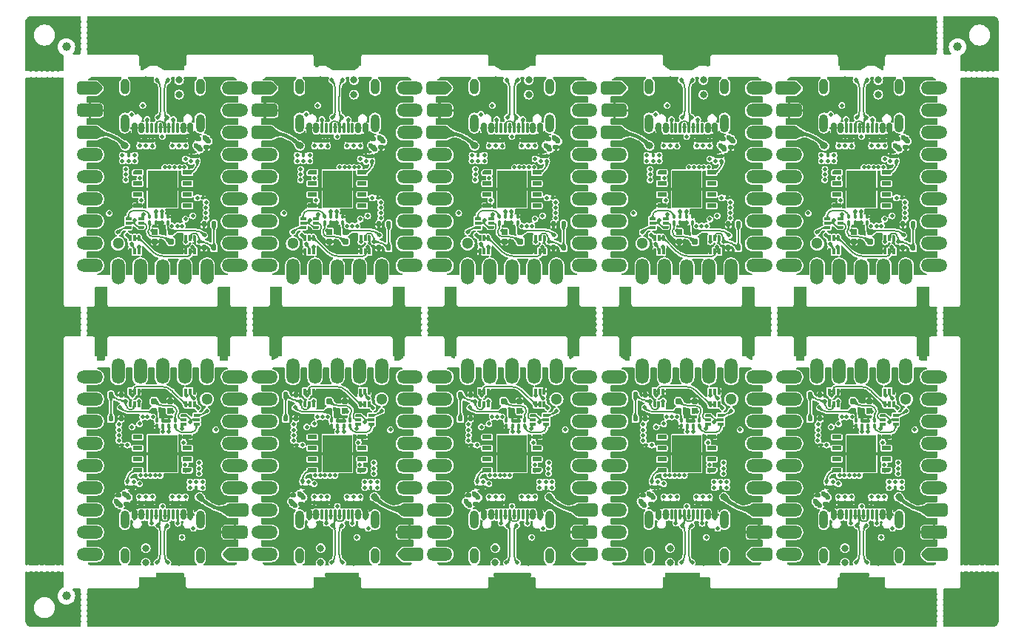
<source format=gtl>
G04 #@! TF.GenerationSoftware,KiCad,Pcbnew,8.0.1-8.0.1-1~ubuntu22.04.1*
G04 #@! TF.CreationDate,2024-08-08T21:33:10+00:00*
G04 #@! TF.ProjectId,gemini-panel,67656d69-6e69-42d7-9061-6e656c2e6b69,1.0*
G04 #@! TF.SameCoordinates,Original*
G04 #@! TF.FileFunction,Copper,L1,Top*
G04 #@! TF.FilePolarity,Positive*
%FSLAX46Y46*%
G04 Gerber Fmt 4.6, Leading zero omitted, Abs format (unit mm)*
G04 Created by KiCad (PCBNEW 8.0.1-8.0.1-1~ubuntu22.04.1) date 2024-08-08 21:33:10*
%MOMM*%
%LPD*%
G01*
G04 APERTURE LIST*
G04 Aperture macros list*
%AMRoundRect*
0 Rectangle with rounded corners*
0 $1 Rounding radius*
0 $2 $3 $4 $5 $6 $7 $8 $9 X,Y pos of 4 corners*
0 Add a 4 corners polygon primitive as box body*
4,1,4,$2,$3,$4,$5,$6,$7,$8,$9,$2,$3,0*
0 Add four circle primitives for the rounded corners*
1,1,$1+$1,$2,$3*
1,1,$1+$1,$4,$5*
1,1,$1+$1,$6,$7*
1,1,$1+$1,$8,$9*
0 Add four rect primitives between the rounded corners*
20,1,$1+$1,$2,$3,$4,$5,0*
20,1,$1+$1,$4,$5,$6,$7,0*
20,1,$1+$1,$6,$7,$8,$9,0*
20,1,$1+$1,$8,$9,$2,$3,0*%
%AMOutline5P*
0 Free polygon, 5 corners , with rotation*
0 The origin of the aperture is its center*
0 number of corners: always 5*
0 $1 to $10 corner X, Y*
0 $11 Rotation angle, in degrees counterclockwise*
0 create outline with 5 corners*
4,1,5,$1,$2,$3,$4,$5,$6,$7,$8,$9,$10,$1,$2,$11*%
%AMOutline6P*
0 Free polygon, 6 corners , with rotation*
0 The origin of the aperture is its center*
0 number of corners: always 6*
0 $1 to $12 corner X, Y*
0 $13 Rotation angle, in degrees counterclockwise*
0 create outline with 6 corners*
4,1,6,$1,$2,$3,$4,$5,$6,$7,$8,$9,$10,$11,$12,$1,$2,$13*%
%AMOutline7P*
0 Free polygon, 7 corners , with rotation*
0 The origin of the aperture is its center*
0 number of corners: always 7*
0 $1 to $14 corner X, Y*
0 $15 Rotation angle, in degrees counterclockwise*
0 create outline with 7 corners*
4,1,7,$1,$2,$3,$4,$5,$6,$7,$8,$9,$10,$11,$12,$13,$14,$1,$2,$15*%
%AMOutline8P*
0 Free polygon, 8 corners , with rotation*
0 The origin of the aperture is its center*
0 number of corners: always 8*
0 $1 to $16 corner X, Y*
0 $17 Rotation angle, in degrees counterclockwise*
0 create outline with 8 corners*
4,1,8,$1,$2,$3,$4,$5,$6,$7,$8,$9,$10,$11,$12,$13,$14,$15,$16,$1,$2,$17*%
%AMFreePoly0*
4,1,18,-0.520000,0.066000,-0.366000,0.220000,0.493600,0.220000,0.503703,0.217990,0.512268,0.212268,0.517990,0.203703,0.520000,0.193600,0.520000,-0.193600,0.517990,-0.203703,0.512268,-0.212268,0.503703,-0.217990,0.493600,-0.220000,-0.493600,-0.220000,-0.503703,-0.217990,-0.512268,-0.212268,-0.517990,-0.203703,-0.520000,-0.193600,-0.520000,0.066000,-0.520000,0.066000,$1*%
%AMFreePoly1*
4,1,18,-0.350000,0.070000,-0.070000,0.350000,0.175000,0.350000,0.241970,0.336679,0.298744,0.298744,0.336679,0.241970,0.350000,0.175000,0.350000,-0.175000,0.336679,-0.241970,0.298744,-0.298744,0.241970,-0.336679,0.175000,-0.350000,-0.175000,-0.350000,-0.241970,-0.336679,-0.298744,-0.298744,-0.336679,-0.241970,-0.350000,-0.175000,-0.350000,0.070000,-0.350000,0.070000,$1*%
G04 Aperture macros list end*
G04 #@! TA.AperFunction,SMDPad,CuDef*
%ADD10RoundRect,0.100000X0.100000X-0.130000X0.100000X0.130000X-0.100000X0.130000X-0.100000X-0.130000X0*%
G04 #@! TD*
G04 #@! TA.AperFunction,SMDPad,CuDef*
%ADD11Outline5P,-0.350000X0.051000X-0.231000X0.170000X0.350000X0.170000X0.350000X-0.170000X-0.350000X-0.170000X90.000000*%
G04 #@! TD*
G04 #@! TA.AperFunction,SMDPad,CuDef*
%ADD12R,0.340000X0.700000*%
G04 #@! TD*
G04 #@! TA.AperFunction,SMDPad,CuDef*
%ADD13Outline5P,-0.350000X0.051000X-0.231000X0.170000X0.350000X0.170000X0.350000X-0.170000X-0.350000X-0.170000X0.000000*%
G04 #@! TD*
G04 #@! TA.AperFunction,SMDPad,CuDef*
%ADD14R,0.700000X0.340000*%
G04 #@! TD*
G04 #@! TA.AperFunction,SMDPad,CuDef*
%ADD15RoundRect,0.150000X0.150000X0.425000X-0.150000X0.425000X-0.150000X-0.425000X0.150000X-0.425000X0*%
G04 #@! TD*
G04 #@! TA.AperFunction,SMDPad,CuDef*
%ADD16RoundRect,0.075000X0.075000X0.500000X-0.075000X0.500000X-0.075000X-0.500000X0.075000X-0.500000X0*%
G04 #@! TD*
G04 #@! TA.AperFunction,ComponentPad*
%ADD17O,1.000000X2.100000*%
G04 #@! TD*
G04 #@! TA.AperFunction,ComponentPad*
%ADD18O,1.000000X1.800000*%
G04 #@! TD*
G04 #@! TA.AperFunction,SMDPad,CuDef*
%ADD19RoundRect,0.100000X-0.100000X0.130000X-0.100000X-0.130000X0.100000X-0.130000X0.100000X0.130000X0*%
G04 #@! TD*
G04 #@! TA.AperFunction,SMDPad,CuDef*
%ADD20Outline5P,-0.350000X0.051000X-0.231000X0.170000X0.350000X0.170000X0.350000X-0.170000X-0.350000X-0.170000X270.000000*%
G04 #@! TD*
G04 #@! TA.AperFunction,SMDPad,CuDef*
%ADD21RoundRect,0.140000X-0.170000X0.140000X-0.170000X-0.140000X0.170000X-0.140000X0.170000X0.140000X0*%
G04 #@! TD*
G04 #@! TA.AperFunction,ComponentPad*
%ADD22O,2.930000X1.500000*%
G04 #@! TD*
G04 #@! TA.AperFunction,CastellatedPad*
%ADD23C,1.500000*%
G04 #@! TD*
G04 #@! TA.AperFunction,ComponentPad*
%ADD24O,1.500000X2.930000*%
G04 #@! TD*
G04 #@! TA.AperFunction,CastellatedPad*
%ADD25C,1.300000*%
G04 #@! TD*
G04 #@! TA.AperFunction,CastellatedPad*
%ADD26RoundRect,0.308824X0.934431X0.441176X-0.934431X0.441176X-0.934431X-0.441176X0.934431X-0.441176X0*%
G04 #@! TD*
G04 #@! TA.AperFunction,ComponentPad*
%ADD27RoundRect,0.310625X-0.439290X0.000000X0.000000X-0.439290X0.439290X0.000000X0.000000X0.439290X0*%
G04 #@! TD*
G04 #@! TA.AperFunction,CastellatedPad*
%ADD28RoundRect,0.375000X0.375000X0.375000X-0.375000X0.375000X-0.375000X-0.375000X0.375000X-0.375000X0*%
G04 #@! TD*
G04 #@! TA.AperFunction,ComponentPad*
%ADD29RoundRect,0.375000X-1.090000X-0.375000X1.090000X-0.375000X1.090000X0.375000X-1.090000X0.375000X0*%
G04 #@! TD*
G04 #@! TA.AperFunction,SMDPad,CuDef*
%ADD30C,1.000000*%
G04 #@! TD*
G04 #@! TA.AperFunction,SMDPad,CuDef*
%ADD31FreePoly0,180.000000*%
G04 #@! TD*
G04 #@! TA.AperFunction,SMDPad,CuDef*
%ADD32RoundRect,0.026400X0.493600X0.193600X-0.493600X0.193600X-0.493600X-0.193600X0.493600X-0.193600X0*%
G04 #@! TD*
G04 #@! TA.AperFunction,SMDPad,CuDef*
%ADD33R,3.400000X4.300000*%
G04 #@! TD*
G04 #@! TA.AperFunction,SMDPad,CuDef*
%ADD34FreePoly0,0.000000*%
G04 #@! TD*
G04 #@! TA.AperFunction,SMDPad,CuDef*
%ADD35RoundRect,0.026400X-0.493600X-0.193600X0.493600X-0.193600X0.493600X0.193600X-0.493600X0.193600X0*%
G04 #@! TD*
G04 #@! TA.AperFunction,SMDPad,CuDef*
%ADD36RoundRect,0.137500X0.137500X-0.212500X0.137500X0.212500X-0.137500X0.212500X-0.137500X-0.212500X0*%
G04 #@! TD*
G04 #@! TA.AperFunction,SMDPad,CuDef*
%ADD37RoundRect,0.137500X-0.137500X0.212500X-0.137500X-0.212500X0.137500X-0.212500X0.137500X0.212500X0*%
G04 #@! TD*
G04 #@! TA.AperFunction,SMDPad,CuDef*
%ADD38RoundRect,0.100000X-0.130000X-0.100000X0.130000X-0.100000X0.130000X0.100000X-0.130000X0.100000X0*%
G04 #@! TD*
G04 #@! TA.AperFunction,SMDPad,CuDef*
%ADD39Outline5P,-0.350000X0.051000X-0.231000X0.170000X0.350000X0.170000X0.350000X-0.170000X-0.350000X-0.170000X180.000000*%
G04 #@! TD*
G04 #@! TA.AperFunction,SMDPad,CuDef*
%ADD40FreePoly1,180.000000*%
G04 #@! TD*
G04 #@! TA.AperFunction,SMDPad,CuDef*
%ADD41RoundRect,0.175000X0.175000X0.175000X-0.175000X0.175000X-0.175000X-0.175000X0.175000X-0.175000X0*%
G04 #@! TD*
G04 #@! TA.AperFunction,SMDPad,CuDef*
%ADD42FreePoly1,0.000000*%
G04 #@! TD*
G04 #@! TA.AperFunction,SMDPad,CuDef*
%ADD43RoundRect,0.175000X-0.175000X-0.175000X0.175000X-0.175000X0.175000X0.175000X-0.175000X0.175000X0*%
G04 #@! TD*
G04 #@! TA.AperFunction,SMDPad,CuDef*
%ADD44RoundRect,0.150000X-0.150000X-0.425000X0.150000X-0.425000X0.150000X0.425000X-0.150000X0.425000X0*%
G04 #@! TD*
G04 #@! TA.AperFunction,SMDPad,CuDef*
%ADD45RoundRect,0.075000X-0.075000X-0.500000X0.075000X-0.500000X0.075000X0.500000X-0.075000X0.500000X0*%
G04 #@! TD*
G04 #@! TA.AperFunction,SMDPad,CuDef*
%ADD46RoundRect,0.100000X0.130000X0.100000X-0.130000X0.100000X-0.130000X-0.100000X0.130000X-0.100000X0*%
G04 #@! TD*
G04 #@! TA.AperFunction,SMDPad,CuDef*
%ADD47RoundRect,0.140000X0.170000X-0.140000X0.170000X0.140000X-0.170000X0.140000X-0.170000X-0.140000X0*%
G04 #@! TD*
G04 #@! TA.AperFunction,CastellatedPad*
%ADD48RoundRect,0.308824X-0.934431X-0.441176X0.934431X-0.441176X0.934431X0.441176X-0.934431X0.441176X0*%
G04 #@! TD*
G04 #@! TA.AperFunction,ComponentPad*
%ADD49RoundRect,0.310625X0.439290X0.000000X0.000000X0.439290X-0.439290X0.000000X0.000000X-0.439290X0*%
G04 #@! TD*
G04 #@! TA.AperFunction,CastellatedPad*
%ADD50RoundRect,0.375000X-0.375000X-0.375000X0.375000X-0.375000X0.375000X0.375000X-0.375000X0.375000X0*%
G04 #@! TD*
G04 #@! TA.AperFunction,ComponentPad*
%ADD51RoundRect,0.375000X1.090000X0.375000X-1.090000X0.375000X-1.090000X-0.375000X1.090000X-0.375000X0*%
G04 #@! TD*
G04 #@! TA.AperFunction,ViaPad*
%ADD52C,0.460000*%
G04 #@! TD*
G04 #@! TA.AperFunction,ViaPad*
%ADD53C,0.600000*%
G04 #@! TD*
G04 #@! TA.AperFunction,ViaPad*
%ADD54C,0.800000*%
G04 #@! TD*
G04 #@! TA.AperFunction,Conductor*
%ADD55C,0.200000*%
G04 #@! TD*
G04 #@! TA.AperFunction,Conductor*
%ADD56C,0.400000*%
G04 #@! TD*
G04 APERTURE END LIST*
D10*
G04 #@! TO.P,C19,1*
G04 #@! TO.N,Board_2-+1V1*
X58630490Y55387940D03*
G04 #@! TO.P,C19,2*
G04 #@! TO.N,Board_2-GND*
X58630490Y56027940D03*
G04 #@! TD*
G04 #@! TO.P,R10,1*
G04 #@! TO.N,Board_9-+3V3*
X99149510Y16260000D03*
G04 #@! TO.P,R10,2*
G04 #@! TO.N,Board_9-/QSPI_CS*
X99149510Y16900000D03*
G04 #@! TD*
G04 #@! TO.P,C19,1*
G04 #@! TO.N,Board_1-+1V1*
X38630490Y55387940D03*
G04 #@! TO.P,C19,2*
G04 #@! TO.N,Board_1-GND*
X38630490Y56027940D03*
G04 #@! TD*
G04 #@! TO.P,C6,1*
G04 #@! TO.N,Board_3-+3V3*
X79990490Y53640000D03*
G04 #@! TO.P,C6,2*
G04 #@! TO.N,Board_3-GND*
X79990490Y54280000D03*
G04 #@! TD*
G04 #@! TO.P,C16,1*
G04 #@! TO.N,Board_3-+3V3*
X79290490Y53640000D03*
G04 #@! TO.P,C16,2*
G04 #@! TO.N,Board_3-GND*
X79290490Y54280000D03*
G04 #@! TD*
D11*
G04 #@! TO.P,Q2,1,S*
G04 #@! TO.N,Board_9-Net-(Q1A-D)*
X98679510Y25770000D03*
D12*
G04 #@! TO.P,Q2,2,G*
X99179510Y25770000D03*
G04 #@! TO.P,Q2,3,D*
G04 #@! TO.N,Board_9-/BOOT*
X99679510Y25770000D03*
G04 #@! TO.P,Q2,4,S*
G04 #@! TO.N,Board_9-GND*
X99679510Y27270000D03*
G04 #@! TO.P,Q2,5,G*
G04 #@! TO.N,Board_9-Net-(Q2B-G)*
X99179510Y27270000D03*
G04 #@! TO.P,Q2,6,D*
G04 #@! TO.N,Board_9-Net-(Q2A-D)*
X98679510Y27270000D03*
G04 #@! TD*
D13*
G04 #@! TO.P,U5,1,VCCA*
G04 #@! TO.N,Board_8-+3V3*
X78399510Y24530000D03*
D14*
G04 #@! TO.P,U5,2,GND*
G04 #@! TO.N,Board_8-GND*
X78399510Y24030000D03*
G04 #@! TO.P,U5,3,A*
G04 #@! TO.N,Board_8-/GP16*
X78399510Y23530000D03*
G04 #@! TO.P,U5,4,B*
G04 #@! TO.N,Board_8-Net-(U5-B)*
X79899510Y23530000D03*
G04 #@! TO.P,U5,5,DIR*
G04 #@! TO.N,Board_8-+3V3*
X79899510Y24030000D03*
G04 #@! TO.P,U5,6,VCCB*
G04 #@! TO.N,Board_8-+5V*
X79899510Y24530000D03*
G04 #@! TD*
D15*
G04 #@! TO.P,J1,A1,GND*
G04 #@! TO.N,Board_3-GND*
X79200490Y57425000D03*
G04 #@! TO.P,J1,A4,VBUS*
G04 #@! TO.N,Board_3-VBUS*
X78400490Y57425000D03*
D16*
G04 #@! TO.P,J1,A5,CC1*
G04 #@! TO.N,Board_3-Net-(J1-CC1)*
X77250490Y57425000D03*
G04 #@! TO.P,J1,A6,D+*
G04 #@! TO.N,Board_3-/PORT+*
X76250490Y57425000D03*
G04 #@! TO.P,J1,A7,D-*
G04 #@! TO.N,Board_3-/PORT-*
X75750490Y57425000D03*
G04 #@! TO.P,J1,A8,SBU1*
G04 #@! TO.N,Board_3-unconnected-(J1-SBU1-PadA8)*
X74750490Y57425000D03*
D15*
G04 #@! TO.P,J1,A9,VBUS*
G04 #@! TO.N,Board_3-VBUS*
X73600490Y57425000D03*
G04 #@! TO.P,J1,A12,GND*
G04 #@! TO.N,Board_3-GND*
X72800490Y57425000D03*
G04 #@! TO.P,J1,B1,GND*
X72800490Y57425000D03*
G04 #@! TO.P,J1,B4,VBUS*
G04 #@! TO.N,Board_3-VBUS*
X73600490Y57425000D03*
D16*
G04 #@! TO.P,J1,B5,CC2*
G04 #@! TO.N,Board_3-Net-(J1-CC2)*
X74250490Y57425000D03*
G04 #@! TO.P,J1,B6,D+*
G04 #@! TO.N,Board_3-/PORT+*
X75250490Y57425000D03*
G04 #@! TO.P,J1,B7,D-*
G04 #@! TO.N,Board_3-/PORT-*
X76750490Y57425000D03*
G04 #@! TO.P,J1,B8,SBU2*
G04 #@! TO.N,Board_3-unconnected-(J1-SBU2-PadB8)*
X77750490Y57425000D03*
D15*
G04 #@! TO.P,J1,B9,VBUS*
G04 #@! TO.N,Board_3-VBUS*
X78400490Y57425000D03*
G04 #@! TO.P,J1,B12,GND*
G04 #@! TO.N,Board_3-GND*
X79200490Y57425000D03*
D17*
G04 #@! TO.P,J1,S1,SHIELD*
G04 #@! TO.N,Board_3-Net-(J1-SHIELD)*
X80320490Y58000000D03*
D18*
G04 #@! TO.P,J1,S2*
G04 #@! TO.N,N/C*
X80320490Y62180000D03*
G04 #@! TO.P,J1,S3*
X71680490Y62180000D03*
D17*
G04 #@! TO.P,J1,S4*
X71680490Y58000000D03*
G04 #@! TD*
D19*
G04 #@! TO.P,C17,1*
G04 #@! TO.N,Board_2-+1V1*
X55250490Y47270000D03*
G04 #@! TO.P,C17,2*
G04 #@! TO.N,Board_2-GND*
X55250490Y46630000D03*
G04 #@! TD*
G04 #@! TO.P,C17,1*
G04 #@! TO.N,Board_4-+1V1*
X95250490Y47270000D03*
G04 #@! TO.P,C17,2*
G04 #@! TO.N,Board_4-GND*
X95250490Y46630000D03*
G04 #@! TD*
D10*
G04 #@! TO.P,R9,1*
G04 #@! TO.N,Board_9-/QSPI_CS*
X100579510Y16260000D03*
G04 #@! TO.P,R9,2*
G04 #@! TO.N,Board_9-/BOOT*
X100579510Y16900000D03*
G04 #@! TD*
D20*
G04 #@! TO.P,Q2,1,S*
G04 #@! TO.N,Board_3-Net-(Q1A-D)*
X73320490Y44810000D03*
D12*
G04 #@! TO.P,Q2,2,G*
X72820490Y44810000D03*
G04 #@! TO.P,Q2,3,D*
G04 #@! TO.N,Board_3-/BOOT*
X72320490Y44810000D03*
G04 #@! TO.P,Q2,4,S*
G04 #@! TO.N,Board_3-GND*
X72320490Y43310000D03*
G04 #@! TO.P,Q2,5,G*
G04 #@! TO.N,Board_3-Net-(Q2B-G)*
X72820490Y43310000D03*
G04 #@! TO.P,Q2,6,D*
G04 #@! TO.N,Board_3-Net-(Q2A-D)*
X73320490Y43310000D03*
G04 #@! TD*
D21*
G04 #@! TO.P,C5,1*
G04 #@! TO.N,Board_7-+3V3*
X51889510Y15340000D03*
G04 #@! TO.P,C5,2*
G04 #@! TO.N,Board_7-GND*
X51889510Y14380000D03*
G04 #@! TD*
D10*
G04 #@! TO.P,C18,1*
G04 #@! TO.N,Board_0-+3V3*
X12130490Y53680000D03*
G04 #@! TO.P,C18,2*
G04 #@! TO.N,Board_0-GND*
X12130490Y54320000D03*
G04 #@! TD*
D22*
G04 #@! TO.P,Gemini1,0,GP0*
G04 #@! TO.N,Board_4-/GP00*
X104285000Y61990000D03*
D23*
X105000000Y61990000D03*
D22*
G04 #@! TO.P,Gemini1,1,GP1*
G04 #@! TO.N,Board_4-/GP01*
X104285000Y59450000D03*
D23*
X105000000Y59450000D03*
D22*
G04 #@! TO.P,Gemini1,2,GP2*
G04 #@! TO.N,Board_4-/GP02*
X104285000Y56910000D03*
D23*
X105000000Y56910000D03*
D22*
G04 #@! TO.P,Gemini1,3,GP3*
G04 #@! TO.N,Board_4-/GP03*
X104285000Y54370000D03*
D23*
X105000000Y54370000D03*
D22*
G04 #@! TO.P,Gemini1,4,GP4*
G04 #@! TO.N,Board_4-/GP04*
X104285000Y51830000D03*
D23*
X105000000Y51830000D03*
D22*
G04 #@! TO.P,Gemini1,5,GP5*
G04 #@! TO.N,Board_4-/GP05*
X104285000Y49290000D03*
D23*
X105000000Y49290000D03*
D22*
G04 #@! TO.P,Gemini1,6,GP6*
G04 #@! TO.N,Board_4-/GP06*
X104285000Y46750000D03*
D23*
X105000000Y46750000D03*
D22*
G04 #@! TO.P,Gemini1,7,GP7*
G04 #@! TO.N,Board_4-/GP07*
X104285000Y44210000D03*
D23*
X105000000Y44210000D03*
D22*
G04 #@! TO.P,Gemini1,8,GP8*
G04 #@! TO.N,Board_4-/GP08*
X104285000Y41670000D03*
D23*
X105000000Y41670000D03*
D24*
G04 #@! TO.P,Gemini1,9,GP9*
G04 #@! TO.N,Board_4-/GP09*
X101080000Y41005000D03*
D23*
X101080000Y40290000D03*
D24*
G04 #@! TO.P,Gemini1,10,GP10*
G04 #@! TO.N,Board_4-/GP10*
X98540000Y41005000D03*
D23*
X98540000Y40290000D03*
D24*
G04 #@! TO.P,Gemini1,11,GP11*
G04 #@! TO.N,Board_4-/GP11*
X96000000Y40971000D03*
D23*
X96000000Y40256000D03*
D24*
G04 #@! TO.P,Gemini1,12,GP12*
G04 #@! TO.N,Board_4-/GP12*
X93460000Y41005000D03*
D23*
X93460000Y40290000D03*
D24*
G04 #@! TO.P,Gemini1,13,GP13*
G04 #@! TO.N,Board_4-/GP13*
X90920000Y41005000D03*
D23*
X90920000Y40290000D03*
G04 #@! TO.P,Gemini1,14,GP14*
G04 #@! TO.N,Board_4-/GP14*
X87000000Y41670000D03*
D22*
X87715000Y41670000D03*
D23*
G04 #@! TO.P,Gemini1,15,GP15*
G04 #@! TO.N,Board_4-/GP15*
X87000000Y44210000D03*
D22*
X87715000Y44210000D03*
D25*
G04 #@! TO.P,Gemini1,16,GP16*
G04 #@! TO.N,Board_4-/5V_GP16*
X90920000Y44210000D03*
D23*
G04 #@! TO.P,Gemini1,26,GP26*
G04 #@! TO.N,Board_4-/GP26*
X87000000Y46750000D03*
D22*
X87715000Y46750000D03*
D23*
G04 #@! TO.P,Gemini1,27,GP27*
G04 #@! TO.N,Board_4-/GP27*
X87000000Y49290000D03*
D22*
X87715000Y49290000D03*
D23*
G04 #@! TO.P,Gemini1,28,GP28*
G04 #@! TO.N,Board_4-/GP28*
X87000000Y51830000D03*
D22*
X87715000Y51830000D03*
D23*
G04 #@! TO.P,Gemini1,29,GP29*
G04 #@! TO.N,Board_4-/GP29*
X87000000Y54370000D03*
D22*
X87715000Y54370000D03*
D26*
G04 #@! TO.P,Gemini1,30,3V3*
G04 #@! TO.N,Board_4-+3V3*
X87443745Y56910000D03*
D27*
X88380000Y56910000D03*
D28*
G04 #@! TO.P,Gemini1,31,GND*
G04 #@! TO.N,Board_4-GND*
X87000000Y59450000D03*
D29*
X87715000Y59450000D03*
D26*
G04 #@! TO.P,Gemini1,32,VCC*
G04 #@! TO.N,Board_4-+5V*
X87443745Y61990000D03*
D27*
X88380000Y61990000D03*
G04 #@! TD*
D30*
G04 #@! TO.P,KiKit_FID_T_3,*
G04 #@! TO.N,*
X5000000Y3850000D03*
G04 #@! TD*
D19*
G04 #@! TO.P,C18,1*
G04 #@! TO.N,Board_7-+3V3*
X59869510Y16900000D03*
G04 #@! TO.P,C18,2*
G04 #@! TO.N,Board_7-GND*
X59869510Y16260000D03*
G04 #@! TD*
D10*
G04 #@! TO.P,C10,1*
G04 #@! TO.N,Board_6-GND*
X37119510Y14550000D03*
G04 #@! TO.P,C10,2*
G04 #@! TO.N,Board_6-+1V1*
X37119510Y15190000D03*
G04 #@! TD*
D11*
G04 #@! TO.P,Q1,1,S*
G04 #@! TO.N,Board_8-GND*
X72299510Y25770000D03*
D12*
G04 #@! TO.P,Q1,2,G*
G04 #@! TO.N,Board_8-/RESET*
X72799510Y25770000D03*
G04 #@! TO.P,Q1,3,D*
G04 #@! TO.N,Board_8-/RST*
X73299510Y25770000D03*
G04 #@! TO.P,Q1,4,S*
G04 #@! TO.N,Board_8-GND*
X73299510Y27270000D03*
G04 #@! TO.P,Q1,5,G*
G04 #@! TO.N,Board_8-Net-(Q1A-D)*
X72799510Y27270000D03*
G04 #@! TO.P,Q1,6,D*
X72299510Y27270000D03*
G04 #@! TD*
D21*
G04 #@! TO.P,C5,1*
G04 #@! TO.N,Board_9-+3V3*
X91889510Y15340000D03*
G04 #@! TO.P,C5,2*
G04 #@! TO.N,Board_9-GND*
X91889510Y14380000D03*
G04 #@! TD*
D31*
G04 #@! TO.P,U3,1,/CS*
G04 #@! TO.N,Board_7-/QSPI_CS*
X58845000Y18225000D03*
D32*
G04 #@! TO.P,U3,2,DO(IO1)*
G04 #@! TO.N,Board_7-/QSPI_SD1*
X58845000Y19495000D03*
G04 #@! TO.P,U3,3,IO2*
G04 #@! TO.N,Board_7-/QSPI_SD2*
X58845000Y20765000D03*
G04 #@! TO.P,U3,4,GND*
G04 #@! TO.N,Board_7-GND*
X58845000Y22035000D03*
G04 #@! TO.P,U3,5,DI(IO0)*
G04 #@! TO.N,Board_7-/QSPI_SD0*
X53155000Y22035000D03*
G04 #@! TO.P,U3,6,CLK*
G04 #@! TO.N,Board_7-/QSPI_CLK*
X53155000Y20765000D03*
G04 #@! TO.P,U3,7,IO3*
G04 #@! TO.N,Board_7-/QSPI_SD3*
X53155000Y19495000D03*
G04 #@! TO.P,U3,8,VCC*
G04 #@! TO.N,Board_7-+3V3*
X53155000Y18225000D03*
D33*
G04 #@! TO.P,U3,9,GND*
G04 #@! TO.N,Board_7-GND*
X56000000Y20130000D03*
G04 #@! TD*
D34*
G04 #@! TO.P,U3,1,/CS*
G04 #@! TO.N,Board_3-/QSPI_CS*
X73155000Y52355000D03*
D35*
G04 #@! TO.P,U3,2,DO(IO1)*
G04 #@! TO.N,Board_3-/QSPI_SD1*
X73155000Y51085000D03*
G04 #@! TO.P,U3,3,IO2*
G04 #@! TO.N,Board_3-/QSPI_SD2*
X73155000Y49815000D03*
G04 #@! TO.P,U3,4,GND*
G04 #@! TO.N,Board_3-GND*
X73155000Y48545000D03*
G04 #@! TO.P,U3,5,DI(IO0)*
G04 #@! TO.N,Board_3-/QSPI_SD0*
X78845000Y48545000D03*
G04 #@! TO.P,U3,6,CLK*
G04 #@! TO.N,Board_3-/QSPI_CLK*
X78845000Y49815000D03*
G04 #@! TO.P,U3,7,IO3*
G04 #@! TO.N,Board_3-/QSPI_SD3*
X78845000Y51085000D03*
G04 #@! TO.P,U3,8,VCC*
G04 #@! TO.N,Board_3-+3V3*
X78845000Y52355000D03*
D33*
G04 #@! TO.P,U3,9,GND*
G04 #@! TO.N,Board_3-GND*
X76000000Y50450000D03*
G04 #@! TD*
D36*
G04 #@! TO.P,SW1,1,1*
G04 #@! TO.N,Board_4-GND*
X100745490Y43720000D03*
X100745490Y46420000D03*
G04 #@! TO.P,SW1,2,2*
G04 #@! TO.N,Board_4-/RESET*
X101895490Y43720000D03*
X101895490Y46420000D03*
G04 #@! TD*
D37*
G04 #@! TO.P,SW1,1,1*
G04 #@! TO.N,Board_9-GND*
X91254510Y26860000D03*
X91254510Y24160000D03*
G04 #@! TO.P,SW1,2,2*
G04 #@! TO.N,Board_9-/RESET*
X90104510Y26860000D03*
X90104510Y24160000D03*
G04 #@! TD*
D19*
G04 #@! TO.P,C16,1*
G04 #@! TO.N,Board_9-+3V3*
X92709510Y16940000D03*
G04 #@! TO.P,C16,2*
G04 #@! TO.N,Board_9-GND*
X92709510Y16300000D03*
G04 #@! TD*
D10*
G04 #@! TO.P,C16,1*
G04 #@! TO.N,Board_0-+3V3*
X19290490Y53640000D03*
G04 #@! TO.P,C16,2*
G04 #@! TO.N,Board_0-GND*
X19290490Y54280000D03*
G04 #@! TD*
D38*
G04 #@! TO.P,C13,1*
G04 #@! TO.N,Board_2-+3V3*
X60000490Y49450000D03*
G04 #@! TO.P,C13,2*
G04 #@! TO.N,Board_2-GND*
X60640490Y49450000D03*
G04 #@! TD*
D10*
G04 #@! TO.P,C11,1*
G04 #@! TO.N,Board_3-+3V3*
X77130490Y55387940D03*
G04 #@! TO.P,C11,2*
G04 #@! TO.N,Board_3-GND*
X77130490Y56027940D03*
G04 #@! TD*
D39*
G04 #@! TO.P,U5,1,VCCA*
G04 #@! TO.N,Board_0-+3V3*
X13600490Y46050000D03*
D14*
G04 #@! TO.P,U5,2,GND*
G04 #@! TO.N,Board_0-GND*
X13600490Y46550000D03*
G04 #@! TO.P,U5,3,A*
G04 #@! TO.N,Board_0-/GP16*
X13600490Y47050000D03*
G04 #@! TO.P,U5,4,B*
G04 #@! TO.N,Board_0-Net-(U5-B)*
X12100490Y47050000D03*
G04 #@! TO.P,U5,5,DIR*
G04 #@! TO.N,Board_0-+3V3*
X12100490Y46550000D03*
G04 #@! TO.P,U5,6,VCCB*
G04 #@! TO.N,Board_0-+5V*
X12100490Y46050000D03*
G04 #@! TD*
D10*
G04 #@! TO.P,C6,1*
G04 #@! TO.N,Board_1-+3V3*
X39990490Y53640000D03*
G04 #@! TO.P,C6,2*
G04 #@! TO.N,Board_1-GND*
X39990490Y54280000D03*
G04 #@! TD*
D40*
G04 #@! TO.P,D2,1,DOUT*
G04 #@! TO.N,Board_6-/5V_GP16*
X36875894Y25039999D03*
D41*
G04 #@! TO.P,D2,2,VSS*
G04 #@! TO.N,Board_6-GND*
X36875894Y26139999D03*
G04 #@! TO.P,D2,3,DIN*
G04 #@! TO.N,Board_6-Net-(D2-DIN)*
X35045894Y26139999D03*
G04 #@! TO.P,D2,4,VDD*
G04 #@! TO.N,Board_6-+5V*
X35045894Y25039999D03*
G04 #@! TD*
D11*
G04 #@! TO.P,Q1,1,S*
G04 #@! TO.N,Board_6-GND*
X32299510Y25770000D03*
D12*
G04 #@! TO.P,Q1,2,G*
G04 #@! TO.N,Board_6-/RESET*
X32799510Y25770000D03*
G04 #@! TO.P,Q1,3,D*
G04 #@! TO.N,Board_6-/RST*
X33299510Y25770000D03*
G04 #@! TO.P,Q1,4,S*
G04 #@! TO.N,Board_6-GND*
X33299510Y27270000D03*
G04 #@! TO.P,Q1,5,G*
G04 #@! TO.N,Board_6-Net-(Q1A-D)*
X32799510Y27270000D03*
G04 #@! TO.P,Q1,6,D*
X32299510Y27270000D03*
G04 #@! TD*
D19*
G04 #@! TO.P,R9,1*
G04 #@! TO.N,Board_2-/QSPI_CS*
X51420490Y54320000D03*
G04 #@! TO.P,R9,2*
G04 #@! TO.N,Board_2-/BOOT*
X51420490Y53680000D03*
G04 #@! TD*
G04 #@! TO.P,C14,1*
G04 #@! TO.N,Board_7-+3V3*
X54119510Y15192060D03*
G04 #@! TO.P,C14,2*
G04 #@! TO.N,Board_7-GND*
X54119510Y14552060D03*
G04 #@! TD*
G04 #@! TO.P,C10,1*
G04 #@! TO.N,Board_1-GND*
X34880490Y56030000D03*
G04 #@! TO.P,C10,2*
G04 #@! TO.N,Board_1-+1V1*
X34880490Y55390000D03*
G04 #@! TD*
D10*
G04 #@! TO.P,R10,1*
G04 #@! TO.N,Board_7-+3V3*
X59149510Y16260000D03*
G04 #@! TO.P,R10,2*
G04 #@! TO.N,Board_7-/QSPI_CS*
X59149510Y16900000D03*
G04 #@! TD*
D19*
G04 #@! TO.P,C15,1*
G04 #@! TO.N,Board_2-+3V3*
X55950490Y47270000D03*
G04 #@! TO.P,C15,2*
G04 #@! TO.N,Board_2-GND*
X55950490Y46630000D03*
G04 #@! TD*
D40*
G04 #@! TO.P,D2,1,DOUT*
G04 #@! TO.N,Board_5-/5V_GP16*
X16875894Y25039999D03*
D41*
G04 #@! TO.P,D2,2,VSS*
G04 #@! TO.N,Board_5-GND*
X16875894Y26139999D03*
G04 #@! TO.P,D2,3,DIN*
G04 #@! TO.N,Board_5-Net-(D2-DIN)*
X15045894Y26139999D03*
G04 #@! TO.P,D2,4,VDD*
G04 #@! TO.N,Board_5-+5V*
X15045894Y25039999D03*
G04 #@! TD*
D37*
G04 #@! TO.P,SW1,1,1*
G04 #@! TO.N,Board_5-GND*
X11254510Y26860000D03*
X11254510Y24160000D03*
G04 #@! TO.P,SW1,2,2*
G04 #@! TO.N,Board_5-/RESET*
X10104510Y26860000D03*
X10104510Y24160000D03*
G04 #@! TD*
D42*
G04 #@! TO.P,D2,1,DOUT*
G04 #@! TO.N,Board_1-/5V_GP16*
X35124106Y45540001D03*
D43*
G04 #@! TO.P,D2,2,VSS*
G04 #@! TO.N,Board_1-GND*
X35124106Y44440001D03*
G04 #@! TO.P,D2,3,DIN*
G04 #@! TO.N,Board_1-Net-(D2-DIN)*
X36954106Y44440001D03*
G04 #@! TO.P,D2,4,VDD*
G04 #@! TO.N,Board_1-+5V*
X36954106Y45540001D03*
G04 #@! TD*
D19*
G04 #@! TO.P,C12,1*
G04 #@! TO.N,Board_8-+3V3*
X78619510Y15192060D03*
G04 #@! TO.P,C12,2*
G04 #@! TO.N,Board_8-GND*
X78619510Y14552060D03*
G04 #@! TD*
G04 #@! TO.P,C12,1*
G04 #@! TO.N,Board_6-+3V3*
X38619510Y15192060D03*
G04 #@! TO.P,C12,2*
G04 #@! TO.N,Board_6-GND*
X38619510Y14552060D03*
G04 #@! TD*
D20*
G04 #@! TO.P,Q2,1,S*
G04 #@! TO.N,Board_4-Net-(Q1A-D)*
X93320490Y44810000D03*
D12*
G04 #@! TO.P,Q2,2,G*
X92820490Y44810000D03*
G04 #@! TO.P,Q2,3,D*
G04 #@! TO.N,Board_4-/BOOT*
X92320490Y44810000D03*
G04 #@! TO.P,Q2,4,S*
G04 #@! TO.N,Board_4-GND*
X92320490Y43310000D03*
G04 #@! TO.P,Q2,5,G*
G04 #@! TO.N,Board_4-Net-(Q2B-G)*
X92820490Y43310000D03*
G04 #@! TO.P,Q2,6,D*
G04 #@! TO.N,Board_4-Net-(Q2A-D)*
X93320490Y43310000D03*
G04 #@! TD*
D19*
G04 #@! TO.P,C20,1*
G04 #@! TO.N,Board_4-GND*
X96650490Y47270000D03*
G04 #@! TO.P,C20,2*
G04 #@! TO.N,Board_4-+5V*
X96650490Y46630000D03*
G04 #@! TD*
D10*
G04 #@! TO.P,R9,1*
G04 #@! TO.N,Board_6-/QSPI_CS*
X40579510Y16260000D03*
G04 #@! TO.P,R9,2*
G04 #@! TO.N,Board_6-/BOOT*
X40579510Y16900000D03*
G04 #@! TD*
D37*
G04 #@! TO.P,SW1,1,1*
G04 #@! TO.N,Board_8-GND*
X71254510Y26860000D03*
X71254510Y24160000D03*
G04 #@! TO.P,SW1,2,2*
G04 #@! TO.N,Board_8-/RESET*
X70104510Y26860000D03*
X70104510Y24160000D03*
G04 #@! TD*
D19*
G04 #@! TO.P,C6,1*
G04 #@! TO.N,Board_6-+3V3*
X32009510Y16940000D03*
G04 #@! TO.P,C6,2*
G04 #@! TO.N,Board_6-GND*
X32009510Y16300000D03*
G04 #@! TD*
D34*
G04 #@! TO.P,U3,1,/CS*
G04 #@! TO.N,Board_2-/QSPI_CS*
X53155000Y52355000D03*
D35*
G04 #@! TO.P,U3,2,DO(IO1)*
G04 #@! TO.N,Board_2-/QSPI_SD1*
X53155000Y51085000D03*
G04 #@! TO.P,U3,3,IO2*
G04 #@! TO.N,Board_2-/QSPI_SD2*
X53155000Y49815000D03*
G04 #@! TO.P,U3,4,GND*
G04 #@! TO.N,Board_2-GND*
X53155000Y48545000D03*
G04 #@! TO.P,U3,5,DI(IO0)*
G04 #@! TO.N,Board_2-/QSPI_SD0*
X58845000Y48545000D03*
G04 #@! TO.P,U3,6,CLK*
G04 #@! TO.N,Board_2-/QSPI_CLK*
X58845000Y49815000D03*
G04 #@! TO.P,U3,7,IO3*
G04 #@! TO.N,Board_2-/QSPI_SD3*
X58845000Y51085000D03*
G04 #@! TO.P,U3,8,VCC*
G04 #@! TO.N,Board_2-+3V3*
X58845000Y52355000D03*
D33*
G04 #@! TO.P,U3,9,GND*
G04 #@! TO.N,Board_2-GND*
X56000000Y50450000D03*
G04 #@! TD*
D10*
G04 #@! TO.P,C17,1*
G04 #@! TO.N,Board_7-+1V1*
X56749510Y23310000D03*
G04 #@! TO.P,C17,2*
G04 #@! TO.N,Board_7-GND*
X56749510Y23950000D03*
G04 #@! TD*
D19*
G04 #@! TO.P,C9,1*
G04 #@! TO.N,Board_0-GND*
X14130490Y56027940D03*
G04 #@! TO.P,C9,2*
G04 #@! TO.N,Board_0-+3V3*
X14130490Y55387940D03*
G04 #@! TD*
D20*
G04 #@! TO.P,Q1,1,S*
G04 #@! TO.N,Board_2-GND*
X59700490Y44810000D03*
D12*
G04 #@! TO.P,Q1,2,G*
G04 #@! TO.N,Board_2-/RESET*
X59200490Y44810000D03*
G04 #@! TO.P,Q1,3,D*
G04 #@! TO.N,Board_2-/RST*
X58700490Y44810000D03*
G04 #@! TO.P,Q1,4,S*
G04 #@! TO.N,Board_2-GND*
X58700490Y43310000D03*
G04 #@! TO.P,Q1,5,G*
G04 #@! TO.N,Board_2-Net-(Q1A-D)*
X59200490Y43310000D03*
G04 #@! TO.P,Q1,6,D*
X59700490Y43310000D03*
G04 #@! TD*
D19*
G04 #@! TO.P,C19,1*
G04 #@! TO.N,Board_8-+1V1*
X73369510Y15192060D03*
G04 #@! TO.P,C19,2*
G04 #@! TO.N,Board_8-GND*
X73369510Y14552060D03*
G04 #@! TD*
G04 #@! TO.P,C12,1*
G04 #@! TO.N,Board_9-+3V3*
X98619510Y15192060D03*
G04 #@! TO.P,C12,2*
G04 #@! TO.N,Board_9-GND*
X98619510Y14552060D03*
G04 #@! TD*
D10*
G04 #@! TO.P,C20,1*
G04 #@! TO.N,Board_6-GND*
X35349510Y23310000D03*
G04 #@! TO.P,C20,2*
G04 #@! TO.N,Board_6-+5V*
X35349510Y23950000D03*
G04 #@! TD*
D39*
G04 #@! TO.P,U5,1,VCCA*
G04 #@! TO.N,Board_3-+3V3*
X73600490Y46050000D03*
D14*
G04 #@! TO.P,U5,2,GND*
G04 #@! TO.N,Board_3-GND*
X73600490Y46550000D03*
G04 #@! TO.P,U5,3,A*
G04 #@! TO.N,Board_3-/GP16*
X73600490Y47050000D03*
G04 #@! TO.P,U5,4,B*
G04 #@! TO.N,Board_3-Net-(U5-B)*
X72100490Y47050000D03*
G04 #@! TO.P,U5,5,DIR*
G04 #@! TO.N,Board_3-+3V3*
X72100490Y46550000D03*
G04 #@! TO.P,U5,6,VCCB*
G04 #@! TO.N,Board_3-+5V*
X72100490Y46050000D03*
G04 #@! TD*
D10*
G04 #@! TO.P,C15,1*
G04 #@! TO.N,Board_6-+3V3*
X36049510Y23310000D03*
G04 #@! TO.P,C15,2*
G04 #@! TO.N,Board_6-GND*
X36049510Y23950000D03*
G04 #@! TD*
D19*
G04 #@! TO.P,C19,1*
G04 #@! TO.N,Board_9-+1V1*
X93369510Y15192060D03*
G04 #@! TO.P,C19,2*
G04 #@! TO.N,Board_9-GND*
X93369510Y14552060D03*
G04 #@! TD*
G04 #@! TO.P,R10,1*
G04 #@! TO.N,Board_0-+3V3*
X12850490Y54320000D03*
G04 #@! TO.P,R10,2*
G04 #@! TO.N,Board_0-/QSPI_CS*
X12850490Y53680000D03*
G04 #@! TD*
D10*
G04 #@! TO.P,C12,1*
G04 #@! TO.N,Board_2-+3V3*
X53380490Y55387940D03*
G04 #@! TO.P,C12,2*
G04 #@! TO.N,Board_2-GND*
X53380490Y56027940D03*
G04 #@! TD*
D19*
G04 #@! TO.P,C11,1*
G04 #@! TO.N,Board_6-+3V3*
X34869510Y15192060D03*
G04 #@! TO.P,C11,2*
G04 #@! TO.N,Board_6-GND*
X34869510Y14552060D03*
G04 #@! TD*
D44*
G04 #@! TO.P,J1,A1,GND*
G04 #@! TO.N,Board_6-GND*
X32799510Y13155000D03*
G04 #@! TO.P,J1,A4,VBUS*
G04 #@! TO.N,Board_6-VBUS*
X33599510Y13155000D03*
D45*
G04 #@! TO.P,J1,A5,CC1*
G04 #@! TO.N,Board_6-Net-(J1-CC1)*
X34749510Y13155000D03*
G04 #@! TO.P,J1,A6,D+*
G04 #@! TO.N,Board_6-/PORT+*
X35749510Y13155000D03*
G04 #@! TO.P,J1,A7,D-*
G04 #@! TO.N,Board_6-/PORT-*
X36249510Y13155000D03*
G04 #@! TO.P,J1,A8,SBU1*
G04 #@! TO.N,Board_6-unconnected-(J1-SBU1-PadA8)*
X37249510Y13155000D03*
D44*
G04 #@! TO.P,J1,A9,VBUS*
G04 #@! TO.N,Board_6-VBUS*
X38399510Y13155000D03*
G04 #@! TO.P,J1,A12,GND*
G04 #@! TO.N,Board_6-GND*
X39199510Y13155000D03*
G04 #@! TO.P,J1,B1,GND*
X39199510Y13155000D03*
G04 #@! TO.P,J1,B4,VBUS*
G04 #@! TO.N,Board_6-VBUS*
X38399510Y13155000D03*
D45*
G04 #@! TO.P,J1,B5,CC2*
G04 #@! TO.N,Board_6-Net-(J1-CC2)*
X37749510Y13155000D03*
G04 #@! TO.P,J1,B6,D+*
G04 #@! TO.N,Board_6-/PORT+*
X36749510Y13155000D03*
G04 #@! TO.P,J1,B7,D-*
G04 #@! TO.N,Board_6-/PORT-*
X35249510Y13155000D03*
G04 #@! TO.P,J1,B8,SBU2*
G04 #@! TO.N,Board_6-unconnected-(J1-SBU2-PadB8)*
X34249510Y13155000D03*
D44*
G04 #@! TO.P,J1,B9,VBUS*
G04 #@! TO.N,Board_6-VBUS*
X33599510Y13155000D03*
G04 #@! TO.P,J1,B12,GND*
G04 #@! TO.N,Board_6-GND*
X32799510Y13155000D03*
D17*
G04 #@! TO.P,J1,S1,SHIELD*
G04 #@! TO.N,Board_6-Net-(J1-SHIELD)*
X31679510Y12580000D03*
D18*
G04 #@! TO.P,J1,S2*
G04 #@! TO.N,N/C*
X31679510Y8400000D03*
G04 #@! TO.P,J1,S3*
X40319510Y8400000D03*
D17*
G04 #@! TO.P,J1,S4*
X40319510Y12580000D03*
G04 #@! TD*
D42*
G04 #@! TO.P,D2,1,DOUT*
G04 #@! TO.N,Board_3-/5V_GP16*
X75124106Y45540001D03*
D43*
G04 #@! TO.P,D2,2,VSS*
G04 #@! TO.N,Board_3-GND*
X75124106Y44440001D03*
G04 #@! TO.P,D2,3,DIN*
G04 #@! TO.N,Board_3-Net-(D2-DIN)*
X76954106Y44440001D03*
G04 #@! TO.P,D2,4,VDD*
G04 #@! TO.N,Board_3-+5V*
X76954106Y45540001D03*
G04 #@! TD*
D19*
G04 #@! TO.P,R9,1*
G04 #@! TO.N,Board_1-/QSPI_CS*
X31420490Y54320000D03*
G04 #@! TO.P,R9,2*
G04 #@! TO.N,Board_1-/BOOT*
X31420490Y53680000D03*
G04 #@! TD*
G04 #@! TO.P,R10,1*
G04 #@! TO.N,Board_2-+3V3*
X52850490Y54320000D03*
G04 #@! TO.P,R10,2*
G04 #@! TO.N,Board_2-/QSPI_CS*
X52850490Y53680000D03*
G04 #@! TD*
D11*
G04 #@! TO.P,Q2,1,S*
G04 #@! TO.N,Board_8-Net-(Q1A-D)*
X78679510Y25770000D03*
D12*
G04 #@! TO.P,Q2,2,G*
X79179510Y25770000D03*
G04 #@! TO.P,Q2,3,D*
G04 #@! TO.N,Board_8-/BOOT*
X79679510Y25770000D03*
G04 #@! TO.P,Q2,4,S*
G04 #@! TO.N,Board_8-GND*
X79679510Y27270000D03*
G04 #@! TO.P,Q2,5,G*
G04 #@! TO.N,Board_8-Net-(Q2B-G)*
X79179510Y27270000D03*
G04 #@! TO.P,Q2,6,D*
G04 #@! TO.N,Board_8-Net-(Q2A-D)*
X78679510Y27270000D03*
G04 #@! TD*
D46*
G04 #@! TO.P,C13,1*
G04 #@! TO.N,Board_6-+3V3*
X31999510Y21130000D03*
G04 #@! TO.P,C13,2*
G04 #@! TO.N,Board_6-GND*
X31359510Y21130000D03*
G04 #@! TD*
D19*
G04 #@! TO.P,C17,1*
G04 #@! TO.N,Board_1-+1V1*
X35250490Y47270000D03*
G04 #@! TO.P,C17,2*
G04 #@! TO.N,Board_1-GND*
X35250490Y46630000D03*
G04 #@! TD*
D47*
G04 #@! TO.P,C4,1*
G04 #@! TO.N,Board_8-+5V*
X70969510Y14380000D03*
G04 #@! TO.P,C4,2*
G04 #@! TO.N,Board_8-GND*
X70969510Y15340000D03*
G04 #@! TD*
D10*
G04 #@! TO.P,R10,1*
G04 #@! TO.N,Board_8-+3V3*
X79149510Y16260000D03*
G04 #@! TO.P,R10,2*
G04 #@! TO.N,Board_8-/QSPI_CS*
X79149510Y16900000D03*
G04 #@! TD*
D22*
G04 #@! TO.P,Gemini1,0,GP0*
G04 #@! TO.N,Board_5-/GP00*
X7715000Y8590000D03*
D23*
X7000000Y8590000D03*
D22*
G04 #@! TO.P,Gemini1,1,GP1*
G04 #@! TO.N,Board_5-/GP01*
X7715000Y11130000D03*
D23*
X7000000Y11130000D03*
D22*
G04 #@! TO.P,Gemini1,2,GP2*
G04 #@! TO.N,Board_5-/GP02*
X7715000Y13670000D03*
D23*
X7000000Y13670000D03*
D22*
G04 #@! TO.P,Gemini1,3,GP3*
G04 #@! TO.N,Board_5-/GP03*
X7715000Y16210000D03*
D23*
X7000000Y16210000D03*
D22*
G04 #@! TO.P,Gemini1,4,GP4*
G04 #@! TO.N,Board_5-/GP04*
X7715000Y18750000D03*
D23*
X7000000Y18750000D03*
D22*
G04 #@! TO.P,Gemini1,5,GP5*
G04 #@! TO.N,Board_5-/GP05*
X7715000Y21290000D03*
D23*
X7000000Y21290000D03*
D22*
G04 #@! TO.P,Gemini1,6,GP6*
G04 #@! TO.N,Board_5-/GP06*
X7715000Y23830000D03*
D23*
X7000000Y23830000D03*
D22*
G04 #@! TO.P,Gemini1,7,GP7*
G04 #@! TO.N,Board_5-/GP07*
X7715000Y26370000D03*
D23*
X7000000Y26370000D03*
D22*
G04 #@! TO.P,Gemini1,8,GP8*
G04 #@! TO.N,Board_5-/GP08*
X7715000Y28910000D03*
D23*
X7000000Y28910000D03*
D24*
G04 #@! TO.P,Gemini1,9,GP9*
G04 #@! TO.N,Board_5-/GP09*
X10920000Y29575000D03*
D23*
X10920000Y30290000D03*
D24*
G04 #@! TO.P,Gemini1,10,GP10*
G04 #@! TO.N,Board_5-/GP10*
X13460000Y29575000D03*
D23*
X13460000Y30290000D03*
D24*
G04 #@! TO.P,Gemini1,11,GP11*
G04 #@! TO.N,Board_5-/GP11*
X16000000Y29609000D03*
D23*
X16000000Y30324000D03*
D24*
G04 #@! TO.P,Gemini1,12,GP12*
G04 #@! TO.N,Board_5-/GP12*
X18540000Y29575000D03*
D23*
X18540000Y30290000D03*
D24*
G04 #@! TO.P,Gemini1,13,GP13*
G04 #@! TO.N,Board_5-/GP13*
X21080000Y29575000D03*
D23*
X21080000Y30290000D03*
G04 #@! TO.P,Gemini1,14,GP14*
G04 #@! TO.N,Board_5-/GP14*
X25000000Y28910000D03*
D22*
X24285000Y28910000D03*
D23*
G04 #@! TO.P,Gemini1,15,GP15*
G04 #@! TO.N,Board_5-/GP15*
X25000000Y26370000D03*
D22*
X24285000Y26370000D03*
D25*
G04 #@! TO.P,Gemini1,16,GP16*
G04 #@! TO.N,Board_5-/5V_GP16*
X21080000Y26370000D03*
D23*
G04 #@! TO.P,Gemini1,26,GP26*
G04 #@! TO.N,Board_5-/GP26*
X25000000Y23830000D03*
D22*
X24285000Y23830000D03*
D23*
G04 #@! TO.P,Gemini1,27,GP27*
G04 #@! TO.N,Board_5-/GP27*
X25000000Y21290000D03*
D22*
X24285000Y21290000D03*
D23*
G04 #@! TO.P,Gemini1,28,GP28*
G04 #@! TO.N,Board_5-/GP28*
X25000000Y18750000D03*
D22*
X24285000Y18750000D03*
D23*
G04 #@! TO.P,Gemini1,29,GP29*
G04 #@! TO.N,Board_5-/GP29*
X25000000Y16210000D03*
D22*
X24285000Y16210000D03*
D48*
G04 #@! TO.P,Gemini1,30,3V3*
G04 #@! TO.N,Board_5-+3V3*
X24556255Y13670000D03*
D49*
X23620000Y13670000D03*
D50*
G04 #@! TO.P,Gemini1,31,GND*
G04 #@! TO.N,Board_5-GND*
X25000000Y11130000D03*
D51*
X24285000Y11130000D03*
D48*
G04 #@! TO.P,Gemini1,32,VCC*
G04 #@! TO.N,Board_5-+5V*
X24556255Y8590000D03*
D49*
X23620000Y8590000D03*
G04 #@! TD*
D44*
G04 #@! TO.P,J1,A1,GND*
G04 #@! TO.N,Board_5-GND*
X12799510Y13155000D03*
G04 #@! TO.P,J1,A4,VBUS*
G04 #@! TO.N,Board_5-VBUS*
X13599510Y13155000D03*
D45*
G04 #@! TO.P,J1,A5,CC1*
G04 #@! TO.N,Board_5-Net-(J1-CC1)*
X14749510Y13155000D03*
G04 #@! TO.P,J1,A6,D+*
G04 #@! TO.N,Board_5-/PORT+*
X15749510Y13155000D03*
G04 #@! TO.P,J1,A7,D-*
G04 #@! TO.N,Board_5-/PORT-*
X16249510Y13155000D03*
G04 #@! TO.P,J1,A8,SBU1*
G04 #@! TO.N,Board_5-unconnected-(J1-SBU1-PadA8)*
X17249510Y13155000D03*
D44*
G04 #@! TO.P,J1,A9,VBUS*
G04 #@! TO.N,Board_5-VBUS*
X18399510Y13155000D03*
G04 #@! TO.P,J1,A12,GND*
G04 #@! TO.N,Board_5-GND*
X19199510Y13155000D03*
G04 #@! TO.P,J1,B1,GND*
X19199510Y13155000D03*
G04 #@! TO.P,J1,B4,VBUS*
G04 #@! TO.N,Board_5-VBUS*
X18399510Y13155000D03*
D45*
G04 #@! TO.P,J1,B5,CC2*
G04 #@! TO.N,Board_5-Net-(J1-CC2)*
X17749510Y13155000D03*
G04 #@! TO.P,J1,B6,D+*
G04 #@! TO.N,Board_5-/PORT+*
X16749510Y13155000D03*
G04 #@! TO.P,J1,B7,D-*
G04 #@! TO.N,Board_5-/PORT-*
X15249510Y13155000D03*
G04 #@! TO.P,J1,B8,SBU2*
G04 #@! TO.N,Board_5-unconnected-(J1-SBU2-PadB8)*
X14249510Y13155000D03*
D44*
G04 #@! TO.P,J1,B9,VBUS*
G04 #@! TO.N,Board_5-VBUS*
X13599510Y13155000D03*
G04 #@! TO.P,J1,B12,GND*
G04 #@! TO.N,Board_5-GND*
X12799510Y13155000D03*
D17*
G04 #@! TO.P,J1,S1,SHIELD*
G04 #@! TO.N,Board_5-Net-(J1-SHIELD)*
X11679510Y12580000D03*
D18*
G04 #@! TO.P,J1,S2*
G04 #@! TO.N,N/C*
X11679510Y8400000D03*
G04 #@! TO.P,J1,S3*
X20319510Y8400000D03*
D17*
G04 #@! TO.P,J1,S4*
X20319510Y12580000D03*
G04 #@! TD*
D19*
G04 #@! TO.P,C14,1*
G04 #@! TO.N,Board_5-+3V3*
X14119510Y15192060D03*
G04 #@! TO.P,C14,2*
G04 #@! TO.N,Board_5-GND*
X14119510Y14552060D03*
G04 #@! TD*
D10*
G04 #@! TO.P,C15,1*
G04 #@! TO.N,Board_5-+3V3*
X16049510Y23310000D03*
G04 #@! TO.P,C15,2*
G04 #@! TO.N,Board_5-GND*
X16049510Y23950000D03*
G04 #@! TD*
D21*
G04 #@! TO.P,C4,1*
G04 #@! TO.N,Board_4-+5V*
X101030490Y56200000D03*
G04 #@! TO.P,C4,2*
G04 #@! TO.N,Board_4-GND*
X101030490Y55240000D03*
G04 #@! TD*
D10*
G04 #@! TO.P,C12,1*
G04 #@! TO.N,Board_0-+3V3*
X13380490Y55387940D03*
G04 #@! TO.P,C12,2*
G04 #@! TO.N,Board_0-GND*
X13380490Y56027940D03*
G04 #@! TD*
D19*
G04 #@! TO.P,C9,1*
G04 #@! TO.N,Board_4-GND*
X94130490Y56027940D03*
G04 #@! TO.P,C9,2*
G04 #@! TO.N,Board_4-+3V3*
X94130490Y55387940D03*
G04 #@! TD*
G04 #@! TO.P,C14,1*
G04 #@! TO.N,Board_9-+3V3*
X94119510Y15192060D03*
G04 #@! TO.P,C14,2*
G04 #@! TO.N,Board_9-GND*
X94119510Y14552060D03*
G04 #@! TD*
D13*
G04 #@! TO.P,U5,1,VCCA*
G04 #@! TO.N,Board_5-+3V3*
X18399510Y24530000D03*
D14*
G04 #@! TO.P,U5,2,GND*
G04 #@! TO.N,Board_5-GND*
X18399510Y24030000D03*
G04 #@! TO.P,U5,3,A*
G04 #@! TO.N,Board_5-/GP16*
X18399510Y23530000D03*
G04 #@! TO.P,U5,4,B*
G04 #@! TO.N,Board_5-Net-(U5-B)*
X19899510Y23530000D03*
G04 #@! TO.P,U5,5,DIR*
G04 #@! TO.N,Board_5-+3V3*
X19899510Y24030000D03*
G04 #@! TO.P,U5,6,VCCB*
G04 #@! TO.N,Board_5-+5V*
X19899510Y24530000D03*
G04 #@! TD*
D10*
G04 #@! TO.P,C17,1*
G04 #@! TO.N,Board_8-+1V1*
X76749510Y23310000D03*
G04 #@! TO.P,C17,2*
G04 #@! TO.N,Board_8-GND*
X76749510Y23950000D03*
G04 #@! TD*
D19*
G04 #@! TO.P,C9,1*
G04 #@! TO.N,Board_3-GND*
X74130490Y56027940D03*
G04 #@! TO.P,C9,2*
G04 #@! TO.N,Board_3-+3V3*
X74130490Y55387940D03*
G04 #@! TD*
D10*
G04 #@! TO.P,C11,1*
G04 #@! TO.N,Board_0-+3V3*
X17130490Y55387940D03*
G04 #@! TO.P,C11,2*
G04 #@! TO.N,Board_0-GND*
X17130490Y56027940D03*
G04 #@! TD*
D19*
G04 #@! TO.P,C16,1*
G04 #@! TO.N,Board_8-+3V3*
X72709510Y16940000D03*
G04 #@! TO.P,C16,2*
G04 #@! TO.N,Board_8-GND*
X72709510Y16300000D03*
G04 #@! TD*
D21*
G04 #@! TO.P,C4,1*
G04 #@! TO.N,Board_3-+5V*
X81030490Y56200000D03*
G04 #@! TO.P,C4,2*
G04 #@! TO.N,Board_3-GND*
X81030490Y55240000D03*
G04 #@! TD*
D19*
G04 #@! TO.P,C9,1*
G04 #@! TO.N,Board_2-GND*
X54130490Y56027940D03*
G04 #@! TO.P,C9,2*
G04 #@! TO.N,Board_2-+3V3*
X54130490Y55387940D03*
G04 #@! TD*
D36*
G04 #@! TO.P,SW1,1,1*
G04 #@! TO.N,Board_1-GND*
X40745490Y43720000D03*
X40745490Y46420000D03*
G04 #@! TO.P,SW1,2,2*
G04 #@! TO.N,Board_1-/RESET*
X41895490Y43720000D03*
X41895490Y46420000D03*
G04 #@! TD*
D10*
G04 #@! TO.P,R9,1*
G04 #@! TO.N,Board_8-/QSPI_CS*
X80579510Y16260000D03*
G04 #@! TO.P,R9,2*
G04 #@! TO.N,Board_8-/BOOT*
X80579510Y16900000D03*
G04 #@! TD*
D19*
G04 #@! TO.P,R9,1*
G04 #@! TO.N,Board_0-/QSPI_CS*
X11420490Y54320000D03*
G04 #@! TO.P,R9,2*
G04 #@! TO.N,Board_0-/BOOT*
X11420490Y53680000D03*
G04 #@! TD*
D47*
G04 #@! TO.P,C5,1*
G04 #@! TO.N,Board_2-+3V3*
X60110490Y55240000D03*
G04 #@! TO.P,C5,2*
G04 #@! TO.N,Board_2-GND*
X60110490Y56200000D03*
G04 #@! TD*
D34*
G04 #@! TO.P,U3,1,/CS*
G04 #@! TO.N,Board_4-/QSPI_CS*
X93155000Y52355000D03*
D35*
G04 #@! TO.P,U3,2,DO(IO1)*
G04 #@! TO.N,Board_4-/QSPI_SD1*
X93155000Y51085000D03*
G04 #@! TO.P,U3,3,IO2*
G04 #@! TO.N,Board_4-/QSPI_SD2*
X93155000Y49815000D03*
G04 #@! TO.P,U3,4,GND*
G04 #@! TO.N,Board_4-GND*
X93155000Y48545000D03*
G04 #@! TO.P,U3,5,DI(IO0)*
G04 #@! TO.N,Board_4-/QSPI_SD0*
X98845000Y48545000D03*
G04 #@! TO.P,U3,6,CLK*
G04 #@! TO.N,Board_4-/QSPI_CLK*
X98845000Y49815000D03*
G04 #@! TO.P,U3,7,IO3*
G04 #@! TO.N,Board_4-/QSPI_SD3*
X98845000Y51085000D03*
G04 #@! TO.P,U3,8,VCC*
G04 #@! TO.N,Board_4-+3V3*
X98845000Y52355000D03*
D33*
G04 #@! TO.P,U3,9,GND*
G04 #@! TO.N,Board_4-GND*
X96000000Y50450000D03*
G04 #@! TD*
D21*
G04 #@! TO.P,C4,1*
G04 #@! TO.N,Board_0-+5V*
X21030490Y56200000D03*
G04 #@! TO.P,C4,2*
G04 #@! TO.N,Board_0-GND*
X21030490Y55240000D03*
G04 #@! TD*
D10*
G04 #@! TO.P,C10,1*
G04 #@! TO.N,Board_9-GND*
X97119510Y14550000D03*
G04 #@! TO.P,C10,2*
G04 #@! TO.N,Board_9-+1V1*
X97119510Y15190000D03*
G04 #@! TD*
D19*
G04 #@! TO.P,C10,1*
G04 #@! TO.N,Board_4-GND*
X94880490Y56030000D03*
G04 #@! TO.P,C10,2*
G04 #@! TO.N,Board_4-+1V1*
X94880490Y55390000D03*
G04 #@! TD*
D10*
G04 #@! TO.P,C17,1*
G04 #@! TO.N,Board_9-+1V1*
X96749510Y23310000D03*
G04 #@! TO.P,C17,2*
G04 #@! TO.N,Board_9-GND*
X96749510Y23950000D03*
G04 #@! TD*
D19*
G04 #@! TO.P,C12,1*
G04 #@! TO.N,Board_5-+3V3*
X18619510Y15192060D03*
G04 #@! TO.P,C12,2*
G04 #@! TO.N,Board_5-GND*
X18619510Y14552060D03*
G04 #@! TD*
G04 #@! TO.P,R9,1*
G04 #@! TO.N,Board_4-/QSPI_CS*
X91420490Y54320000D03*
G04 #@! TO.P,R9,2*
G04 #@! TO.N,Board_4-/BOOT*
X91420490Y53680000D03*
G04 #@! TD*
D10*
G04 #@! TO.P,C18,1*
G04 #@! TO.N,Board_1-+3V3*
X32130490Y53680000D03*
G04 #@! TO.P,C18,2*
G04 #@! TO.N,Board_1-GND*
X32130490Y54320000D03*
G04 #@! TD*
G04 #@! TO.P,C15,1*
G04 #@! TO.N,Board_8-+3V3*
X76049510Y23310000D03*
G04 #@! TO.P,C15,2*
G04 #@! TO.N,Board_8-GND*
X76049510Y23950000D03*
G04 #@! TD*
D40*
G04 #@! TO.P,D2,1,DOUT*
G04 #@! TO.N,Board_7-/5V_GP16*
X56875894Y25039999D03*
D41*
G04 #@! TO.P,D2,2,VSS*
G04 #@! TO.N,Board_7-GND*
X56875894Y26139999D03*
G04 #@! TO.P,D2,3,DIN*
G04 #@! TO.N,Board_7-Net-(D2-DIN)*
X55045894Y26139999D03*
G04 #@! TO.P,D2,4,VDD*
G04 #@! TO.N,Board_7-+5V*
X55045894Y25039999D03*
G04 #@! TD*
D10*
G04 #@! TO.P,C11,1*
G04 #@! TO.N,Board_2-+3V3*
X57130490Y55387940D03*
G04 #@! TO.P,C11,2*
G04 #@! TO.N,Board_2-GND*
X57130490Y56027940D03*
G04 #@! TD*
D19*
G04 #@! TO.P,C20,1*
G04 #@! TO.N,Board_3-GND*
X76650490Y47270000D03*
G04 #@! TO.P,C20,2*
G04 #@! TO.N,Board_3-+5V*
X76650490Y46630000D03*
G04 #@! TD*
D47*
G04 #@! TO.P,C4,1*
G04 #@! TO.N,Board_6-+5V*
X30969510Y14380000D03*
G04 #@! TO.P,C4,2*
G04 #@! TO.N,Board_6-GND*
X30969510Y15340000D03*
G04 #@! TD*
D15*
G04 #@! TO.P,J1,A1,GND*
G04 #@! TO.N,Board_1-GND*
X39200490Y57425000D03*
G04 #@! TO.P,J1,A4,VBUS*
G04 #@! TO.N,Board_1-VBUS*
X38400490Y57425000D03*
D16*
G04 #@! TO.P,J1,A5,CC1*
G04 #@! TO.N,Board_1-Net-(J1-CC1)*
X37250490Y57425000D03*
G04 #@! TO.P,J1,A6,D+*
G04 #@! TO.N,Board_1-/PORT+*
X36250490Y57425000D03*
G04 #@! TO.P,J1,A7,D-*
G04 #@! TO.N,Board_1-/PORT-*
X35750490Y57425000D03*
G04 #@! TO.P,J1,A8,SBU1*
G04 #@! TO.N,Board_1-unconnected-(J1-SBU1-PadA8)*
X34750490Y57425000D03*
D15*
G04 #@! TO.P,J1,A9,VBUS*
G04 #@! TO.N,Board_1-VBUS*
X33600490Y57425000D03*
G04 #@! TO.P,J1,A12,GND*
G04 #@! TO.N,Board_1-GND*
X32800490Y57425000D03*
G04 #@! TO.P,J1,B1,GND*
X32800490Y57425000D03*
G04 #@! TO.P,J1,B4,VBUS*
G04 #@! TO.N,Board_1-VBUS*
X33600490Y57425000D03*
D16*
G04 #@! TO.P,J1,B5,CC2*
G04 #@! TO.N,Board_1-Net-(J1-CC2)*
X34250490Y57425000D03*
G04 #@! TO.P,J1,B6,D+*
G04 #@! TO.N,Board_1-/PORT+*
X35250490Y57425000D03*
G04 #@! TO.P,J1,B7,D-*
G04 #@! TO.N,Board_1-/PORT-*
X36750490Y57425000D03*
G04 #@! TO.P,J1,B8,SBU2*
G04 #@! TO.N,Board_1-unconnected-(J1-SBU2-PadB8)*
X37750490Y57425000D03*
D15*
G04 #@! TO.P,J1,B9,VBUS*
G04 #@! TO.N,Board_1-VBUS*
X38400490Y57425000D03*
G04 #@! TO.P,J1,B12,GND*
G04 #@! TO.N,Board_1-GND*
X39200490Y57425000D03*
D17*
G04 #@! TO.P,J1,S1,SHIELD*
G04 #@! TO.N,Board_1-Net-(J1-SHIELD)*
X40320490Y58000000D03*
D18*
G04 #@! TO.P,J1,S2*
G04 #@! TO.N,N/C*
X40320490Y62180000D03*
G04 #@! TO.P,J1,S3*
X31680490Y62180000D03*
D17*
G04 #@! TO.P,J1,S4*
X31680490Y58000000D03*
G04 #@! TD*
D19*
G04 #@! TO.P,C16,1*
G04 #@! TO.N,Board_7-+3V3*
X52709510Y16940000D03*
G04 #@! TO.P,C16,2*
G04 #@! TO.N,Board_7-GND*
X52709510Y16300000D03*
G04 #@! TD*
D21*
G04 #@! TO.P,C5,1*
G04 #@! TO.N,Board_5-+3V3*
X11889510Y15340000D03*
G04 #@! TO.P,C5,2*
G04 #@! TO.N,Board_5-GND*
X11889510Y14380000D03*
G04 #@! TD*
D34*
G04 #@! TO.P,U3,1,/CS*
G04 #@! TO.N,Board_0-/QSPI_CS*
X13155000Y52355000D03*
D35*
G04 #@! TO.P,U3,2,DO(IO1)*
G04 #@! TO.N,Board_0-/QSPI_SD1*
X13155000Y51085000D03*
G04 #@! TO.P,U3,3,IO2*
G04 #@! TO.N,Board_0-/QSPI_SD2*
X13155000Y49815000D03*
G04 #@! TO.P,U3,4,GND*
G04 #@! TO.N,Board_0-GND*
X13155000Y48545000D03*
G04 #@! TO.P,U3,5,DI(IO0)*
G04 #@! TO.N,Board_0-/QSPI_SD0*
X18845000Y48545000D03*
G04 #@! TO.P,U3,6,CLK*
G04 #@! TO.N,Board_0-/QSPI_CLK*
X18845000Y49815000D03*
G04 #@! TO.P,U3,7,IO3*
G04 #@! TO.N,Board_0-/QSPI_SD3*
X18845000Y51085000D03*
G04 #@! TO.P,U3,8,VCC*
G04 #@! TO.N,Board_0-+3V3*
X18845000Y52355000D03*
D33*
G04 #@! TO.P,U3,9,GND*
G04 #@! TO.N,Board_0-GND*
X16000000Y50450000D03*
G04 #@! TD*
D10*
G04 #@! TO.P,C10,1*
G04 #@! TO.N,Board_5-GND*
X17119510Y14550000D03*
G04 #@! TO.P,C10,2*
G04 #@! TO.N,Board_5-+1V1*
X17119510Y15190000D03*
G04 #@! TD*
D19*
G04 #@! TO.P,C19,1*
G04 #@! TO.N,Board_5-+1V1*
X13369510Y15192060D03*
G04 #@! TO.P,C19,2*
G04 #@! TO.N,Board_5-GND*
X13369510Y14552060D03*
G04 #@! TD*
G04 #@! TO.P,C10,1*
G04 #@! TO.N,Board_0-GND*
X14880490Y56030000D03*
G04 #@! TO.P,C10,2*
G04 #@! TO.N,Board_0-+1V1*
X14880490Y55390000D03*
G04 #@! TD*
D40*
G04 #@! TO.P,D2,1,DOUT*
G04 #@! TO.N,Board_9-/5V_GP16*
X96875894Y25039999D03*
D41*
G04 #@! TO.P,D2,2,VSS*
G04 #@! TO.N,Board_9-GND*
X96875894Y26139999D03*
G04 #@! TO.P,D2,3,DIN*
G04 #@! TO.N,Board_9-Net-(D2-DIN)*
X95045894Y26139999D03*
G04 #@! TO.P,D2,4,VDD*
G04 #@! TO.N,Board_9-+5V*
X95045894Y25039999D03*
G04 #@! TD*
D20*
G04 #@! TO.P,Q2,1,S*
G04 #@! TO.N,Board_2-Net-(Q1A-D)*
X53320490Y44810000D03*
D12*
G04 #@! TO.P,Q2,2,G*
X52820490Y44810000D03*
G04 #@! TO.P,Q2,3,D*
G04 #@! TO.N,Board_2-/BOOT*
X52320490Y44810000D03*
G04 #@! TO.P,Q2,4,S*
G04 #@! TO.N,Board_2-GND*
X52320490Y43310000D03*
G04 #@! TO.P,Q2,5,G*
G04 #@! TO.N,Board_2-Net-(Q2B-G)*
X52820490Y43310000D03*
G04 #@! TO.P,Q2,6,D*
G04 #@! TO.N,Board_2-Net-(Q2A-D)*
X53320490Y43310000D03*
G04 #@! TD*
D19*
G04 #@! TO.P,C16,1*
G04 #@! TO.N,Board_5-+3V3*
X12709510Y16940000D03*
G04 #@! TO.P,C16,2*
G04 #@! TO.N,Board_5-GND*
X12709510Y16300000D03*
G04 #@! TD*
G04 #@! TO.P,R14,1*
G04 #@! TO.N,Board_3-Net-(U5-B)*
X74550490Y47270000D03*
G04 #@! TO.P,R14,2*
G04 #@! TO.N,Board_3-Net-(D2-DIN)*
X74550490Y46630000D03*
G04 #@! TD*
G04 #@! TO.P,C18,1*
G04 #@! TO.N,Board_9-+3V3*
X99869510Y16900000D03*
G04 #@! TO.P,C18,2*
G04 #@! TO.N,Board_9-GND*
X99869510Y16260000D03*
G04 #@! TD*
D42*
G04 #@! TO.P,D2,1,DOUT*
G04 #@! TO.N,Board_2-/5V_GP16*
X55124106Y45540001D03*
D43*
G04 #@! TO.P,D2,2,VSS*
G04 #@! TO.N,Board_2-GND*
X55124106Y44440001D03*
G04 #@! TO.P,D2,3,DIN*
G04 #@! TO.N,Board_2-Net-(D2-DIN)*
X56954106Y44440001D03*
G04 #@! TO.P,D2,4,VDD*
G04 #@! TO.N,Board_2-+5V*
X56954106Y45540001D03*
G04 #@! TD*
D10*
G04 #@! TO.P,C16,1*
G04 #@! TO.N,Board_4-+3V3*
X99290490Y53640000D03*
G04 #@! TO.P,C16,2*
G04 #@! TO.N,Board_4-GND*
X99290490Y54280000D03*
G04 #@! TD*
G04 #@! TO.P,C11,1*
G04 #@! TO.N,Board_1-+3V3*
X37130490Y55387940D03*
G04 #@! TO.P,C11,2*
G04 #@! TO.N,Board_1-GND*
X37130490Y56027940D03*
G04 #@! TD*
D15*
G04 #@! TO.P,J1,A1,GND*
G04 #@! TO.N,Board_0-GND*
X19200490Y57425000D03*
G04 #@! TO.P,J1,A4,VBUS*
G04 #@! TO.N,Board_0-VBUS*
X18400490Y57425000D03*
D16*
G04 #@! TO.P,J1,A5,CC1*
G04 #@! TO.N,Board_0-Net-(J1-CC1)*
X17250490Y57425000D03*
G04 #@! TO.P,J1,A6,D+*
G04 #@! TO.N,Board_0-/PORT+*
X16250490Y57425000D03*
G04 #@! TO.P,J1,A7,D-*
G04 #@! TO.N,Board_0-/PORT-*
X15750490Y57425000D03*
G04 #@! TO.P,J1,A8,SBU1*
G04 #@! TO.N,Board_0-unconnected-(J1-SBU1-PadA8)*
X14750490Y57425000D03*
D15*
G04 #@! TO.P,J1,A9,VBUS*
G04 #@! TO.N,Board_0-VBUS*
X13600490Y57425000D03*
G04 #@! TO.P,J1,A12,GND*
G04 #@! TO.N,Board_0-GND*
X12800490Y57425000D03*
G04 #@! TO.P,J1,B1,GND*
X12800490Y57425000D03*
G04 #@! TO.P,J1,B4,VBUS*
G04 #@! TO.N,Board_0-VBUS*
X13600490Y57425000D03*
D16*
G04 #@! TO.P,J1,B5,CC2*
G04 #@! TO.N,Board_0-Net-(J1-CC2)*
X14250490Y57425000D03*
G04 #@! TO.P,J1,B6,D+*
G04 #@! TO.N,Board_0-/PORT+*
X15250490Y57425000D03*
G04 #@! TO.P,J1,B7,D-*
G04 #@! TO.N,Board_0-/PORT-*
X16750490Y57425000D03*
G04 #@! TO.P,J1,B8,SBU2*
G04 #@! TO.N,Board_0-unconnected-(J1-SBU2-PadB8)*
X17750490Y57425000D03*
D15*
G04 #@! TO.P,J1,B9,VBUS*
G04 #@! TO.N,Board_0-VBUS*
X18400490Y57425000D03*
G04 #@! TO.P,J1,B12,GND*
G04 #@! TO.N,Board_0-GND*
X19200490Y57425000D03*
D17*
G04 #@! TO.P,J1,S1,SHIELD*
G04 #@! TO.N,Board_0-Net-(J1-SHIELD)*
X20320490Y58000000D03*
D18*
G04 #@! TO.P,J1,S2*
G04 #@! TO.N,N/C*
X20320490Y62180000D03*
G04 #@! TO.P,J1,S3*
X11680490Y62180000D03*
D17*
G04 #@! TO.P,J1,S4*
X11680490Y58000000D03*
G04 #@! TD*
D46*
G04 #@! TO.P,C13,1*
G04 #@! TO.N,Board_5-+3V3*
X11999510Y21130000D03*
G04 #@! TO.P,C13,2*
G04 #@! TO.N,Board_5-GND*
X11359510Y21130000D03*
G04 #@! TD*
D10*
G04 #@! TO.P,C20,1*
G04 #@! TO.N,Board_8-GND*
X75349510Y23310000D03*
G04 #@! TO.P,C20,2*
G04 #@! TO.N,Board_8-+5V*
X75349510Y23950000D03*
G04 #@! TD*
D13*
G04 #@! TO.P,U5,1,VCCA*
G04 #@! TO.N,Board_7-+3V3*
X58399510Y24530000D03*
D14*
G04 #@! TO.P,U5,2,GND*
G04 #@! TO.N,Board_7-GND*
X58399510Y24030000D03*
G04 #@! TO.P,U5,3,A*
G04 #@! TO.N,Board_7-/GP16*
X58399510Y23530000D03*
G04 #@! TO.P,U5,4,B*
G04 #@! TO.N,Board_7-Net-(U5-B)*
X59899510Y23530000D03*
G04 #@! TO.P,U5,5,DIR*
G04 #@! TO.N,Board_7-+3V3*
X59899510Y24030000D03*
G04 #@! TO.P,U5,6,VCCB*
G04 #@! TO.N,Board_7-+5V*
X59899510Y24530000D03*
G04 #@! TD*
D10*
G04 #@! TO.P,R9,1*
G04 #@! TO.N,Board_5-/QSPI_CS*
X20579510Y16260000D03*
G04 #@! TO.P,R9,2*
G04 #@! TO.N,Board_5-/BOOT*
X20579510Y16900000D03*
G04 #@! TD*
G04 #@! TO.P,C17,1*
G04 #@! TO.N,Board_6-+1V1*
X36749510Y23310000D03*
G04 #@! TO.P,C17,2*
G04 #@! TO.N,Board_6-GND*
X36749510Y23950000D03*
G04 #@! TD*
G04 #@! TO.P,C18,1*
G04 #@! TO.N,Board_2-+3V3*
X52130490Y53680000D03*
G04 #@! TO.P,C18,2*
G04 #@! TO.N,Board_2-GND*
X52130490Y54320000D03*
G04 #@! TD*
D22*
G04 #@! TO.P,Gemini1,0,GP0*
G04 #@! TO.N,Board_6-/GP00*
X27715000Y8590000D03*
D23*
X27000000Y8590000D03*
D22*
G04 #@! TO.P,Gemini1,1,GP1*
G04 #@! TO.N,Board_6-/GP01*
X27715000Y11130000D03*
D23*
X27000000Y11130000D03*
D22*
G04 #@! TO.P,Gemini1,2,GP2*
G04 #@! TO.N,Board_6-/GP02*
X27715000Y13670000D03*
D23*
X27000000Y13670000D03*
D22*
G04 #@! TO.P,Gemini1,3,GP3*
G04 #@! TO.N,Board_6-/GP03*
X27715000Y16210000D03*
D23*
X27000000Y16210000D03*
D22*
G04 #@! TO.P,Gemini1,4,GP4*
G04 #@! TO.N,Board_6-/GP04*
X27715000Y18750000D03*
D23*
X27000000Y18750000D03*
D22*
G04 #@! TO.P,Gemini1,5,GP5*
G04 #@! TO.N,Board_6-/GP05*
X27715000Y21290000D03*
D23*
X27000000Y21290000D03*
D22*
G04 #@! TO.P,Gemini1,6,GP6*
G04 #@! TO.N,Board_6-/GP06*
X27715000Y23830000D03*
D23*
X27000000Y23830000D03*
D22*
G04 #@! TO.P,Gemini1,7,GP7*
G04 #@! TO.N,Board_6-/GP07*
X27715000Y26370000D03*
D23*
X27000000Y26370000D03*
D22*
G04 #@! TO.P,Gemini1,8,GP8*
G04 #@! TO.N,Board_6-/GP08*
X27715000Y28910000D03*
D23*
X27000000Y28910000D03*
D24*
G04 #@! TO.P,Gemini1,9,GP9*
G04 #@! TO.N,Board_6-/GP09*
X30920000Y29575000D03*
D23*
X30920000Y30290000D03*
D24*
G04 #@! TO.P,Gemini1,10,GP10*
G04 #@! TO.N,Board_6-/GP10*
X33460000Y29575000D03*
D23*
X33460000Y30290000D03*
D24*
G04 #@! TO.P,Gemini1,11,GP11*
G04 #@! TO.N,Board_6-/GP11*
X36000000Y29609000D03*
D23*
X36000000Y30324000D03*
D24*
G04 #@! TO.P,Gemini1,12,GP12*
G04 #@! TO.N,Board_6-/GP12*
X38540000Y29575000D03*
D23*
X38540000Y30290000D03*
D24*
G04 #@! TO.P,Gemini1,13,GP13*
G04 #@! TO.N,Board_6-/GP13*
X41080000Y29575000D03*
D23*
X41080000Y30290000D03*
G04 #@! TO.P,Gemini1,14,GP14*
G04 #@! TO.N,Board_6-/GP14*
X45000000Y28910000D03*
D22*
X44285000Y28910000D03*
D23*
G04 #@! TO.P,Gemini1,15,GP15*
G04 #@! TO.N,Board_6-/GP15*
X45000000Y26370000D03*
D22*
X44285000Y26370000D03*
D25*
G04 #@! TO.P,Gemini1,16,GP16*
G04 #@! TO.N,Board_6-/5V_GP16*
X41080000Y26370000D03*
D23*
G04 #@! TO.P,Gemini1,26,GP26*
G04 #@! TO.N,Board_6-/GP26*
X45000000Y23830000D03*
D22*
X44285000Y23830000D03*
D23*
G04 #@! TO.P,Gemini1,27,GP27*
G04 #@! TO.N,Board_6-/GP27*
X45000000Y21290000D03*
D22*
X44285000Y21290000D03*
D23*
G04 #@! TO.P,Gemini1,28,GP28*
G04 #@! TO.N,Board_6-/GP28*
X45000000Y18750000D03*
D22*
X44285000Y18750000D03*
D23*
G04 #@! TO.P,Gemini1,29,GP29*
G04 #@! TO.N,Board_6-/GP29*
X45000000Y16210000D03*
D22*
X44285000Y16210000D03*
D48*
G04 #@! TO.P,Gemini1,30,3V3*
G04 #@! TO.N,Board_6-+3V3*
X44556255Y13670000D03*
D49*
X43620000Y13670000D03*
D50*
G04 #@! TO.P,Gemini1,31,GND*
G04 #@! TO.N,Board_6-GND*
X45000000Y11130000D03*
D51*
X44285000Y11130000D03*
D48*
G04 #@! TO.P,Gemini1,32,VCC*
G04 #@! TO.N,Board_6-+5V*
X44556255Y8590000D03*
D49*
X43620000Y8590000D03*
G04 #@! TD*
D38*
G04 #@! TO.P,C13,1*
G04 #@! TO.N,Board_3-+3V3*
X80000490Y49450000D03*
G04 #@! TO.P,C13,2*
G04 #@! TO.N,Board_3-GND*
X80640490Y49450000D03*
G04 #@! TD*
D10*
G04 #@! TO.P,C14,1*
G04 #@! TO.N,Board_0-+3V3*
X17880490Y55387940D03*
G04 #@! TO.P,C14,2*
G04 #@! TO.N,Board_0-GND*
X17880490Y56027940D03*
G04 #@! TD*
G04 #@! TO.P,C11,1*
G04 #@! TO.N,Board_4-+3V3*
X97130490Y55387940D03*
G04 #@! TO.P,C11,2*
G04 #@! TO.N,Board_4-GND*
X97130490Y56027940D03*
G04 #@! TD*
D36*
G04 #@! TO.P,SW1,1,1*
G04 #@! TO.N,Board_2-GND*
X60745490Y43720000D03*
X60745490Y46420000D03*
G04 #@! TO.P,SW1,2,2*
G04 #@! TO.N,Board_2-/RESET*
X61895490Y43720000D03*
X61895490Y46420000D03*
G04 #@! TD*
D10*
G04 #@! TO.P,C20,1*
G04 #@! TO.N,Board_9-GND*
X95349510Y23310000D03*
G04 #@! TO.P,C20,2*
G04 #@! TO.N,Board_9-+5V*
X95349510Y23950000D03*
G04 #@! TD*
D22*
G04 #@! TO.P,Gemini1,0,GP0*
G04 #@! TO.N,Board_3-/GP00*
X84285000Y61990000D03*
D23*
X85000000Y61990000D03*
D22*
G04 #@! TO.P,Gemini1,1,GP1*
G04 #@! TO.N,Board_3-/GP01*
X84285000Y59450000D03*
D23*
X85000000Y59450000D03*
D22*
G04 #@! TO.P,Gemini1,2,GP2*
G04 #@! TO.N,Board_3-/GP02*
X84285000Y56910000D03*
D23*
X85000000Y56910000D03*
D22*
G04 #@! TO.P,Gemini1,3,GP3*
G04 #@! TO.N,Board_3-/GP03*
X84285000Y54370000D03*
D23*
X85000000Y54370000D03*
D22*
G04 #@! TO.P,Gemini1,4,GP4*
G04 #@! TO.N,Board_3-/GP04*
X84285000Y51830000D03*
D23*
X85000000Y51830000D03*
D22*
G04 #@! TO.P,Gemini1,5,GP5*
G04 #@! TO.N,Board_3-/GP05*
X84285000Y49290000D03*
D23*
X85000000Y49290000D03*
D22*
G04 #@! TO.P,Gemini1,6,GP6*
G04 #@! TO.N,Board_3-/GP06*
X84285000Y46750000D03*
D23*
X85000000Y46750000D03*
D22*
G04 #@! TO.P,Gemini1,7,GP7*
G04 #@! TO.N,Board_3-/GP07*
X84285000Y44210000D03*
D23*
X85000000Y44210000D03*
D22*
G04 #@! TO.P,Gemini1,8,GP8*
G04 #@! TO.N,Board_3-/GP08*
X84285000Y41670000D03*
D23*
X85000000Y41670000D03*
D24*
G04 #@! TO.P,Gemini1,9,GP9*
G04 #@! TO.N,Board_3-/GP09*
X81080000Y41005000D03*
D23*
X81080000Y40290000D03*
D24*
G04 #@! TO.P,Gemini1,10,GP10*
G04 #@! TO.N,Board_3-/GP10*
X78540000Y41005000D03*
D23*
X78540000Y40290000D03*
D24*
G04 #@! TO.P,Gemini1,11,GP11*
G04 #@! TO.N,Board_3-/GP11*
X76000000Y40971000D03*
D23*
X76000000Y40256000D03*
D24*
G04 #@! TO.P,Gemini1,12,GP12*
G04 #@! TO.N,Board_3-/GP12*
X73460000Y41005000D03*
D23*
X73460000Y40290000D03*
D24*
G04 #@! TO.P,Gemini1,13,GP13*
G04 #@! TO.N,Board_3-/GP13*
X70920000Y41005000D03*
D23*
X70920000Y40290000D03*
G04 #@! TO.P,Gemini1,14,GP14*
G04 #@! TO.N,Board_3-/GP14*
X67000000Y41670000D03*
D22*
X67715000Y41670000D03*
D23*
G04 #@! TO.P,Gemini1,15,GP15*
G04 #@! TO.N,Board_3-/GP15*
X67000000Y44210000D03*
D22*
X67715000Y44210000D03*
D25*
G04 #@! TO.P,Gemini1,16,GP16*
G04 #@! TO.N,Board_3-/5V_GP16*
X70920000Y44210000D03*
D23*
G04 #@! TO.P,Gemini1,26,GP26*
G04 #@! TO.N,Board_3-/GP26*
X67000000Y46750000D03*
D22*
X67715000Y46750000D03*
D23*
G04 #@! TO.P,Gemini1,27,GP27*
G04 #@! TO.N,Board_3-/GP27*
X67000000Y49290000D03*
D22*
X67715000Y49290000D03*
D23*
G04 #@! TO.P,Gemini1,28,GP28*
G04 #@! TO.N,Board_3-/GP28*
X67000000Y51830000D03*
D22*
X67715000Y51830000D03*
D23*
G04 #@! TO.P,Gemini1,29,GP29*
G04 #@! TO.N,Board_3-/GP29*
X67000000Y54370000D03*
D22*
X67715000Y54370000D03*
D26*
G04 #@! TO.P,Gemini1,30,3V3*
G04 #@! TO.N,Board_3-+3V3*
X67443745Y56910000D03*
D27*
X68380000Y56910000D03*
D28*
G04 #@! TO.P,Gemini1,31,GND*
G04 #@! TO.N,Board_3-GND*
X67000000Y59450000D03*
D29*
X67715000Y59450000D03*
D26*
G04 #@! TO.P,Gemini1,32,VCC*
G04 #@! TO.N,Board_3-+5V*
X67443745Y61990000D03*
D27*
X68380000Y61990000D03*
G04 #@! TD*
D19*
G04 #@! TO.P,C14,1*
G04 #@! TO.N,Board_8-+3V3*
X74119510Y15192060D03*
G04 #@! TO.P,C14,2*
G04 #@! TO.N,Board_8-GND*
X74119510Y14552060D03*
G04 #@! TD*
D20*
G04 #@! TO.P,Q1,1,S*
G04 #@! TO.N,Board_1-GND*
X39700490Y44810000D03*
D12*
G04 #@! TO.P,Q1,2,G*
G04 #@! TO.N,Board_1-/RESET*
X39200490Y44810000D03*
G04 #@! TO.P,Q1,3,D*
G04 #@! TO.N,Board_1-/RST*
X38700490Y44810000D03*
G04 #@! TO.P,Q1,4,S*
G04 #@! TO.N,Board_1-GND*
X38700490Y43310000D03*
G04 #@! TO.P,Q1,5,G*
G04 #@! TO.N,Board_1-Net-(Q1A-D)*
X39200490Y43310000D03*
G04 #@! TO.P,Q1,6,D*
X39700490Y43310000D03*
G04 #@! TD*
D19*
G04 #@! TO.P,R10,1*
G04 #@! TO.N,Board_3-+3V3*
X72850490Y54320000D03*
G04 #@! TO.P,R10,2*
G04 #@! TO.N,Board_3-/QSPI_CS*
X72850490Y53680000D03*
G04 #@! TD*
D10*
G04 #@! TO.P,C6,1*
G04 #@! TO.N,Board_4-+3V3*
X99990490Y53640000D03*
G04 #@! TO.P,C6,2*
G04 #@! TO.N,Board_4-GND*
X99990490Y54280000D03*
G04 #@! TD*
G04 #@! TO.P,C6,1*
G04 #@! TO.N,Board_2-+3V3*
X59990490Y53640000D03*
G04 #@! TO.P,C6,2*
G04 #@! TO.N,Board_2-GND*
X59990490Y54280000D03*
G04 #@! TD*
D47*
G04 #@! TO.P,C5,1*
G04 #@! TO.N,Board_1-+3V3*
X40110490Y55240000D03*
G04 #@! TO.P,C5,2*
G04 #@! TO.N,Board_1-GND*
X40110490Y56200000D03*
G04 #@! TD*
G04 #@! TO.P,C4,1*
G04 #@! TO.N,Board_5-+5V*
X10969510Y14380000D03*
G04 #@! TO.P,C4,2*
G04 #@! TO.N,Board_5-GND*
X10969510Y15340000D03*
G04 #@! TD*
D30*
G04 #@! TO.P,KiKit_FID_T_2,*
G04 #@! TO.N,*
X107000000Y66730000D03*
G04 #@! TD*
D10*
G04 #@! TO.P,R9,1*
G04 #@! TO.N,Board_7-/QSPI_CS*
X60579510Y16260000D03*
G04 #@! TO.P,R9,2*
G04 #@! TO.N,Board_7-/BOOT*
X60579510Y16900000D03*
G04 #@! TD*
D20*
G04 #@! TO.P,Q1,1,S*
G04 #@! TO.N,Board_0-GND*
X19700490Y44810000D03*
D12*
G04 #@! TO.P,Q1,2,G*
G04 #@! TO.N,Board_0-/RESET*
X19200490Y44810000D03*
G04 #@! TO.P,Q1,3,D*
G04 #@! TO.N,Board_0-/RST*
X18700490Y44810000D03*
G04 #@! TO.P,Q1,4,S*
G04 #@! TO.N,Board_0-GND*
X18700490Y43310000D03*
G04 #@! TO.P,Q1,5,G*
G04 #@! TO.N,Board_0-Net-(Q1A-D)*
X19200490Y43310000D03*
G04 #@! TO.P,Q1,6,D*
X19700490Y43310000D03*
G04 #@! TD*
D37*
G04 #@! TO.P,SW1,1,1*
G04 #@! TO.N,Board_6-GND*
X31254510Y26860000D03*
X31254510Y24160000D03*
G04 #@! TO.P,SW1,2,2*
G04 #@! TO.N,Board_6-/RESET*
X30104510Y26860000D03*
X30104510Y24160000D03*
G04 #@! TD*
D39*
G04 #@! TO.P,U5,1,VCCA*
G04 #@! TO.N,Board_1-+3V3*
X33600490Y46050000D03*
D14*
G04 #@! TO.P,U5,2,GND*
G04 #@! TO.N,Board_1-GND*
X33600490Y46550000D03*
G04 #@! TO.P,U5,3,A*
G04 #@! TO.N,Board_1-/GP16*
X33600490Y47050000D03*
G04 #@! TO.P,U5,4,B*
G04 #@! TO.N,Board_1-Net-(U5-B)*
X32100490Y47050000D03*
G04 #@! TO.P,U5,5,DIR*
G04 #@! TO.N,Board_1-+3V3*
X32100490Y46550000D03*
G04 #@! TO.P,U5,6,VCCB*
G04 #@! TO.N,Board_1-+5V*
X32100490Y46050000D03*
G04 #@! TD*
D13*
G04 #@! TO.P,U5,1,VCCA*
G04 #@! TO.N,Board_9-+3V3*
X98399510Y24530000D03*
D14*
G04 #@! TO.P,U5,2,GND*
G04 #@! TO.N,Board_9-GND*
X98399510Y24030000D03*
G04 #@! TO.P,U5,3,A*
G04 #@! TO.N,Board_9-/GP16*
X98399510Y23530000D03*
G04 #@! TO.P,U5,4,B*
G04 #@! TO.N,Board_9-Net-(U5-B)*
X99899510Y23530000D03*
G04 #@! TO.P,U5,5,DIR*
G04 #@! TO.N,Board_9-+3V3*
X99899510Y24030000D03*
G04 #@! TO.P,U5,6,VCCB*
G04 #@! TO.N,Board_9-+5V*
X99899510Y24530000D03*
G04 #@! TD*
D10*
G04 #@! TO.P,C19,1*
G04 #@! TO.N,Board_4-+1V1*
X98630490Y55387940D03*
G04 #@! TO.P,C19,2*
G04 #@! TO.N,Board_4-GND*
X98630490Y56027940D03*
G04 #@! TD*
D19*
G04 #@! TO.P,C9,1*
G04 #@! TO.N,Board_1-GND*
X34130490Y56027940D03*
G04 #@! TO.P,C9,2*
G04 #@! TO.N,Board_1-+3V3*
X34130490Y55387940D03*
G04 #@! TD*
D31*
G04 #@! TO.P,U3,1,/CS*
G04 #@! TO.N,Board_9-/QSPI_CS*
X98845000Y18225000D03*
D32*
G04 #@! TO.P,U3,2,DO(IO1)*
G04 #@! TO.N,Board_9-/QSPI_SD1*
X98845000Y19495000D03*
G04 #@! TO.P,U3,3,IO2*
G04 #@! TO.N,Board_9-/QSPI_SD2*
X98845000Y20765000D03*
G04 #@! TO.P,U3,4,GND*
G04 #@! TO.N,Board_9-GND*
X98845000Y22035000D03*
G04 #@! TO.P,U3,5,DI(IO0)*
G04 #@! TO.N,Board_9-/QSPI_SD0*
X93155000Y22035000D03*
G04 #@! TO.P,U3,6,CLK*
G04 #@! TO.N,Board_9-/QSPI_CLK*
X93155000Y20765000D03*
G04 #@! TO.P,U3,7,IO3*
G04 #@! TO.N,Board_9-/QSPI_SD3*
X93155000Y19495000D03*
G04 #@! TO.P,U3,8,VCC*
G04 #@! TO.N,Board_9-+3V3*
X93155000Y18225000D03*
D33*
G04 #@! TO.P,U3,9,GND*
G04 #@! TO.N,Board_9-GND*
X96000000Y20130000D03*
G04 #@! TD*
D19*
G04 #@! TO.P,C17,1*
G04 #@! TO.N,Board_0-+1V1*
X15250490Y47270000D03*
G04 #@! TO.P,C17,2*
G04 #@! TO.N,Board_0-GND*
X15250490Y46630000D03*
G04 #@! TD*
G04 #@! TO.P,C6,1*
G04 #@! TO.N,Board_5-+3V3*
X12009510Y16940000D03*
G04 #@! TO.P,C6,2*
G04 #@! TO.N,Board_5-GND*
X12009510Y16300000D03*
G04 #@! TD*
D20*
G04 #@! TO.P,Q1,1,S*
G04 #@! TO.N,Board_3-GND*
X79700490Y44810000D03*
D12*
G04 #@! TO.P,Q1,2,G*
G04 #@! TO.N,Board_3-/RESET*
X79200490Y44810000D03*
G04 #@! TO.P,Q1,3,D*
G04 #@! TO.N,Board_3-/RST*
X78700490Y44810000D03*
G04 #@! TO.P,Q1,4,S*
G04 #@! TO.N,Board_3-GND*
X78700490Y43310000D03*
G04 #@! TO.P,Q1,5,G*
G04 #@! TO.N,Board_3-Net-(Q1A-D)*
X79200490Y43310000D03*
G04 #@! TO.P,Q1,6,D*
X79700490Y43310000D03*
G04 #@! TD*
D11*
G04 #@! TO.P,Q2,1,S*
G04 #@! TO.N,Board_6-Net-(Q1A-D)*
X38679510Y25770000D03*
D12*
G04 #@! TO.P,Q2,2,G*
X39179510Y25770000D03*
G04 #@! TO.P,Q2,3,D*
G04 #@! TO.N,Board_6-/BOOT*
X39679510Y25770000D03*
G04 #@! TO.P,Q2,4,S*
G04 #@! TO.N,Board_6-GND*
X39679510Y27270000D03*
G04 #@! TO.P,Q2,5,G*
G04 #@! TO.N,Board_6-Net-(Q2B-G)*
X39179510Y27270000D03*
G04 #@! TO.P,Q2,6,D*
G04 #@! TO.N,Board_6-Net-(Q2A-D)*
X38679510Y27270000D03*
G04 #@! TD*
D10*
G04 #@! TO.P,R14,1*
G04 #@! TO.N,Board_8-Net-(U5-B)*
X77449510Y23310000D03*
G04 #@! TO.P,R14,2*
G04 #@! TO.N,Board_8-Net-(D2-DIN)*
X77449510Y23950000D03*
G04 #@! TD*
G04 #@! TO.P,R10,1*
G04 #@! TO.N,Board_6-+3V3*
X39149510Y16260000D03*
G04 #@! TO.P,R10,2*
G04 #@! TO.N,Board_6-/QSPI_CS*
X39149510Y16900000D03*
G04 #@! TD*
D22*
G04 #@! TO.P,Gemini1,0,GP0*
G04 #@! TO.N,Board_1-/GP00*
X44285000Y61990000D03*
D23*
X45000000Y61990000D03*
D22*
G04 #@! TO.P,Gemini1,1,GP1*
G04 #@! TO.N,Board_1-/GP01*
X44285000Y59450000D03*
D23*
X45000000Y59450000D03*
D22*
G04 #@! TO.P,Gemini1,2,GP2*
G04 #@! TO.N,Board_1-/GP02*
X44285000Y56910000D03*
D23*
X45000000Y56910000D03*
D22*
G04 #@! TO.P,Gemini1,3,GP3*
G04 #@! TO.N,Board_1-/GP03*
X44285000Y54370000D03*
D23*
X45000000Y54370000D03*
D22*
G04 #@! TO.P,Gemini1,4,GP4*
G04 #@! TO.N,Board_1-/GP04*
X44285000Y51830000D03*
D23*
X45000000Y51830000D03*
D22*
G04 #@! TO.P,Gemini1,5,GP5*
G04 #@! TO.N,Board_1-/GP05*
X44285000Y49290000D03*
D23*
X45000000Y49290000D03*
D22*
G04 #@! TO.P,Gemini1,6,GP6*
G04 #@! TO.N,Board_1-/GP06*
X44285000Y46750000D03*
D23*
X45000000Y46750000D03*
D22*
G04 #@! TO.P,Gemini1,7,GP7*
G04 #@! TO.N,Board_1-/GP07*
X44285000Y44210000D03*
D23*
X45000000Y44210000D03*
D22*
G04 #@! TO.P,Gemini1,8,GP8*
G04 #@! TO.N,Board_1-/GP08*
X44285000Y41670000D03*
D23*
X45000000Y41670000D03*
D24*
G04 #@! TO.P,Gemini1,9,GP9*
G04 #@! TO.N,Board_1-/GP09*
X41080000Y41005000D03*
D23*
X41080000Y40290000D03*
D24*
G04 #@! TO.P,Gemini1,10,GP10*
G04 #@! TO.N,Board_1-/GP10*
X38540000Y41005000D03*
D23*
X38540000Y40290000D03*
D24*
G04 #@! TO.P,Gemini1,11,GP11*
G04 #@! TO.N,Board_1-/GP11*
X36000000Y40971000D03*
D23*
X36000000Y40256000D03*
D24*
G04 #@! TO.P,Gemini1,12,GP12*
G04 #@! TO.N,Board_1-/GP12*
X33460000Y41005000D03*
D23*
X33460000Y40290000D03*
D24*
G04 #@! TO.P,Gemini1,13,GP13*
G04 #@! TO.N,Board_1-/GP13*
X30920000Y41005000D03*
D23*
X30920000Y40290000D03*
G04 #@! TO.P,Gemini1,14,GP14*
G04 #@! TO.N,Board_1-/GP14*
X27000000Y41670000D03*
D22*
X27715000Y41670000D03*
D23*
G04 #@! TO.P,Gemini1,15,GP15*
G04 #@! TO.N,Board_1-/GP15*
X27000000Y44210000D03*
D22*
X27715000Y44210000D03*
D25*
G04 #@! TO.P,Gemini1,16,GP16*
G04 #@! TO.N,Board_1-/5V_GP16*
X30920000Y44210000D03*
D23*
G04 #@! TO.P,Gemini1,26,GP26*
G04 #@! TO.N,Board_1-/GP26*
X27000000Y46750000D03*
D22*
X27715000Y46750000D03*
D23*
G04 #@! TO.P,Gemini1,27,GP27*
G04 #@! TO.N,Board_1-/GP27*
X27000000Y49290000D03*
D22*
X27715000Y49290000D03*
D23*
G04 #@! TO.P,Gemini1,28,GP28*
G04 #@! TO.N,Board_1-/GP28*
X27000000Y51830000D03*
D22*
X27715000Y51830000D03*
D23*
G04 #@! TO.P,Gemini1,29,GP29*
G04 #@! TO.N,Board_1-/GP29*
X27000000Y54370000D03*
D22*
X27715000Y54370000D03*
D26*
G04 #@! TO.P,Gemini1,30,3V3*
G04 #@! TO.N,Board_1-+3V3*
X27443745Y56910000D03*
D27*
X28380000Y56910000D03*
D28*
G04 #@! TO.P,Gemini1,31,GND*
G04 #@! TO.N,Board_1-GND*
X27000000Y59450000D03*
D29*
X27715000Y59450000D03*
D26*
G04 #@! TO.P,Gemini1,32,VCC*
G04 #@! TO.N,Board_1-+5V*
X27443745Y61990000D03*
D27*
X28380000Y61990000D03*
G04 #@! TD*
D19*
G04 #@! TO.P,C19,1*
G04 #@! TO.N,Board_6-+1V1*
X33369510Y15192060D03*
G04 #@! TO.P,C19,2*
G04 #@! TO.N,Board_6-GND*
X33369510Y14552060D03*
G04 #@! TD*
D47*
G04 #@! TO.P,C5,1*
G04 #@! TO.N,Board_3-+3V3*
X80110490Y55240000D03*
G04 #@! TO.P,C5,2*
G04 #@! TO.N,Board_3-GND*
X80110490Y56200000D03*
G04 #@! TD*
D19*
G04 #@! TO.P,C20,1*
G04 #@! TO.N,Board_1-GND*
X36650490Y47270000D03*
G04 #@! TO.P,C20,2*
G04 #@! TO.N,Board_1-+5V*
X36650490Y46630000D03*
G04 #@! TD*
D38*
G04 #@! TO.P,C13,1*
G04 #@! TO.N,Board_1-+3V3*
X40000490Y49450000D03*
G04 #@! TO.P,C13,2*
G04 #@! TO.N,Board_1-GND*
X40640490Y49450000D03*
G04 #@! TD*
D10*
G04 #@! TO.P,R14,1*
G04 #@! TO.N,Board_5-Net-(U5-B)*
X17449510Y23310000D03*
G04 #@! TO.P,R14,2*
G04 #@! TO.N,Board_5-Net-(D2-DIN)*
X17449510Y23950000D03*
G04 #@! TD*
D19*
G04 #@! TO.P,C18,1*
G04 #@! TO.N,Board_8-+3V3*
X79869510Y16900000D03*
G04 #@! TO.P,C18,2*
G04 #@! TO.N,Board_8-GND*
X79869510Y16260000D03*
G04 #@! TD*
D47*
G04 #@! TO.P,C5,1*
G04 #@! TO.N,Board_4-+3V3*
X100110490Y55240000D03*
G04 #@! TO.P,C5,2*
G04 #@! TO.N,Board_4-GND*
X100110490Y56200000D03*
G04 #@! TD*
D19*
G04 #@! TO.P,C16,1*
G04 #@! TO.N,Board_6-+3V3*
X32709510Y16940000D03*
G04 #@! TO.P,C16,2*
G04 #@! TO.N,Board_6-GND*
X32709510Y16300000D03*
G04 #@! TD*
D10*
G04 #@! TO.P,C17,1*
G04 #@! TO.N,Board_5-+1V1*
X16749510Y23310000D03*
G04 #@! TO.P,C17,2*
G04 #@! TO.N,Board_5-GND*
X16749510Y23950000D03*
G04 #@! TD*
D46*
G04 #@! TO.P,C13,1*
G04 #@! TO.N,Board_7-+3V3*
X51999510Y21130000D03*
G04 #@! TO.P,C13,2*
G04 #@! TO.N,Board_7-GND*
X51359510Y21130000D03*
G04 #@! TD*
D21*
G04 #@! TO.P,C4,1*
G04 #@! TO.N,Board_1-+5V*
X41030490Y56200000D03*
G04 #@! TO.P,C4,2*
G04 #@! TO.N,Board_1-GND*
X41030490Y55240000D03*
G04 #@! TD*
D19*
G04 #@! TO.P,R10,1*
G04 #@! TO.N,Board_4-+3V3*
X92850490Y54320000D03*
G04 #@! TO.P,R10,2*
G04 #@! TO.N,Board_4-/QSPI_CS*
X92850490Y53680000D03*
G04 #@! TD*
D20*
G04 #@! TO.P,Q1,1,S*
G04 #@! TO.N,Board_4-GND*
X99700490Y44810000D03*
D12*
G04 #@! TO.P,Q1,2,G*
G04 #@! TO.N,Board_4-/RESET*
X99200490Y44810000D03*
G04 #@! TO.P,Q1,3,D*
G04 #@! TO.N,Board_4-/RST*
X98700490Y44810000D03*
G04 #@! TO.P,Q1,4,S*
G04 #@! TO.N,Board_4-GND*
X98700490Y43310000D03*
G04 #@! TO.P,Q1,5,G*
G04 #@! TO.N,Board_4-Net-(Q1A-D)*
X99200490Y43310000D03*
G04 #@! TO.P,Q1,6,D*
X99700490Y43310000D03*
G04 #@! TD*
D10*
G04 #@! TO.P,R14,1*
G04 #@! TO.N,Board_7-Net-(U5-B)*
X57449510Y23310000D03*
G04 #@! TO.P,R14,2*
G04 #@! TO.N,Board_7-Net-(D2-DIN)*
X57449510Y23950000D03*
G04 #@! TD*
D11*
G04 #@! TO.P,Q1,1,S*
G04 #@! TO.N,Board_9-GND*
X92299510Y25770000D03*
D12*
G04 #@! TO.P,Q1,2,G*
G04 #@! TO.N,Board_9-/RESET*
X92799510Y25770000D03*
G04 #@! TO.P,Q1,3,D*
G04 #@! TO.N,Board_9-/RST*
X93299510Y25770000D03*
G04 #@! TO.P,Q1,4,S*
G04 #@! TO.N,Board_9-GND*
X93299510Y27270000D03*
G04 #@! TO.P,Q1,5,G*
G04 #@! TO.N,Board_9-Net-(Q1A-D)*
X92799510Y27270000D03*
G04 #@! TO.P,Q1,6,D*
X92299510Y27270000D03*
G04 #@! TD*
D19*
G04 #@! TO.P,C6,1*
G04 #@! TO.N,Board_8-+3V3*
X72009510Y16940000D03*
G04 #@! TO.P,C6,2*
G04 #@! TO.N,Board_8-GND*
X72009510Y16300000D03*
G04 #@! TD*
D10*
G04 #@! TO.P,C14,1*
G04 #@! TO.N,Board_3-+3V3*
X77880490Y55387940D03*
G04 #@! TO.P,C14,2*
G04 #@! TO.N,Board_3-GND*
X77880490Y56027940D03*
G04 #@! TD*
G04 #@! TO.P,C19,1*
G04 #@! TO.N,Board_3-+1V1*
X78630490Y55387940D03*
G04 #@! TO.P,C19,2*
G04 #@! TO.N,Board_3-GND*
X78630490Y56027940D03*
G04 #@! TD*
D19*
G04 #@! TO.P,C10,1*
G04 #@! TO.N,Board_3-GND*
X74880490Y56030000D03*
G04 #@! TO.P,C10,2*
G04 #@! TO.N,Board_3-+1V1*
X74880490Y55390000D03*
G04 #@! TD*
G04 #@! TO.P,R14,1*
G04 #@! TO.N,Board_2-Net-(U5-B)*
X54550490Y47270000D03*
G04 #@! TO.P,R14,2*
G04 #@! TO.N,Board_2-Net-(D2-DIN)*
X54550490Y46630000D03*
G04 #@! TD*
D37*
G04 #@! TO.P,SW1,1,1*
G04 #@! TO.N,Board_7-GND*
X51254510Y26860000D03*
X51254510Y24160000D03*
G04 #@! TO.P,SW1,2,2*
G04 #@! TO.N,Board_7-/RESET*
X50104510Y26860000D03*
X50104510Y24160000D03*
G04 #@! TD*
D13*
G04 #@! TO.P,U5,1,VCCA*
G04 #@! TO.N,Board_6-+3V3*
X38399510Y24530000D03*
D14*
G04 #@! TO.P,U5,2,GND*
G04 #@! TO.N,Board_6-GND*
X38399510Y24030000D03*
G04 #@! TO.P,U5,3,A*
G04 #@! TO.N,Board_6-/GP16*
X38399510Y23530000D03*
G04 #@! TO.P,U5,4,B*
G04 #@! TO.N,Board_6-Net-(U5-B)*
X39899510Y23530000D03*
G04 #@! TO.P,U5,5,DIR*
G04 #@! TO.N,Board_6-+3V3*
X39899510Y24030000D03*
G04 #@! TO.P,U5,6,VCCB*
G04 #@! TO.N,Board_6-+5V*
X39899510Y24530000D03*
G04 #@! TD*
D19*
G04 #@! TO.P,C15,1*
G04 #@! TO.N,Board_4-+3V3*
X95950490Y47270000D03*
G04 #@! TO.P,C15,2*
G04 #@! TO.N,Board_4-GND*
X95950490Y46630000D03*
G04 #@! TD*
D10*
G04 #@! TO.P,C18,1*
G04 #@! TO.N,Board_4-+3V3*
X92130490Y53680000D03*
G04 #@! TO.P,C18,2*
G04 #@! TO.N,Board_4-GND*
X92130490Y54320000D03*
G04 #@! TD*
D19*
G04 #@! TO.P,C11,1*
G04 #@! TO.N,Board_5-+3V3*
X14869510Y15192060D03*
G04 #@! TO.P,C11,2*
G04 #@! TO.N,Board_5-GND*
X14869510Y14552060D03*
G04 #@! TD*
G04 #@! TO.P,C20,1*
G04 #@! TO.N,Board_2-GND*
X56650490Y47270000D03*
G04 #@! TO.P,C20,2*
G04 #@! TO.N,Board_2-+5V*
X56650490Y46630000D03*
G04 #@! TD*
D22*
G04 #@! TO.P,Gemini1,0,GP0*
G04 #@! TO.N,Board_9-/GP00*
X87715000Y8590000D03*
D23*
X87000000Y8590000D03*
D22*
G04 #@! TO.P,Gemini1,1,GP1*
G04 #@! TO.N,Board_9-/GP01*
X87715000Y11130000D03*
D23*
X87000000Y11130000D03*
D22*
G04 #@! TO.P,Gemini1,2,GP2*
G04 #@! TO.N,Board_9-/GP02*
X87715000Y13670000D03*
D23*
X87000000Y13670000D03*
D22*
G04 #@! TO.P,Gemini1,3,GP3*
G04 #@! TO.N,Board_9-/GP03*
X87715000Y16210000D03*
D23*
X87000000Y16210000D03*
D22*
G04 #@! TO.P,Gemini1,4,GP4*
G04 #@! TO.N,Board_9-/GP04*
X87715000Y18750000D03*
D23*
X87000000Y18750000D03*
D22*
G04 #@! TO.P,Gemini1,5,GP5*
G04 #@! TO.N,Board_9-/GP05*
X87715000Y21290000D03*
D23*
X87000000Y21290000D03*
D22*
G04 #@! TO.P,Gemini1,6,GP6*
G04 #@! TO.N,Board_9-/GP06*
X87715000Y23830000D03*
D23*
X87000000Y23830000D03*
D22*
G04 #@! TO.P,Gemini1,7,GP7*
G04 #@! TO.N,Board_9-/GP07*
X87715000Y26370000D03*
D23*
X87000000Y26370000D03*
D22*
G04 #@! TO.P,Gemini1,8,GP8*
G04 #@! TO.N,Board_9-/GP08*
X87715000Y28910000D03*
D23*
X87000000Y28910000D03*
D24*
G04 #@! TO.P,Gemini1,9,GP9*
G04 #@! TO.N,Board_9-/GP09*
X90920000Y29575000D03*
D23*
X90920000Y30290000D03*
D24*
G04 #@! TO.P,Gemini1,10,GP10*
G04 #@! TO.N,Board_9-/GP10*
X93460000Y29575000D03*
D23*
X93460000Y30290000D03*
D24*
G04 #@! TO.P,Gemini1,11,GP11*
G04 #@! TO.N,Board_9-/GP11*
X96000000Y29609000D03*
D23*
X96000000Y30324000D03*
D24*
G04 #@! TO.P,Gemini1,12,GP12*
G04 #@! TO.N,Board_9-/GP12*
X98540000Y29575000D03*
D23*
X98540000Y30290000D03*
D24*
G04 #@! TO.P,Gemini1,13,GP13*
G04 #@! TO.N,Board_9-/GP13*
X101080000Y29575000D03*
D23*
X101080000Y30290000D03*
G04 #@! TO.P,Gemini1,14,GP14*
G04 #@! TO.N,Board_9-/GP14*
X105000000Y28910000D03*
D22*
X104285000Y28910000D03*
D23*
G04 #@! TO.P,Gemini1,15,GP15*
G04 #@! TO.N,Board_9-/GP15*
X105000000Y26370000D03*
D22*
X104285000Y26370000D03*
D25*
G04 #@! TO.P,Gemini1,16,GP16*
G04 #@! TO.N,Board_9-/5V_GP16*
X101080000Y26370000D03*
D23*
G04 #@! TO.P,Gemini1,26,GP26*
G04 #@! TO.N,Board_9-/GP26*
X105000000Y23830000D03*
D22*
X104285000Y23830000D03*
D23*
G04 #@! TO.P,Gemini1,27,GP27*
G04 #@! TO.N,Board_9-/GP27*
X105000000Y21290000D03*
D22*
X104285000Y21290000D03*
D23*
G04 #@! TO.P,Gemini1,28,GP28*
G04 #@! TO.N,Board_9-/GP28*
X105000000Y18750000D03*
D22*
X104285000Y18750000D03*
D23*
G04 #@! TO.P,Gemini1,29,GP29*
G04 #@! TO.N,Board_9-/GP29*
X105000000Y16210000D03*
D22*
X104285000Y16210000D03*
D48*
G04 #@! TO.P,Gemini1,30,3V3*
G04 #@! TO.N,Board_9-+3V3*
X104556255Y13670000D03*
D49*
X103620000Y13670000D03*
D50*
G04 #@! TO.P,Gemini1,31,GND*
G04 #@! TO.N,Board_9-GND*
X105000000Y11130000D03*
D51*
X104285000Y11130000D03*
D48*
G04 #@! TO.P,Gemini1,32,VCC*
G04 #@! TO.N,Board_9-+5V*
X104556255Y8590000D03*
D49*
X103620000Y8590000D03*
G04 #@! TD*
D21*
G04 #@! TO.P,C5,1*
G04 #@! TO.N,Board_8-+3V3*
X71889510Y15340000D03*
G04 #@! TO.P,C5,2*
G04 #@! TO.N,Board_8-GND*
X71889510Y14380000D03*
G04 #@! TD*
D22*
G04 #@! TO.P,Gemini1,0,GP0*
G04 #@! TO.N,Board_8-/GP00*
X67715000Y8590000D03*
D23*
X67000000Y8590000D03*
D22*
G04 #@! TO.P,Gemini1,1,GP1*
G04 #@! TO.N,Board_8-/GP01*
X67715000Y11130000D03*
D23*
X67000000Y11130000D03*
D22*
G04 #@! TO.P,Gemini1,2,GP2*
G04 #@! TO.N,Board_8-/GP02*
X67715000Y13670000D03*
D23*
X67000000Y13670000D03*
D22*
G04 #@! TO.P,Gemini1,3,GP3*
G04 #@! TO.N,Board_8-/GP03*
X67715000Y16210000D03*
D23*
X67000000Y16210000D03*
D22*
G04 #@! TO.P,Gemini1,4,GP4*
G04 #@! TO.N,Board_8-/GP04*
X67715000Y18750000D03*
D23*
X67000000Y18750000D03*
D22*
G04 #@! TO.P,Gemini1,5,GP5*
G04 #@! TO.N,Board_8-/GP05*
X67715000Y21290000D03*
D23*
X67000000Y21290000D03*
D22*
G04 #@! TO.P,Gemini1,6,GP6*
G04 #@! TO.N,Board_8-/GP06*
X67715000Y23830000D03*
D23*
X67000000Y23830000D03*
D22*
G04 #@! TO.P,Gemini1,7,GP7*
G04 #@! TO.N,Board_8-/GP07*
X67715000Y26370000D03*
D23*
X67000000Y26370000D03*
D22*
G04 #@! TO.P,Gemini1,8,GP8*
G04 #@! TO.N,Board_8-/GP08*
X67715000Y28910000D03*
D23*
X67000000Y28910000D03*
D24*
G04 #@! TO.P,Gemini1,9,GP9*
G04 #@! TO.N,Board_8-/GP09*
X70920000Y29575000D03*
D23*
X70920000Y30290000D03*
D24*
G04 #@! TO.P,Gemini1,10,GP10*
G04 #@! TO.N,Board_8-/GP10*
X73460000Y29575000D03*
D23*
X73460000Y30290000D03*
D24*
G04 #@! TO.P,Gemini1,11,GP11*
G04 #@! TO.N,Board_8-/GP11*
X76000000Y29609000D03*
D23*
X76000000Y30324000D03*
D24*
G04 #@! TO.P,Gemini1,12,GP12*
G04 #@! TO.N,Board_8-/GP12*
X78540000Y29575000D03*
D23*
X78540000Y30290000D03*
D24*
G04 #@! TO.P,Gemini1,13,GP13*
G04 #@! TO.N,Board_8-/GP13*
X81080000Y29575000D03*
D23*
X81080000Y30290000D03*
G04 #@! TO.P,Gemini1,14,GP14*
G04 #@! TO.N,Board_8-/GP14*
X85000000Y28910000D03*
D22*
X84285000Y28910000D03*
D23*
G04 #@! TO.P,Gemini1,15,GP15*
G04 #@! TO.N,Board_8-/GP15*
X85000000Y26370000D03*
D22*
X84285000Y26370000D03*
D25*
G04 #@! TO.P,Gemini1,16,GP16*
G04 #@! TO.N,Board_8-/5V_GP16*
X81080000Y26370000D03*
D23*
G04 #@! TO.P,Gemini1,26,GP26*
G04 #@! TO.N,Board_8-/GP26*
X85000000Y23830000D03*
D22*
X84285000Y23830000D03*
D23*
G04 #@! TO.P,Gemini1,27,GP27*
G04 #@! TO.N,Board_8-/GP27*
X85000000Y21290000D03*
D22*
X84285000Y21290000D03*
D23*
G04 #@! TO.P,Gemini1,28,GP28*
G04 #@! TO.N,Board_8-/GP28*
X85000000Y18750000D03*
D22*
X84285000Y18750000D03*
D23*
G04 #@! TO.P,Gemini1,29,GP29*
G04 #@! TO.N,Board_8-/GP29*
X85000000Y16210000D03*
D22*
X84285000Y16210000D03*
D48*
G04 #@! TO.P,Gemini1,30,3V3*
G04 #@! TO.N,Board_8-+3V3*
X84556255Y13670000D03*
D49*
X83620000Y13670000D03*
D50*
G04 #@! TO.P,Gemini1,31,GND*
G04 #@! TO.N,Board_8-GND*
X85000000Y11130000D03*
D51*
X84285000Y11130000D03*
D48*
G04 #@! TO.P,Gemini1,32,VCC*
G04 #@! TO.N,Board_8-+5V*
X84556255Y8590000D03*
D49*
X83620000Y8590000D03*
G04 #@! TD*
D22*
G04 #@! TO.P,Gemini1,0,GP0*
G04 #@! TO.N,Board_2-/GP00*
X64285000Y61990000D03*
D23*
X65000000Y61990000D03*
D22*
G04 #@! TO.P,Gemini1,1,GP1*
G04 #@! TO.N,Board_2-/GP01*
X64285000Y59450000D03*
D23*
X65000000Y59450000D03*
D22*
G04 #@! TO.P,Gemini1,2,GP2*
G04 #@! TO.N,Board_2-/GP02*
X64285000Y56910000D03*
D23*
X65000000Y56910000D03*
D22*
G04 #@! TO.P,Gemini1,3,GP3*
G04 #@! TO.N,Board_2-/GP03*
X64285000Y54370000D03*
D23*
X65000000Y54370000D03*
D22*
G04 #@! TO.P,Gemini1,4,GP4*
G04 #@! TO.N,Board_2-/GP04*
X64285000Y51830000D03*
D23*
X65000000Y51830000D03*
D22*
G04 #@! TO.P,Gemini1,5,GP5*
G04 #@! TO.N,Board_2-/GP05*
X64285000Y49290000D03*
D23*
X65000000Y49290000D03*
D22*
G04 #@! TO.P,Gemini1,6,GP6*
G04 #@! TO.N,Board_2-/GP06*
X64285000Y46750000D03*
D23*
X65000000Y46750000D03*
D22*
G04 #@! TO.P,Gemini1,7,GP7*
G04 #@! TO.N,Board_2-/GP07*
X64285000Y44210000D03*
D23*
X65000000Y44210000D03*
D22*
G04 #@! TO.P,Gemini1,8,GP8*
G04 #@! TO.N,Board_2-/GP08*
X64285000Y41670000D03*
D23*
X65000000Y41670000D03*
D24*
G04 #@! TO.P,Gemini1,9,GP9*
G04 #@! TO.N,Board_2-/GP09*
X61080000Y41005000D03*
D23*
X61080000Y40290000D03*
D24*
G04 #@! TO.P,Gemini1,10,GP10*
G04 #@! TO.N,Board_2-/GP10*
X58540000Y41005000D03*
D23*
X58540000Y40290000D03*
D24*
G04 #@! TO.P,Gemini1,11,GP11*
G04 #@! TO.N,Board_2-/GP11*
X56000000Y40971000D03*
D23*
X56000000Y40256000D03*
D24*
G04 #@! TO.P,Gemini1,12,GP12*
G04 #@! TO.N,Board_2-/GP12*
X53460000Y41005000D03*
D23*
X53460000Y40290000D03*
D24*
G04 #@! TO.P,Gemini1,13,GP13*
G04 #@! TO.N,Board_2-/GP13*
X50920000Y41005000D03*
D23*
X50920000Y40290000D03*
G04 #@! TO.P,Gemini1,14,GP14*
G04 #@! TO.N,Board_2-/GP14*
X47000000Y41670000D03*
D22*
X47715000Y41670000D03*
D23*
G04 #@! TO.P,Gemini1,15,GP15*
G04 #@! TO.N,Board_2-/GP15*
X47000000Y44210000D03*
D22*
X47715000Y44210000D03*
D25*
G04 #@! TO.P,Gemini1,16,GP16*
G04 #@! TO.N,Board_2-/5V_GP16*
X50920000Y44210000D03*
D23*
G04 #@! TO.P,Gemini1,26,GP26*
G04 #@! TO.N,Board_2-/GP26*
X47000000Y46750000D03*
D22*
X47715000Y46750000D03*
D23*
G04 #@! TO.P,Gemini1,27,GP27*
G04 #@! TO.N,Board_2-/GP27*
X47000000Y49290000D03*
D22*
X47715000Y49290000D03*
D23*
G04 #@! TO.P,Gemini1,28,GP28*
G04 #@! TO.N,Board_2-/GP28*
X47000000Y51830000D03*
D22*
X47715000Y51830000D03*
D23*
G04 #@! TO.P,Gemini1,29,GP29*
G04 #@! TO.N,Board_2-/GP29*
X47000000Y54370000D03*
D22*
X47715000Y54370000D03*
D26*
G04 #@! TO.P,Gemini1,30,3V3*
G04 #@! TO.N,Board_2-+3V3*
X47443745Y56910000D03*
D27*
X48380000Y56910000D03*
D28*
G04 #@! TO.P,Gemini1,31,GND*
G04 #@! TO.N,Board_2-GND*
X47000000Y59450000D03*
D29*
X47715000Y59450000D03*
D26*
G04 #@! TO.P,Gemini1,32,VCC*
G04 #@! TO.N,Board_2-+5V*
X47443745Y61990000D03*
D27*
X48380000Y61990000D03*
G04 #@! TD*
D47*
G04 #@! TO.P,C4,1*
G04 #@! TO.N,Board_9-+5V*
X90969510Y14380000D03*
G04 #@! TO.P,C4,2*
G04 #@! TO.N,Board_9-GND*
X90969510Y15340000D03*
G04 #@! TD*
D46*
G04 #@! TO.P,C13,1*
G04 #@! TO.N,Board_8-+3V3*
X71999510Y21130000D03*
G04 #@! TO.P,C13,2*
G04 #@! TO.N,Board_8-GND*
X71359510Y21130000D03*
G04 #@! TD*
D19*
G04 #@! TO.P,C10,1*
G04 #@! TO.N,Board_2-GND*
X54880490Y56030000D03*
G04 #@! TO.P,C10,2*
G04 #@! TO.N,Board_2-+1V1*
X54880490Y55390000D03*
G04 #@! TD*
D10*
G04 #@! TO.P,C20,1*
G04 #@! TO.N,Board_5-GND*
X15349510Y23310000D03*
G04 #@! TO.P,C20,2*
G04 #@! TO.N,Board_5-+5V*
X15349510Y23950000D03*
G04 #@! TD*
D19*
G04 #@! TO.P,R10,1*
G04 #@! TO.N,Board_1-+3V3*
X32850490Y54320000D03*
G04 #@! TO.P,R10,2*
G04 #@! TO.N,Board_1-/QSPI_CS*
X32850490Y53680000D03*
G04 #@! TD*
D20*
G04 #@! TO.P,Q2,1,S*
G04 #@! TO.N,Board_0-Net-(Q1A-D)*
X13320490Y44810000D03*
D12*
G04 #@! TO.P,Q2,2,G*
X12820490Y44810000D03*
G04 #@! TO.P,Q2,3,D*
G04 #@! TO.N,Board_0-/BOOT*
X12320490Y44810000D03*
G04 #@! TO.P,Q2,4,S*
G04 #@! TO.N,Board_0-GND*
X12320490Y43310000D03*
G04 #@! TO.P,Q2,5,G*
G04 #@! TO.N,Board_0-Net-(Q2B-G)*
X12820490Y43310000D03*
G04 #@! TO.P,Q2,6,D*
G04 #@! TO.N,Board_0-Net-(Q2A-D)*
X13320490Y43310000D03*
G04 #@! TD*
D19*
G04 #@! TO.P,C14,1*
G04 #@! TO.N,Board_6-+3V3*
X34119510Y15192060D03*
G04 #@! TO.P,C14,2*
G04 #@! TO.N,Board_6-GND*
X34119510Y14552060D03*
G04 #@! TD*
D42*
G04 #@! TO.P,D2,1,DOUT*
G04 #@! TO.N,Board_4-/5V_GP16*
X95124106Y45540001D03*
D43*
G04 #@! TO.P,D2,2,VSS*
G04 #@! TO.N,Board_4-GND*
X95124106Y44440001D03*
G04 #@! TO.P,D2,3,DIN*
G04 #@! TO.N,Board_4-Net-(D2-DIN)*
X96954106Y44440001D03*
G04 #@! TO.P,D2,4,VDD*
G04 #@! TO.N,Board_4-+5V*
X96954106Y45540001D03*
G04 #@! TD*
D10*
G04 #@! TO.P,C16,1*
G04 #@! TO.N,Board_1-+3V3*
X39290490Y53640000D03*
G04 #@! TO.P,C16,2*
G04 #@! TO.N,Board_1-GND*
X39290490Y54280000D03*
G04 #@! TD*
D19*
G04 #@! TO.P,R14,1*
G04 #@! TO.N,Board_4-Net-(U5-B)*
X94550490Y47270000D03*
G04 #@! TO.P,R14,2*
G04 #@! TO.N,Board_4-Net-(D2-DIN)*
X94550490Y46630000D03*
G04 #@! TD*
D30*
G04 #@! TO.P,KiKit_FID_T_1,*
G04 #@! TO.N,*
X5000000Y66730000D03*
G04 #@! TD*
D19*
G04 #@! TO.P,C11,1*
G04 #@! TO.N,Board_7-+3V3*
X54869510Y15192060D03*
G04 #@! TO.P,C11,2*
G04 #@! TO.N,Board_7-GND*
X54869510Y14552060D03*
G04 #@! TD*
D40*
G04 #@! TO.P,D2,1,DOUT*
G04 #@! TO.N,Board_8-/5V_GP16*
X76875894Y25039999D03*
D41*
G04 #@! TO.P,D2,2,VSS*
G04 #@! TO.N,Board_8-GND*
X76875894Y26139999D03*
G04 #@! TO.P,D2,3,DIN*
G04 #@! TO.N,Board_8-Net-(D2-DIN)*
X75045894Y26139999D03*
G04 #@! TO.P,D2,4,VDD*
G04 #@! TO.N,Board_8-+5V*
X75045894Y25039999D03*
G04 #@! TD*
D10*
G04 #@! TO.P,C14,1*
G04 #@! TO.N,Board_1-+3V3*
X37880490Y55387940D03*
G04 #@! TO.P,C14,2*
G04 #@! TO.N,Board_1-GND*
X37880490Y56027940D03*
G04 #@! TD*
D19*
G04 #@! TO.P,C15,1*
G04 #@! TO.N,Board_0-+3V3*
X15950490Y47270000D03*
G04 #@! TO.P,C15,2*
G04 #@! TO.N,Board_0-GND*
X15950490Y46630000D03*
G04 #@! TD*
D10*
G04 #@! TO.P,C10,1*
G04 #@! TO.N,Board_7-GND*
X57119510Y14550000D03*
G04 #@! TO.P,C10,2*
G04 #@! TO.N,Board_7-+1V1*
X57119510Y15190000D03*
G04 #@! TD*
D20*
G04 #@! TO.P,Q2,1,S*
G04 #@! TO.N,Board_1-Net-(Q1A-D)*
X33320490Y44810000D03*
D12*
G04 #@! TO.P,Q2,2,G*
X32820490Y44810000D03*
G04 #@! TO.P,Q2,3,D*
G04 #@! TO.N,Board_1-/BOOT*
X32320490Y44810000D03*
G04 #@! TO.P,Q2,4,S*
G04 #@! TO.N,Board_1-GND*
X32320490Y43310000D03*
G04 #@! TO.P,Q2,5,G*
G04 #@! TO.N,Board_1-Net-(Q2B-G)*
X32820490Y43310000D03*
G04 #@! TO.P,Q2,6,D*
G04 #@! TO.N,Board_1-Net-(Q2A-D)*
X33320490Y43310000D03*
G04 #@! TD*
D10*
G04 #@! TO.P,C9,1*
G04 #@! TO.N,Board_8-GND*
X77869510Y14552060D03*
G04 #@! TO.P,C9,2*
G04 #@! TO.N,Board_8-+3V3*
X77869510Y15192060D03*
G04 #@! TD*
D46*
G04 #@! TO.P,C13,1*
G04 #@! TO.N,Board_9-+3V3*
X91999510Y21130000D03*
G04 #@! TO.P,C13,2*
G04 #@! TO.N,Board_9-GND*
X91359510Y21130000D03*
G04 #@! TD*
D10*
G04 #@! TO.P,C19,1*
G04 #@! TO.N,Board_0-+1V1*
X18630490Y55387940D03*
G04 #@! TO.P,C19,2*
G04 #@! TO.N,Board_0-GND*
X18630490Y56027940D03*
G04 #@! TD*
D19*
G04 #@! TO.P,R14,1*
G04 #@! TO.N,Board_0-Net-(U5-B)*
X14550490Y47270000D03*
G04 #@! TO.P,R14,2*
G04 #@! TO.N,Board_0-Net-(D2-DIN)*
X14550490Y46630000D03*
G04 #@! TD*
D36*
G04 #@! TO.P,SW1,1,1*
G04 #@! TO.N,Board_3-GND*
X80745490Y43720000D03*
X80745490Y46420000D03*
G04 #@! TO.P,SW1,2,2*
G04 #@! TO.N,Board_3-/RESET*
X81895490Y43720000D03*
X81895490Y46420000D03*
G04 #@! TD*
D19*
G04 #@! TO.P,C11,1*
G04 #@! TO.N,Board_8-+3V3*
X74869510Y15192060D03*
G04 #@! TO.P,C11,2*
G04 #@! TO.N,Board_8-GND*
X74869510Y14552060D03*
G04 #@! TD*
D10*
G04 #@! TO.P,C9,1*
G04 #@! TO.N,Board_7-GND*
X57869510Y14552060D03*
G04 #@! TO.P,C9,2*
G04 #@! TO.N,Board_7-+3V3*
X57869510Y15192060D03*
G04 #@! TD*
D19*
G04 #@! TO.P,C18,1*
G04 #@! TO.N,Board_6-+3V3*
X39869510Y16900000D03*
G04 #@! TO.P,C18,2*
G04 #@! TO.N,Board_6-GND*
X39869510Y16260000D03*
G04 #@! TD*
D47*
G04 #@! TO.P,C4,1*
G04 #@! TO.N,Board_7-+5V*
X50969510Y14380000D03*
G04 #@! TO.P,C4,2*
G04 #@! TO.N,Board_7-GND*
X50969510Y15340000D03*
G04 #@! TD*
D21*
G04 #@! TO.P,C4,1*
G04 #@! TO.N,Board_2-+5V*
X61030490Y56200000D03*
G04 #@! TO.P,C4,2*
G04 #@! TO.N,Board_2-GND*
X61030490Y55240000D03*
G04 #@! TD*
D10*
G04 #@! TO.P,R14,1*
G04 #@! TO.N,Board_9-Net-(U5-B)*
X97449510Y23310000D03*
G04 #@! TO.P,R14,2*
G04 #@! TO.N,Board_9-Net-(D2-DIN)*
X97449510Y23950000D03*
G04 #@! TD*
D31*
G04 #@! TO.P,U3,1,/CS*
G04 #@! TO.N,Board_5-/QSPI_CS*
X18845000Y18225000D03*
D32*
G04 #@! TO.P,U3,2,DO(IO1)*
G04 #@! TO.N,Board_5-/QSPI_SD1*
X18845000Y19495000D03*
G04 #@! TO.P,U3,3,IO2*
G04 #@! TO.N,Board_5-/QSPI_SD2*
X18845000Y20765000D03*
G04 #@! TO.P,U3,4,GND*
G04 #@! TO.N,Board_5-GND*
X18845000Y22035000D03*
G04 #@! TO.P,U3,5,DI(IO0)*
G04 #@! TO.N,Board_5-/QSPI_SD0*
X13155000Y22035000D03*
G04 #@! TO.P,U3,6,CLK*
G04 #@! TO.N,Board_5-/QSPI_CLK*
X13155000Y20765000D03*
G04 #@! TO.P,U3,7,IO3*
G04 #@! TO.N,Board_5-/QSPI_SD3*
X13155000Y19495000D03*
G04 #@! TO.P,U3,8,VCC*
G04 #@! TO.N,Board_5-+3V3*
X13155000Y18225000D03*
D33*
G04 #@! TO.P,U3,9,GND*
G04 #@! TO.N,Board_5-GND*
X16000000Y20130000D03*
G04 #@! TD*
D44*
G04 #@! TO.P,J1,A1,GND*
G04 #@! TO.N,Board_7-GND*
X52799510Y13155000D03*
G04 #@! TO.P,J1,A4,VBUS*
G04 #@! TO.N,Board_7-VBUS*
X53599510Y13155000D03*
D45*
G04 #@! TO.P,J1,A5,CC1*
G04 #@! TO.N,Board_7-Net-(J1-CC1)*
X54749510Y13155000D03*
G04 #@! TO.P,J1,A6,D+*
G04 #@! TO.N,Board_7-/PORT+*
X55749510Y13155000D03*
G04 #@! TO.P,J1,A7,D-*
G04 #@! TO.N,Board_7-/PORT-*
X56249510Y13155000D03*
G04 #@! TO.P,J1,A8,SBU1*
G04 #@! TO.N,Board_7-unconnected-(J1-SBU1-PadA8)*
X57249510Y13155000D03*
D44*
G04 #@! TO.P,J1,A9,VBUS*
G04 #@! TO.N,Board_7-VBUS*
X58399510Y13155000D03*
G04 #@! TO.P,J1,A12,GND*
G04 #@! TO.N,Board_7-GND*
X59199510Y13155000D03*
G04 #@! TO.P,J1,B1,GND*
X59199510Y13155000D03*
G04 #@! TO.P,J1,B4,VBUS*
G04 #@! TO.N,Board_7-VBUS*
X58399510Y13155000D03*
D45*
G04 #@! TO.P,J1,B5,CC2*
G04 #@! TO.N,Board_7-Net-(J1-CC2)*
X57749510Y13155000D03*
G04 #@! TO.P,J1,B6,D+*
G04 #@! TO.N,Board_7-/PORT+*
X56749510Y13155000D03*
G04 #@! TO.P,J1,B7,D-*
G04 #@! TO.N,Board_7-/PORT-*
X55249510Y13155000D03*
G04 #@! TO.P,J1,B8,SBU2*
G04 #@! TO.N,Board_7-unconnected-(J1-SBU2-PadB8)*
X54249510Y13155000D03*
D44*
G04 #@! TO.P,J1,B9,VBUS*
G04 #@! TO.N,Board_7-VBUS*
X53599510Y13155000D03*
G04 #@! TO.P,J1,B12,GND*
G04 #@! TO.N,Board_7-GND*
X52799510Y13155000D03*
D17*
G04 #@! TO.P,J1,S1,SHIELD*
G04 #@! TO.N,Board_7-Net-(J1-SHIELD)*
X51679510Y12580000D03*
D18*
G04 #@! TO.P,J1,S2*
G04 #@! TO.N,N/C*
X51679510Y8400000D03*
G04 #@! TO.P,J1,S3*
X60319510Y8400000D03*
D17*
G04 #@! TO.P,J1,S4*
X60319510Y12580000D03*
G04 #@! TD*
D44*
G04 #@! TO.P,J1,A1,GND*
G04 #@! TO.N,Board_9-GND*
X92799510Y13155000D03*
G04 #@! TO.P,J1,A4,VBUS*
G04 #@! TO.N,Board_9-VBUS*
X93599510Y13155000D03*
D45*
G04 #@! TO.P,J1,A5,CC1*
G04 #@! TO.N,Board_9-Net-(J1-CC1)*
X94749510Y13155000D03*
G04 #@! TO.P,J1,A6,D+*
G04 #@! TO.N,Board_9-/PORT+*
X95749510Y13155000D03*
G04 #@! TO.P,J1,A7,D-*
G04 #@! TO.N,Board_9-/PORT-*
X96249510Y13155000D03*
G04 #@! TO.P,J1,A8,SBU1*
G04 #@! TO.N,Board_9-unconnected-(J1-SBU1-PadA8)*
X97249510Y13155000D03*
D44*
G04 #@! TO.P,J1,A9,VBUS*
G04 #@! TO.N,Board_9-VBUS*
X98399510Y13155000D03*
G04 #@! TO.P,J1,A12,GND*
G04 #@! TO.N,Board_9-GND*
X99199510Y13155000D03*
G04 #@! TO.P,J1,B1,GND*
X99199510Y13155000D03*
G04 #@! TO.P,J1,B4,VBUS*
G04 #@! TO.N,Board_9-VBUS*
X98399510Y13155000D03*
D45*
G04 #@! TO.P,J1,B5,CC2*
G04 #@! TO.N,Board_9-Net-(J1-CC2)*
X97749510Y13155000D03*
G04 #@! TO.P,J1,B6,D+*
G04 #@! TO.N,Board_9-/PORT+*
X96749510Y13155000D03*
G04 #@! TO.P,J1,B7,D-*
G04 #@! TO.N,Board_9-/PORT-*
X95249510Y13155000D03*
G04 #@! TO.P,J1,B8,SBU2*
G04 #@! TO.N,Board_9-unconnected-(J1-SBU2-PadB8)*
X94249510Y13155000D03*
D44*
G04 #@! TO.P,J1,B9,VBUS*
G04 #@! TO.N,Board_9-VBUS*
X93599510Y13155000D03*
G04 #@! TO.P,J1,B12,GND*
G04 #@! TO.N,Board_9-GND*
X92799510Y13155000D03*
D17*
G04 #@! TO.P,J1,S1,SHIELD*
G04 #@! TO.N,Board_9-Net-(J1-SHIELD)*
X91679510Y12580000D03*
D18*
G04 #@! TO.P,J1,S2*
G04 #@! TO.N,N/C*
X91679510Y8400000D03*
G04 #@! TO.P,J1,S3*
X100319510Y8400000D03*
D17*
G04 #@! TO.P,J1,S4*
X100319510Y12580000D03*
G04 #@! TD*
D44*
G04 #@! TO.P,J1,A1,GND*
G04 #@! TO.N,Board_8-GND*
X72799510Y13155000D03*
G04 #@! TO.P,J1,A4,VBUS*
G04 #@! TO.N,Board_8-VBUS*
X73599510Y13155000D03*
D45*
G04 #@! TO.P,J1,A5,CC1*
G04 #@! TO.N,Board_8-Net-(J1-CC1)*
X74749510Y13155000D03*
G04 #@! TO.P,J1,A6,D+*
G04 #@! TO.N,Board_8-/PORT+*
X75749510Y13155000D03*
G04 #@! TO.P,J1,A7,D-*
G04 #@! TO.N,Board_8-/PORT-*
X76249510Y13155000D03*
G04 #@! TO.P,J1,A8,SBU1*
G04 #@! TO.N,Board_8-unconnected-(J1-SBU1-PadA8)*
X77249510Y13155000D03*
D44*
G04 #@! TO.P,J1,A9,VBUS*
G04 #@! TO.N,Board_8-VBUS*
X78399510Y13155000D03*
G04 #@! TO.P,J1,A12,GND*
G04 #@! TO.N,Board_8-GND*
X79199510Y13155000D03*
G04 #@! TO.P,J1,B1,GND*
X79199510Y13155000D03*
G04 #@! TO.P,J1,B4,VBUS*
G04 #@! TO.N,Board_8-VBUS*
X78399510Y13155000D03*
D45*
G04 #@! TO.P,J1,B5,CC2*
G04 #@! TO.N,Board_8-Net-(J1-CC2)*
X77749510Y13155000D03*
G04 #@! TO.P,J1,B6,D+*
G04 #@! TO.N,Board_8-/PORT+*
X76749510Y13155000D03*
G04 #@! TO.P,J1,B7,D-*
G04 #@! TO.N,Board_8-/PORT-*
X75249510Y13155000D03*
G04 #@! TO.P,J1,B8,SBU2*
G04 #@! TO.N,Board_8-unconnected-(J1-SBU2-PadB8)*
X74249510Y13155000D03*
D44*
G04 #@! TO.P,J1,B9,VBUS*
G04 #@! TO.N,Board_8-VBUS*
X73599510Y13155000D03*
G04 #@! TO.P,J1,B12,GND*
G04 #@! TO.N,Board_8-GND*
X72799510Y13155000D03*
D17*
G04 #@! TO.P,J1,S1,SHIELD*
G04 #@! TO.N,Board_8-Net-(J1-SHIELD)*
X71679510Y12580000D03*
D18*
G04 #@! TO.P,J1,S2*
G04 #@! TO.N,N/C*
X71679510Y8400000D03*
G04 #@! TO.P,J1,S3*
X80319510Y8400000D03*
D17*
G04 #@! TO.P,J1,S4*
X80319510Y12580000D03*
G04 #@! TD*
D19*
G04 #@! TO.P,C11,1*
G04 #@! TO.N,Board_9-+3V3*
X94869510Y15192060D03*
G04 #@! TO.P,C11,2*
G04 #@! TO.N,Board_9-GND*
X94869510Y14552060D03*
G04 #@! TD*
D36*
G04 #@! TO.P,SW1,1,1*
G04 #@! TO.N,Board_0-GND*
X20745490Y43720000D03*
X20745490Y46420000D03*
G04 #@! TO.P,SW1,2,2*
G04 #@! TO.N,Board_0-/RESET*
X21895490Y43720000D03*
X21895490Y46420000D03*
G04 #@! TD*
D31*
G04 #@! TO.P,U3,1,/CS*
G04 #@! TO.N,Board_6-/QSPI_CS*
X38845000Y18225000D03*
D32*
G04 #@! TO.P,U3,2,DO(IO1)*
G04 #@! TO.N,Board_6-/QSPI_SD1*
X38845000Y19495000D03*
G04 #@! TO.P,U3,3,IO2*
G04 #@! TO.N,Board_6-/QSPI_SD2*
X38845000Y20765000D03*
G04 #@! TO.P,U3,4,GND*
G04 #@! TO.N,Board_6-GND*
X38845000Y22035000D03*
G04 #@! TO.P,U3,5,DI(IO0)*
G04 #@! TO.N,Board_6-/QSPI_SD0*
X33155000Y22035000D03*
G04 #@! TO.P,U3,6,CLK*
G04 #@! TO.N,Board_6-/QSPI_CLK*
X33155000Y20765000D03*
G04 #@! TO.P,U3,7,IO3*
G04 #@! TO.N,Board_6-/QSPI_SD3*
X33155000Y19495000D03*
G04 #@! TO.P,U3,8,VCC*
G04 #@! TO.N,Board_6-+3V3*
X33155000Y18225000D03*
D33*
G04 #@! TO.P,U3,9,GND*
G04 #@! TO.N,Board_6-GND*
X36000000Y20130000D03*
G04 #@! TD*
D10*
G04 #@! TO.P,C14,1*
G04 #@! TO.N,Board_2-+3V3*
X57880490Y55387940D03*
G04 #@! TO.P,C14,2*
G04 #@! TO.N,Board_2-GND*
X57880490Y56027940D03*
G04 #@! TD*
G04 #@! TO.P,C12,1*
G04 #@! TO.N,Board_4-+3V3*
X93380490Y55387940D03*
G04 #@! TO.P,C12,2*
G04 #@! TO.N,Board_4-GND*
X93380490Y56027940D03*
G04 #@! TD*
D19*
G04 #@! TO.P,C15,1*
G04 #@! TO.N,Board_3-+3V3*
X75950490Y47270000D03*
G04 #@! TO.P,C15,2*
G04 #@! TO.N,Board_3-GND*
X75950490Y46630000D03*
G04 #@! TD*
D47*
G04 #@! TO.P,C5,1*
G04 #@! TO.N,Board_0-+3V3*
X20110490Y55240000D03*
G04 #@! TO.P,C5,2*
G04 #@! TO.N,Board_0-GND*
X20110490Y56200000D03*
G04 #@! TD*
D10*
G04 #@! TO.P,R14,1*
G04 #@! TO.N,Board_6-Net-(U5-B)*
X37449510Y23310000D03*
G04 #@! TO.P,R14,2*
G04 #@! TO.N,Board_6-Net-(D2-DIN)*
X37449510Y23950000D03*
G04 #@! TD*
D11*
G04 #@! TO.P,Q2,1,S*
G04 #@! TO.N,Board_5-Net-(Q1A-D)*
X18679510Y25770000D03*
D12*
G04 #@! TO.P,Q2,2,G*
X19179510Y25770000D03*
G04 #@! TO.P,Q2,3,D*
G04 #@! TO.N,Board_5-/BOOT*
X19679510Y25770000D03*
G04 #@! TO.P,Q2,4,S*
G04 #@! TO.N,Board_5-GND*
X19679510Y27270000D03*
G04 #@! TO.P,Q2,5,G*
G04 #@! TO.N,Board_5-Net-(Q2B-G)*
X19179510Y27270000D03*
G04 #@! TO.P,Q2,6,D*
G04 #@! TO.N,Board_5-Net-(Q2A-D)*
X18679510Y27270000D03*
G04 #@! TD*
D22*
G04 #@! TO.P,Gemini1,0,GP0*
G04 #@! TO.N,Board_7-/GP00*
X47715000Y8590000D03*
D23*
X47000000Y8590000D03*
D22*
G04 #@! TO.P,Gemini1,1,GP1*
G04 #@! TO.N,Board_7-/GP01*
X47715000Y11130000D03*
D23*
X47000000Y11130000D03*
D22*
G04 #@! TO.P,Gemini1,2,GP2*
G04 #@! TO.N,Board_7-/GP02*
X47715000Y13670000D03*
D23*
X47000000Y13670000D03*
D22*
G04 #@! TO.P,Gemini1,3,GP3*
G04 #@! TO.N,Board_7-/GP03*
X47715000Y16210000D03*
D23*
X47000000Y16210000D03*
D22*
G04 #@! TO.P,Gemini1,4,GP4*
G04 #@! TO.N,Board_7-/GP04*
X47715000Y18750000D03*
D23*
X47000000Y18750000D03*
D22*
G04 #@! TO.P,Gemini1,5,GP5*
G04 #@! TO.N,Board_7-/GP05*
X47715000Y21290000D03*
D23*
X47000000Y21290000D03*
D22*
G04 #@! TO.P,Gemini1,6,GP6*
G04 #@! TO.N,Board_7-/GP06*
X47715000Y23830000D03*
D23*
X47000000Y23830000D03*
D22*
G04 #@! TO.P,Gemini1,7,GP7*
G04 #@! TO.N,Board_7-/GP07*
X47715000Y26370000D03*
D23*
X47000000Y26370000D03*
D22*
G04 #@! TO.P,Gemini1,8,GP8*
G04 #@! TO.N,Board_7-/GP08*
X47715000Y28910000D03*
D23*
X47000000Y28910000D03*
D24*
G04 #@! TO.P,Gemini1,9,GP9*
G04 #@! TO.N,Board_7-/GP09*
X50920000Y29575000D03*
D23*
X50920000Y30290000D03*
D24*
G04 #@! TO.P,Gemini1,10,GP10*
G04 #@! TO.N,Board_7-/GP10*
X53460000Y29575000D03*
D23*
X53460000Y30290000D03*
D24*
G04 #@! TO.P,Gemini1,11,GP11*
G04 #@! TO.N,Board_7-/GP11*
X56000000Y29609000D03*
D23*
X56000000Y30324000D03*
D24*
G04 #@! TO.P,Gemini1,12,GP12*
G04 #@! TO.N,Board_7-/GP12*
X58540000Y29575000D03*
D23*
X58540000Y30290000D03*
D24*
G04 #@! TO.P,Gemini1,13,GP13*
G04 #@! TO.N,Board_7-/GP13*
X61080000Y29575000D03*
D23*
X61080000Y30290000D03*
G04 #@! TO.P,Gemini1,14,GP14*
G04 #@! TO.N,Board_7-/GP14*
X65000000Y28910000D03*
D22*
X64285000Y28910000D03*
D23*
G04 #@! TO.P,Gemini1,15,GP15*
G04 #@! TO.N,Board_7-/GP15*
X65000000Y26370000D03*
D22*
X64285000Y26370000D03*
D25*
G04 #@! TO.P,Gemini1,16,GP16*
G04 #@! TO.N,Board_7-/5V_GP16*
X61080000Y26370000D03*
D23*
G04 #@! TO.P,Gemini1,26,GP26*
G04 #@! TO.N,Board_7-/GP26*
X65000000Y23830000D03*
D22*
X64285000Y23830000D03*
D23*
G04 #@! TO.P,Gemini1,27,GP27*
G04 #@! TO.N,Board_7-/GP27*
X65000000Y21290000D03*
D22*
X64285000Y21290000D03*
D23*
G04 #@! TO.P,Gemini1,28,GP28*
G04 #@! TO.N,Board_7-/GP28*
X65000000Y18750000D03*
D22*
X64285000Y18750000D03*
D23*
G04 #@! TO.P,Gemini1,29,GP29*
G04 #@! TO.N,Board_7-/GP29*
X65000000Y16210000D03*
D22*
X64285000Y16210000D03*
D48*
G04 #@! TO.P,Gemini1,30,3V3*
G04 #@! TO.N,Board_7-+3V3*
X64556255Y13670000D03*
D49*
X63620000Y13670000D03*
D50*
G04 #@! TO.P,Gemini1,31,GND*
G04 #@! TO.N,Board_7-GND*
X65000000Y11130000D03*
D51*
X64285000Y11130000D03*
D48*
G04 #@! TO.P,Gemini1,32,VCC*
G04 #@! TO.N,Board_7-+5V*
X64556255Y8590000D03*
D49*
X63620000Y8590000D03*
G04 #@! TD*
D21*
G04 #@! TO.P,C5,1*
G04 #@! TO.N,Board_6-+3V3*
X31889510Y15340000D03*
G04 #@! TO.P,C5,2*
G04 #@! TO.N,Board_6-GND*
X31889510Y14380000D03*
G04 #@! TD*
D19*
G04 #@! TO.P,C12,1*
G04 #@! TO.N,Board_7-+3V3*
X58619510Y15192060D03*
G04 #@! TO.P,C12,2*
G04 #@! TO.N,Board_7-GND*
X58619510Y14552060D03*
G04 #@! TD*
D10*
G04 #@! TO.P,C16,1*
G04 #@! TO.N,Board_2-+3V3*
X59290490Y53640000D03*
G04 #@! TO.P,C16,2*
G04 #@! TO.N,Board_2-GND*
X59290490Y54280000D03*
G04 #@! TD*
D38*
G04 #@! TO.P,C13,1*
G04 #@! TO.N,Board_4-+3V3*
X100000490Y49450000D03*
G04 #@! TO.P,C13,2*
G04 #@! TO.N,Board_4-GND*
X100640490Y49450000D03*
G04 #@! TD*
D10*
G04 #@! TO.P,C6,1*
G04 #@! TO.N,Board_0-+3V3*
X19990490Y53640000D03*
G04 #@! TO.P,C6,2*
G04 #@! TO.N,Board_0-GND*
X19990490Y54280000D03*
G04 #@! TD*
D19*
G04 #@! TO.P,C20,1*
G04 #@! TO.N,Board_0-GND*
X16650490Y47270000D03*
G04 #@! TO.P,C20,2*
G04 #@! TO.N,Board_0-+5V*
X16650490Y46630000D03*
G04 #@! TD*
D10*
G04 #@! TO.P,C20,1*
G04 #@! TO.N,Board_7-GND*
X55349510Y23310000D03*
G04 #@! TO.P,C20,2*
G04 #@! TO.N,Board_7-+5V*
X55349510Y23950000D03*
G04 #@! TD*
D15*
G04 #@! TO.P,J1,A1,GND*
G04 #@! TO.N,Board_2-GND*
X59200490Y57425000D03*
G04 #@! TO.P,J1,A4,VBUS*
G04 #@! TO.N,Board_2-VBUS*
X58400490Y57425000D03*
D16*
G04 #@! TO.P,J1,A5,CC1*
G04 #@! TO.N,Board_2-Net-(J1-CC1)*
X57250490Y57425000D03*
G04 #@! TO.P,J1,A6,D+*
G04 #@! TO.N,Board_2-/PORT+*
X56250490Y57425000D03*
G04 #@! TO.P,J1,A7,D-*
G04 #@! TO.N,Board_2-/PORT-*
X55750490Y57425000D03*
G04 #@! TO.P,J1,A8,SBU1*
G04 #@! TO.N,Board_2-unconnected-(J1-SBU1-PadA8)*
X54750490Y57425000D03*
D15*
G04 #@! TO.P,J1,A9,VBUS*
G04 #@! TO.N,Board_2-VBUS*
X53600490Y57425000D03*
G04 #@! TO.P,J1,A12,GND*
G04 #@! TO.N,Board_2-GND*
X52800490Y57425000D03*
G04 #@! TO.P,J1,B1,GND*
X52800490Y57425000D03*
G04 #@! TO.P,J1,B4,VBUS*
G04 #@! TO.N,Board_2-VBUS*
X53600490Y57425000D03*
D16*
G04 #@! TO.P,J1,B5,CC2*
G04 #@! TO.N,Board_2-Net-(J1-CC2)*
X54250490Y57425000D03*
G04 #@! TO.P,J1,B6,D+*
G04 #@! TO.N,Board_2-/PORT+*
X55250490Y57425000D03*
G04 #@! TO.P,J1,B7,D-*
G04 #@! TO.N,Board_2-/PORT-*
X56750490Y57425000D03*
G04 #@! TO.P,J1,B8,SBU2*
G04 #@! TO.N,Board_2-unconnected-(J1-SBU2-PadB8)*
X57750490Y57425000D03*
D15*
G04 #@! TO.P,J1,B9,VBUS*
G04 #@! TO.N,Board_2-VBUS*
X58400490Y57425000D03*
G04 #@! TO.P,J1,B12,GND*
G04 #@! TO.N,Board_2-GND*
X59200490Y57425000D03*
D17*
G04 #@! TO.P,J1,S1,SHIELD*
G04 #@! TO.N,Board_2-Net-(J1-SHIELD)*
X60320490Y58000000D03*
D18*
G04 #@! TO.P,J1,S2*
G04 #@! TO.N,N/C*
X60320490Y62180000D03*
G04 #@! TO.P,J1,S3*
X51680490Y62180000D03*
D17*
G04 #@! TO.P,J1,S4*
X51680490Y58000000D03*
G04 #@! TD*
D19*
G04 #@! TO.P,C17,1*
G04 #@! TO.N,Board_3-+1V1*
X75250490Y47270000D03*
G04 #@! TO.P,C17,2*
G04 #@! TO.N,Board_3-GND*
X75250490Y46630000D03*
G04 #@! TD*
D10*
G04 #@! TO.P,R10,1*
G04 #@! TO.N,Board_5-+3V3*
X19149510Y16260000D03*
G04 #@! TO.P,R10,2*
G04 #@! TO.N,Board_5-/QSPI_CS*
X19149510Y16900000D03*
G04 #@! TD*
D11*
G04 #@! TO.P,Q2,1,S*
G04 #@! TO.N,Board_7-Net-(Q1A-D)*
X58679510Y25770000D03*
D12*
G04 #@! TO.P,Q2,2,G*
X59179510Y25770000D03*
G04 #@! TO.P,Q2,3,D*
G04 #@! TO.N,Board_7-/BOOT*
X59679510Y25770000D03*
G04 #@! TO.P,Q2,4,S*
G04 #@! TO.N,Board_7-GND*
X59679510Y27270000D03*
G04 #@! TO.P,Q2,5,G*
G04 #@! TO.N,Board_7-Net-(Q2B-G)*
X59179510Y27270000D03*
G04 #@! TO.P,Q2,6,D*
G04 #@! TO.N,Board_7-Net-(Q2A-D)*
X58679510Y27270000D03*
G04 #@! TD*
D19*
G04 #@! TO.P,R9,1*
G04 #@! TO.N,Board_3-/QSPI_CS*
X71420490Y54320000D03*
G04 #@! TO.P,R9,2*
G04 #@! TO.N,Board_3-/BOOT*
X71420490Y53680000D03*
G04 #@! TD*
G04 #@! TO.P,R14,1*
G04 #@! TO.N,Board_1-Net-(U5-B)*
X34550490Y47270000D03*
G04 #@! TO.P,R14,2*
G04 #@! TO.N,Board_1-Net-(D2-DIN)*
X34550490Y46630000D03*
G04 #@! TD*
D10*
G04 #@! TO.P,C15,1*
G04 #@! TO.N,Board_9-+3V3*
X96049510Y23310000D03*
G04 #@! TO.P,C15,2*
G04 #@! TO.N,Board_9-GND*
X96049510Y23950000D03*
G04 #@! TD*
D39*
G04 #@! TO.P,U5,1,VCCA*
G04 #@! TO.N,Board_4-+3V3*
X93600490Y46050000D03*
D14*
G04 #@! TO.P,U5,2,GND*
G04 #@! TO.N,Board_4-GND*
X93600490Y46550000D03*
G04 #@! TO.P,U5,3,A*
G04 #@! TO.N,Board_4-/GP16*
X93600490Y47050000D03*
G04 #@! TO.P,U5,4,B*
G04 #@! TO.N,Board_4-Net-(U5-B)*
X92100490Y47050000D03*
G04 #@! TO.P,U5,5,DIR*
G04 #@! TO.N,Board_4-+3V3*
X92100490Y46550000D03*
G04 #@! TO.P,U5,6,VCCB*
G04 #@! TO.N,Board_4-+5V*
X92100490Y46050000D03*
G04 #@! TD*
D34*
G04 #@! TO.P,U3,1,/CS*
G04 #@! TO.N,Board_1-/QSPI_CS*
X33155000Y52355000D03*
D35*
G04 #@! TO.P,U3,2,DO(IO1)*
G04 #@! TO.N,Board_1-/QSPI_SD1*
X33155000Y51085000D03*
G04 #@! TO.P,U3,3,IO2*
G04 #@! TO.N,Board_1-/QSPI_SD2*
X33155000Y49815000D03*
G04 #@! TO.P,U3,4,GND*
G04 #@! TO.N,Board_1-GND*
X33155000Y48545000D03*
G04 #@! TO.P,U3,5,DI(IO0)*
G04 #@! TO.N,Board_1-/QSPI_SD0*
X38845000Y48545000D03*
G04 #@! TO.P,U3,6,CLK*
G04 #@! TO.N,Board_1-/QSPI_CLK*
X38845000Y49815000D03*
G04 #@! TO.P,U3,7,IO3*
G04 #@! TO.N,Board_1-/QSPI_SD3*
X38845000Y51085000D03*
G04 #@! TO.P,U3,8,VCC*
G04 #@! TO.N,Board_1-+3V3*
X38845000Y52355000D03*
D33*
G04 #@! TO.P,U3,9,GND*
G04 #@! TO.N,Board_1-GND*
X36000000Y50450000D03*
G04 #@! TD*
D10*
G04 #@! TO.P,C9,1*
G04 #@! TO.N,Board_9-GND*
X97869510Y14552060D03*
G04 #@! TO.P,C9,2*
G04 #@! TO.N,Board_9-+3V3*
X97869510Y15192060D03*
G04 #@! TD*
D39*
G04 #@! TO.P,U5,1,VCCA*
G04 #@! TO.N,Board_2-+3V3*
X53600490Y46050000D03*
D14*
G04 #@! TO.P,U5,2,GND*
G04 #@! TO.N,Board_2-GND*
X53600490Y46550000D03*
G04 #@! TO.P,U5,3,A*
G04 #@! TO.N,Board_2-/GP16*
X53600490Y47050000D03*
G04 #@! TO.P,U5,4,B*
G04 #@! TO.N,Board_2-Net-(U5-B)*
X52100490Y47050000D03*
G04 #@! TO.P,U5,5,DIR*
G04 #@! TO.N,Board_2-+3V3*
X52100490Y46550000D03*
G04 #@! TO.P,U5,6,VCCB*
G04 #@! TO.N,Board_2-+5V*
X52100490Y46050000D03*
G04 #@! TD*
D19*
G04 #@! TO.P,C19,1*
G04 #@! TO.N,Board_7-+1V1*
X53369510Y15192060D03*
G04 #@! TO.P,C19,2*
G04 #@! TO.N,Board_7-GND*
X53369510Y14552060D03*
G04 #@! TD*
G04 #@! TO.P,C18,1*
G04 #@! TO.N,Board_5-+3V3*
X19869510Y16900000D03*
G04 #@! TO.P,C18,2*
G04 #@! TO.N,Board_5-GND*
X19869510Y16260000D03*
G04 #@! TD*
D15*
G04 #@! TO.P,J1,A1,GND*
G04 #@! TO.N,Board_4-GND*
X99200490Y57425000D03*
G04 #@! TO.P,J1,A4,VBUS*
G04 #@! TO.N,Board_4-VBUS*
X98400490Y57425000D03*
D16*
G04 #@! TO.P,J1,A5,CC1*
G04 #@! TO.N,Board_4-Net-(J1-CC1)*
X97250490Y57425000D03*
G04 #@! TO.P,J1,A6,D+*
G04 #@! TO.N,Board_4-/PORT+*
X96250490Y57425000D03*
G04 #@! TO.P,J1,A7,D-*
G04 #@! TO.N,Board_4-/PORT-*
X95750490Y57425000D03*
G04 #@! TO.P,J1,A8,SBU1*
G04 #@! TO.N,Board_4-unconnected-(J1-SBU1-PadA8)*
X94750490Y57425000D03*
D15*
G04 #@! TO.P,J1,A9,VBUS*
G04 #@! TO.N,Board_4-VBUS*
X93600490Y57425000D03*
G04 #@! TO.P,J1,A12,GND*
G04 #@! TO.N,Board_4-GND*
X92800490Y57425000D03*
G04 #@! TO.P,J1,B1,GND*
X92800490Y57425000D03*
G04 #@! TO.P,J1,B4,VBUS*
G04 #@! TO.N,Board_4-VBUS*
X93600490Y57425000D03*
D16*
G04 #@! TO.P,J1,B5,CC2*
G04 #@! TO.N,Board_4-Net-(J1-CC2)*
X94250490Y57425000D03*
G04 #@! TO.P,J1,B6,D+*
G04 #@! TO.N,Board_4-/PORT+*
X95250490Y57425000D03*
G04 #@! TO.P,J1,B7,D-*
G04 #@! TO.N,Board_4-/PORT-*
X96750490Y57425000D03*
G04 #@! TO.P,J1,B8,SBU2*
G04 #@! TO.N,Board_4-unconnected-(J1-SBU2-PadB8)*
X97750490Y57425000D03*
D15*
G04 #@! TO.P,J1,B9,VBUS*
G04 #@! TO.N,Board_4-VBUS*
X98400490Y57425000D03*
G04 #@! TO.P,J1,B12,GND*
G04 #@! TO.N,Board_4-GND*
X99200490Y57425000D03*
D17*
G04 #@! TO.P,J1,S1,SHIELD*
G04 #@! TO.N,Board_4-Net-(J1-SHIELD)*
X100320490Y58000000D03*
D18*
G04 #@! TO.P,J1,S2*
G04 #@! TO.N,N/C*
X100320490Y62180000D03*
G04 #@! TO.P,J1,S3*
X91680490Y62180000D03*
D17*
G04 #@! TO.P,J1,S4*
X91680490Y58000000D03*
G04 #@! TD*
D31*
G04 #@! TO.P,U3,1,/CS*
G04 #@! TO.N,Board_8-/QSPI_CS*
X78845000Y18225000D03*
D32*
G04 #@! TO.P,U3,2,DO(IO1)*
G04 #@! TO.N,Board_8-/QSPI_SD1*
X78845000Y19495000D03*
G04 #@! TO.P,U3,3,IO2*
G04 #@! TO.N,Board_8-/QSPI_SD2*
X78845000Y20765000D03*
G04 #@! TO.P,U3,4,GND*
G04 #@! TO.N,Board_8-GND*
X78845000Y22035000D03*
G04 #@! TO.P,U3,5,DI(IO0)*
G04 #@! TO.N,Board_8-/QSPI_SD0*
X73155000Y22035000D03*
G04 #@! TO.P,U3,6,CLK*
G04 #@! TO.N,Board_8-/QSPI_CLK*
X73155000Y20765000D03*
G04 #@! TO.P,U3,7,IO3*
G04 #@! TO.N,Board_8-/QSPI_SD3*
X73155000Y19495000D03*
G04 #@! TO.P,U3,8,VCC*
G04 #@! TO.N,Board_8-+3V3*
X73155000Y18225000D03*
D33*
G04 #@! TO.P,U3,9,GND*
G04 #@! TO.N,Board_8-GND*
X76000000Y20130000D03*
G04 #@! TD*
D42*
G04 #@! TO.P,D2,1,DOUT*
G04 #@! TO.N,Board_0-/5V_GP16*
X15124106Y45540001D03*
D43*
G04 #@! TO.P,D2,2,VSS*
G04 #@! TO.N,Board_0-GND*
X15124106Y44440001D03*
G04 #@! TO.P,D2,3,DIN*
G04 #@! TO.N,Board_0-Net-(D2-DIN)*
X16954106Y44440001D03*
G04 #@! TO.P,D2,4,VDD*
G04 #@! TO.N,Board_0-+5V*
X16954106Y45540001D03*
G04 #@! TD*
D10*
G04 #@! TO.P,C9,1*
G04 #@! TO.N,Board_6-GND*
X37869510Y14552060D03*
G04 #@! TO.P,C9,2*
G04 #@! TO.N,Board_6-+3V3*
X37869510Y15192060D03*
G04 #@! TD*
D19*
G04 #@! TO.P,C15,1*
G04 #@! TO.N,Board_1-+3V3*
X35950490Y47270000D03*
G04 #@! TO.P,C15,2*
G04 #@! TO.N,Board_1-GND*
X35950490Y46630000D03*
G04 #@! TD*
D10*
G04 #@! TO.P,C14,1*
G04 #@! TO.N,Board_4-+3V3*
X97880490Y55387940D03*
G04 #@! TO.P,C14,2*
G04 #@! TO.N,Board_4-GND*
X97880490Y56027940D03*
G04 #@! TD*
G04 #@! TO.P,C15,1*
G04 #@! TO.N,Board_7-+3V3*
X56049510Y23310000D03*
G04 #@! TO.P,C15,2*
G04 #@! TO.N,Board_7-GND*
X56049510Y23950000D03*
G04 #@! TD*
D38*
G04 #@! TO.P,C13,1*
G04 #@! TO.N,Board_0-+3V3*
X20000490Y49450000D03*
G04 #@! TO.P,C13,2*
G04 #@! TO.N,Board_0-GND*
X20640490Y49450000D03*
G04 #@! TD*
D19*
G04 #@! TO.P,C6,1*
G04 #@! TO.N,Board_9-+3V3*
X92009510Y16940000D03*
G04 #@! TO.P,C6,2*
G04 #@! TO.N,Board_9-GND*
X92009510Y16300000D03*
G04 #@! TD*
D10*
G04 #@! TO.P,C10,1*
G04 #@! TO.N,Board_8-GND*
X77119510Y14550000D03*
G04 #@! TO.P,C10,2*
G04 #@! TO.N,Board_8-+1V1*
X77119510Y15190000D03*
G04 #@! TD*
D19*
G04 #@! TO.P,C6,1*
G04 #@! TO.N,Board_7-+3V3*
X52009510Y16940000D03*
G04 #@! TO.P,C6,2*
G04 #@! TO.N,Board_7-GND*
X52009510Y16300000D03*
G04 #@! TD*
D10*
G04 #@! TO.P,C18,1*
G04 #@! TO.N,Board_3-+3V3*
X72130490Y53680000D03*
G04 #@! TO.P,C18,2*
G04 #@! TO.N,Board_3-GND*
X72130490Y54320000D03*
G04 #@! TD*
D11*
G04 #@! TO.P,Q1,1,S*
G04 #@! TO.N,Board_5-GND*
X12299510Y25770000D03*
D12*
G04 #@! TO.P,Q1,2,G*
G04 #@! TO.N,Board_5-/RESET*
X12799510Y25770000D03*
G04 #@! TO.P,Q1,3,D*
G04 #@! TO.N,Board_5-/RST*
X13299510Y25770000D03*
G04 #@! TO.P,Q1,4,S*
G04 #@! TO.N,Board_5-GND*
X13299510Y27270000D03*
G04 #@! TO.P,Q1,5,G*
G04 #@! TO.N,Board_5-Net-(Q1A-D)*
X12799510Y27270000D03*
G04 #@! TO.P,Q1,6,D*
X12299510Y27270000D03*
G04 #@! TD*
D10*
G04 #@! TO.P,C12,1*
G04 #@! TO.N,Board_3-+3V3*
X73380490Y55387940D03*
G04 #@! TO.P,C12,2*
G04 #@! TO.N,Board_3-GND*
X73380490Y56027940D03*
G04 #@! TD*
G04 #@! TO.P,C12,1*
G04 #@! TO.N,Board_1-+3V3*
X33380490Y55387940D03*
G04 #@! TO.P,C12,2*
G04 #@! TO.N,Board_1-GND*
X33380490Y56027940D03*
G04 #@! TD*
D22*
G04 #@! TO.P,Gemini1,0,GP0*
G04 #@! TO.N,Board_0-/GP00*
X24285000Y61990000D03*
D23*
X25000000Y61990000D03*
D22*
G04 #@! TO.P,Gemini1,1,GP1*
G04 #@! TO.N,Board_0-/GP01*
X24285000Y59450000D03*
D23*
X25000000Y59450000D03*
D22*
G04 #@! TO.P,Gemini1,2,GP2*
G04 #@! TO.N,Board_0-/GP02*
X24285000Y56910000D03*
D23*
X25000000Y56910000D03*
D22*
G04 #@! TO.P,Gemini1,3,GP3*
G04 #@! TO.N,Board_0-/GP03*
X24285000Y54370000D03*
D23*
X25000000Y54370000D03*
D22*
G04 #@! TO.P,Gemini1,4,GP4*
G04 #@! TO.N,Board_0-/GP04*
X24285000Y51830000D03*
D23*
X25000000Y51830000D03*
D22*
G04 #@! TO.P,Gemini1,5,GP5*
G04 #@! TO.N,Board_0-/GP05*
X24285000Y49290000D03*
D23*
X25000000Y49290000D03*
D22*
G04 #@! TO.P,Gemini1,6,GP6*
G04 #@! TO.N,Board_0-/GP06*
X24285000Y46750000D03*
D23*
X25000000Y46750000D03*
D22*
G04 #@! TO.P,Gemini1,7,GP7*
G04 #@! TO.N,Board_0-/GP07*
X24285000Y44210000D03*
D23*
X25000000Y44210000D03*
D22*
G04 #@! TO.P,Gemini1,8,GP8*
G04 #@! TO.N,Board_0-/GP08*
X24285000Y41670000D03*
D23*
X25000000Y41670000D03*
D24*
G04 #@! TO.P,Gemini1,9,GP9*
G04 #@! TO.N,Board_0-/GP09*
X21080000Y41005000D03*
D23*
X21080000Y40290000D03*
D24*
G04 #@! TO.P,Gemini1,10,GP10*
G04 #@! TO.N,Board_0-/GP10*
X18540000Y41005000D03*
D23*
X18540000Y40290000D03*
D24*
G04 #@! TO.P,Gemini1,11,GP11*
G04 #@! TO.N,Board_0-/GP11*
X16000000Y40971000D03*
D23*
X16000000Y40256000D03*
D24*
G04 #@! TO.P,Gemini1,12,GP12*
G04 #@! TO.N,Board_0-/GP12*
X13460000Y41005000D03*
D23*
X13460000Y40290000D03*
D24*
G04 #@! TO.P,Gemini1,13,GP13*
G04 #@! TO.N,Board_0-/GP13*
X10920000Y41005000D03*
D23*
X10920000Y40290000D03*
G04 #@! TO.P,Gemini1,14,GP14*
G04 #@! TO.N,Board_0-/GP14*
X7000000Y41670000D03*
D22*
X7715000Y41670000D03*
D23*
G04 #@! TO.P,Gemini1,15,GP15*
G04 #@! TO.N,Board_0-/GP15*
X7000000Y44210000D03*
D22*
X7715000Y44210000D03*
D25*
G04 #@! TO.P,Gemini1,16,GP16*
G04 #@! TO.N,Board_0-/5V_GP16*
X10920000Y44210000D03*
D23*
G04 #@! TO.P,Gemini1,26,GP26*
G04 #@! TO.N,Board_0-/GP26*
X7000000Y46750000D03*
D22*
X7715000Y46750000D03*
D23*
G04 #@! TO.P,Gemini1,27,GP27*
G04 #@! TO.N,Board_0-/GP27*
X7000000Y49290000D03*
D22*
X7715000Y49290000D03*
D23*
G04 #@! TO.P,Gemini1,28,GP28*
G04 #@! TO.N,Board_0-/GP28*
X7000000Y51830000D03*
D22*
X7715000Y51830000D03*
D23*
G04 #@! TO.P,Gemini1,29,GP29*
G04 #@! TO.N,Board_0-/GP29*
X7000000Y54370000D03*
D22*
X7715000Y54370000D03*
D26*
G04 #@! TO.P,Gemini1,30,3V3*
G04 #@! TO.N,Board_0-+3V3*
X7443745Y56910000D03*
D27*
X8380000Y56910000D03*
D28*
G04 #@! TO.P,Gemini1,31,GND*
G04 #@! TO.N,Board_0-GND*
X7000000Y59450000D03*
D29*
X7715000Y59450000D03*
D26*
G04 #@! TO.P,Gemini1,32,VCC*
G04 #@! TO.N,Board_0-+5V*
X7443745Y61990000D03*
D27*
X8380000Y61990000D03*
G04 #@! TD*
D10*
G04 #@! TO.P,C9,1*
G04 #@! TO.N,Board_5-GND*
X17869510Y14552060D03*
G04 #@! TO.P,C9,2*
G04 #@! TO.N,Board_5-+3V3*
X17869510Y15192060D03*
G04 #@! TD*
D11*
G04 #@! TO.P,Q1,1,S*
G04 #@! TO.N,Board_7-GND*
X52299510Y25770000D03*
D12*
G04 #@! TO.P,Q1,2,G*
G04 #@! TO.N,Board_7-/RESET*
X52799510Y25770000D03*
G04 #@! TO.P,Q1,3,D*
G04 #@! TO.N,Board_7-/RST*
X53299510Y25770000D03*
G04 #@! TO.P,Q1,4,S*
G04 #@! TO.N,Board_7-GND*
X53299510Y27270000D03*
G04 #@! TO.P,Q1,5,G*
G04 #@! TO.N,Board_7-Net-(Q1A-D)*
X52799510Y27270000D03*
G04 #@! TO.P,Q1,6,D*
X52299510Y27270000D03*
G04 #@! TD*
D52*
G04 #@! TO.N,Board_0-+1V1*
X14880490Y55378995D03*
X18630490Y55387940D03*
X15250490Y47920000D03*
G04 #@! TO.N,Board_0-+3V3*
X12850490Y46840000D03*
X14130490Y55387940D03*
X12850490Y54320000D03*
X15950490Y47920000D03*
X17880490Y55387940D03*
X19990490Y53630000D03*
X13580490Y49150000D03*
X20000490Y49450000D03*
D53*
X20324297Y55031159D03*
D52*
X12130490Y53680000D03*
X19488894Y47381323D03*
X17130490Y55387940D03*
D54*
X11745490Y55395000D03*
D52*
X13380490Y55387940D03*
D53*
X19858189Y55468302D03*
D52*
X19290490Y53640000D03*
G04 #@! TO.N,Board_0-+5V*
X20840490Y45150000D03*
X10910490Y45520000D03*
D53*
X21285565Y55913597D03*
D52*
X15990766Y56467390D03*
D53*
X20821094Y56361177D03*
D52*
G04 #@! TO.N,Board_0-/5V_GP16*
X14867015Y45650000D03*
G04 #@! TO.N,Board_0-/BOOT*
X11420490Y53680000D03*
X11930490Y45190000D03*
G04 #@! TO.N,Board_0-/GP08*
X20995025Y48943578D03*
G04 #@! TO.N,Board_0-/GP09*
X20980490Y48350000D03*
G04 #@! TO.N,Board_0-/GP10*
X20980490Y47710000D03*
G04 #@! TO.N,Board_0-/GP11*
X20984935Y47088882D03*
G04 #@! TO.N,Board_0-/GP12*
X18630000Y47012500D03*
G04 #@! TO.N,Board_0-/GP13*
X18270490Y46230000D03*
G04 #@! TO.N,Board_0-/GP14*
X17710490Y46230000D03*
G04 #@! TO.N,Board_0-/GP15*
X17080490Y46220001D03*
G04 #@! TO.N,Board_0-/GP16*
X13799999Y47550471D03*
G04 #@! TO.N,Board_0-/GP19*
X13750490Y60030000D03*
X9904000Y47696000D03*
G04 #@! TO.N,Board_0-/GP26*
X13400490Y51690000D03*
G04 #@! TO.N,Board_0-/GP27*
X11795001Y51489515D03*
G04 #@! TO.N,Board_0-/GP28*
X11810490Y52120000D03*
G04 #@! TO.N,Board_0-/GP29*
X11810490Y52710000D03*
G04 #@! TO.N,Board_0-/PORT+*
X16537990Y58650000D03*
X16640000Y62930000D03*
G04 #@! TO.N,Board_0-/PORT-*
X15462990Y58650000D03*
X15370000Y62930000D03*
X15750490Y57580000D03*
X16730489Y57580000D03*
G04 #@! TO.N,Board_0-/QSPI_CLK*
X16830583Y52950369D03*
X18670000Y49817253D03*
G04 #@! TO.N,Board_0-/QSPI_CS*
X13370490Y52390000D03*
X18630000Y53887500D03*
X11420490Y54320000D03*
X12850490Y53680000D03*
G04 #@! TO.N,Board_0-/QSPI_SD0*
X18670490Y48540000D03*
X17390490Y52940000D03*
G04 #@! TO.N,Board_0-/QSPI_SD1*
X13386452Y51084156D03*
X18510238Y52939789D03*
G04 #@! TO.N,Board_0-/QSPI_SD2*
X17950362Y52952126D03*
X13380490Y49820000D03*
G04 #@! TO.N,Board_0-/QSPI_SD3*
X16270581Y52949840D03*
X18660490Y51080000D03*
G04 #@! TO.N,Board_0-/RESET*
X20198739Y44426043D03*
G04 #@! TO.N,Board_0-/RST*
X18702507Y44423557D03*
D53*
G04 #@! TO.N,Board_0-GND*
X16000000Y49700000D03*
D52*
X12200490Y41670000D03*
X18590490Y59220000D03*
X19820490Y41660000D03*
X18040490Y43250000D03*
X12852475Y45840000D03*
D53*
X20110490Y56200000D03*
X15250000Y50450000D03*
X15250000Y49700000D03*
X16750000Y51200000D03*
X15250000Y51200000D03*
D52*
X15990490Y45450000D03*
D54*
X14110490Y62940000D03*
D52*
X23630490Y53040000D03*
X21350490Y45690000D03*
D53*
X16000000Y51200000D03*
D52*
X13400490Y59230000D03*
D53*
X16750000Y49700000D03*
D52*
X8350490Y53040000D03*
X23620490Y60710000D03*
X8410490Y60700000D03*
D54*
X12833645Y56787024D03*
D53*
X16750000Y50450000D03*
X16000000Y50450000D03*
D52*
X17020490Y47820000D03*
X23620490Y42950000D03*
X8380490Y42940000D03*
G04 #@! TO.N,Board_0-Net-(J1-CC1)*
X17250490Y58405000D03*
G04 #@! TO.N,Board_0-Net-(J1-CC2)*
X14250490Y58425000D03*
G04 #@! TO.N,Board_0-Net-(Q1A-D)*
X19460490Y43790000D03*
G04 #@! TO.N,Board_0-Net-(Q2A-D)*
X13285653Y43807581D03*
G04 #@! TO.N,Board_0-Net-(Q2B-G)*
X12440490Y44129998D03*
D54*
G04 #@! TO.N,Board_0-VBUS*
X13600490Y57425000D03*
X17910000Y61270000D03*
X17910000Y62930000D03*
D52*
X12450490Y59000000D03*
D54*
X18400490Y57425000D03*
D52*
G04 #@! TO.N,Board_1-+1V1*
X34880490Y55378995D03*
X38630490Y55387940D03*
X35250490Y47920000D03*
G04 #@! TO.N,Board_1-+3V3*
X33380490Y55387940D03*
X40000490Y49450000D03*
X39990490Y53630000D03*
X32850490Y54320000D03*
X39290490Y53640000D03*
X32130490Y53680000D03*
D53*
X40324297Y55031159D03*
D54*
X31745490Y55395000D03*
D52*
X35950490Y47920000D03*
X39488894Y47381323D03*
X37130490Y55387940D03*
X32850490Y46840000D03*
X37880490Y55387940D03*
D53*
X39858189Y55468302D03*
D52*
X33580490Y49150000D03*
X34130490Y55387940D03*
G04 #@! TO.N,Board_1-+5V*
X40840490Y45150000D03*
D53*
X41285565Y55913597D03*
X40821094Y56361177D03*
D52*
X30910490Y45520000D03*
X35990766Y56467390D03*
G04 #@! TO.N,Board_1-/5V_GP16*
X34867015Y45650000D03*
G04 #@! TO.N,Board_1-/BOOT*
X31930490Y45190000D03*
X31420490Y53680000D03*
G04 #@! TO.N,Board_1-/GP08*
X40995025Y48943578D03*
G04 #@! TO.N,Board_1-/GP09*
X40980490Y48350000D03*
G04 #@! TO.N,Board_1-/GP10*
X40980490Y47710000D03*
G04 #@! TO.N,Board_1-/GP11*
X40984935Y47088882D03*
G04 #@! TO.N,Board_1-/GP12*
X38630000Y47012500D03*
G04 #@! TO.N,Board_1-/GP13*
X38270490Y46230000D03*
G04 #@! TO.N,Board_1-/GP14*
X37710490Y46230000D03*
G04 #@! TO.N,Board_1-/GP15*
X37080490Y46220001D03*
G04 #@! TO.N,Board_1-/GP16*
X33799999Y47550471D03*
G04 #@! TO.N,Board_1-/GP19*
X33750490Y60030000D03*
X29904000Y47696000D03*
G04 #@! TO.N,Board_1-/GP26*
X33400490Y51690000D03*
G04 #@! TO.N,Board_1-/GP27*
X31795001Y51489515D03*
G04 #@! TO.N,Board_1-/GP28*
X31810490Y52120000D03*
G04 #@! TO.N,Board_1-/GP29*
X31810490Y52710000D03*
G04 #@! TO.N,Board_1-/PORT+*
X36537990Y58650000D03*
X36640000Y62930000D03*
G04 #@! TO.N,Board_1-/PORT-*
X35462990Y58650000D03*
X36730489Y57580000D03*
X35750490Y57580000D03*
X35370000Y62930000D03*
G04 #@! TO.N,Board_1-/QSPI_CLK*
X38670000Y49817253D03*
X36830583Y52950369D03*
G04 #@! TO.N,Board_1-/QSPI_CS*
X32850490Y53680000D03*
X38630000Y53887500D03*
X31420490Y54320000D03*
X33370490Y52390000D03*
G04 #@! TO.N,Board_1-/QSPI_SD0*
X37390490Y52940000D03*
X38670490Y48540000D03*
G04 #@! TO.N,Board_1-/QSPI_SD1*
X38510238Y52939789D03*
X33386452Y51084156D03*
G04 #@! TO.N,Board_1-/QSPI_SD2*
X37950362Y52952126D03*
X33380490Y49820000D03*
G04 #@! TO.N,Board_1-/QSPI_SD3*
X36270581Y52949840D03*
X38660490Y51080000D03*
G04 #@! TO.N,Board_1-/RESET*
X40198739Y44426043D03*
G04 #@! TO.N,Board_1-/RST*
X38702507Y44423557D03*
G04 #@! TO.N,Board_1-GND*
X43630490Y53040000D03*
X38040490Y43250000D03*
X28410490Y60700000D03*
D53*
X35250000Y50450000D03*
X36750000Y50450000D03*
D52*
X43620490Y42950000D03*
D53*
X36000000Y50450000D03*
D54*
X32833645Y56787024D03*
D53*
X36000000Y49700000D03*
D52*
X33400490Y59230000D03*
D54*
X34110490Y62940000D03*
D53*
X35250000Y49700000D03*
D52*
X32200490Y41670000D03*
X39820490Y41660000D03*
D53*
X35250000Y51200000D03*
X36750000Y51200000D03*
D52*
X32852475Y45840000D03*
X28380490Y42940000D03*
X35990490Y45450000D03*
D53*
X40110490Y56200000D03*
X36750000Y49700000D03*
D52*
X28350490Y53040000D03*
X43620490Y60710000D03*
X38590490Y59220000D03*
D53*
X36000000Y51200000D03*
D52*
X37020490Y47820000D03*
X41350490Y45690000D03*
G04 #@! TO.N,Board_1-Net-(J1-CC1)*
X37250490Y58405000D03*
G04 #@! TO.N,Board_1-Net-(J1-CC2)*
X34250490Y58425000D03*
G04 #@! TO.N,Board_1-Net-(Q1A-D)*
X39460490Y43790000D03*
G04 #@! TO.N,Board_1-Net-(Q2A-D)*
X33285653Y43807581D03*
G04 #@! TO.N,Board_1-Net-(Q2B-G)*
X32440490Y44129998D03*
D54*
G04 #@! TO.N,Board_1-VBUS*
X33600490Y57425000D03*
X38400490Y57425000D03*
X37910000Y61270000D03*
D52*
X32450490Y59000000D03*
D54*
X37910000Y62930000D03*
D52*
G04 #@! TO.N,Board_2-+1V1*
X58630490Y55387940D03*
X54880490Y55378995D03*
X55250490Y47920000D03*
G04 #@! TO.N,Board_2-+3V3*
X55950490Y47920000D03*
X54130490Y55387940D03*
D54*
X51745490Y55395000D03*
D52*
X53380490Y55387940D03*
X57130490Y55387940D03*
X59488894Y47381323D03*
X59990490Y53630000D03*
X60000490Y49450000D03*
X52850490Y46840000D03*
D53*
X59858189Y55468302D03*
D52*
X57880490Y55387940D03*
X59290490Y53640000D03*
X53580490Y49150000D03*
D53*
X60324297Y55031159D03*
D52*
X52850490Y54320000D03*
X52130490Y53680000D03*
G04 #@! TO.N,Board_2-+5V*
X60840490Y45150000D03*
X50910490Y45520000D03*
D53*
X60821094Y56361177D03*
X61285565Y55913597D03*
D52*
X55990766Y56467390D03*
G04 #@! TO.N,Board_2-/5V_GP16*
X54867015Y45650000D03*
G04 #@! TO.N,Board_2-/BOOT*
X51420490Y53680000D03*
X51930490Y45190000D03*
G04 #@! TO.N,Board_2-/GP08*
X60995025Y48943578D03*
G04 #@! TO.N,Board_2-/GP09*
X60980490Y48350000D03*
G04 #@! TO.N,Board_2-/GP10*
X60980490Y47710000D03*
G04 #@! TO.N,Board_2-/GP11*
X60984935Y47088882D03*
G04 #@! TO.N,Board_2-/GP12*
X58630000Y47012500D03*
G04 #@! TO.N,Board_2-/GP13*
X58270490Y46230000D03*
G04 #@! TO.N,Board_2-/GP14*
X57710490Y46230000D03*
G04 #@! TO.N,Board_2-/GP15*
X57080490Y46220001D03*
G04 #@! TO.N,Board_2-/GP16*
X53799999Y47550471D03*
G04 #@! TO.N,Board_2-/GP19*
X49904000Y47696000D03*
X53750490Y60030000D03*
G04 #@! TO.N,Board_2-/GP26*
X53400490Y51690000D03*
G04 #@! TO.N,Board_2-/GP27*
X51795001Y51489515D03*
G04 #@! TO.N,Board_2-/GP28*
X51810490Y52120000D03*
G04 #@! TO.N,Board_2-/GP29*
X51810490Y52710000D03*
G04 #@! TO.N,Board_2-/PORT+*
X56537990Y58650000D03*
X56640000Y62930000D03*
G04 #@! TO.N,Board_2-/PORT-*
X55462990Y58650000D03*
X55370000Y62930000D03*
X56730489Y57580000D03*
X55750490Y57580000D03*
G04 #@! TO.N,Board_2-/QSPI_CLK*
X58670000Y49817253D03*
X56830583Y52950369D03*
G04 #@! TO.N,Board_2-/QSPI_CS*
X58630000Y53887500D03*
X53370490Y52390000D03*
X51420490Y54320000D03*
X52850490Y53680000D03*
G04 #@! TO.N,Board_2-/QSPI_SD0*
X58670490Y48540000D03*
X57390490Y52940000D03*
G04 #@! TO.N,Board_2-/QSPI_SD1*
X53386452Y51084156D03*
X58510238Y52939789D03*
G04 #@! TO.N,Board_2-/QSPI_SD2*
X53380490Y49820000D03*
X57950362Y52952126D03*
G04 #@! TO.N,Board_2-/QSPI_SD3*
X56270581Y52949840D03*
X58660490Y51080000D03*
G04 #@! TO.N,Board_2-/RESET*
X60198739Y44426043D03*
G04 #@! TO.N,Board_2-/RST*
X58702507Y44423557D03*
D54*
G04 #@! TO.N,Board_2-GND*
X54110490Y62940000D03*
D52*
X63630490Y53040000D03*
X58590490Y59220000D03*
D53*
X55250000Y49700000D03*
X55250000Y50450000D03*
D52*
X57020490Y47820000D03*
X52200490Y41670000D03*
D53*
X56000000Y49700000D03*
X56000000Y50450000D03*
D52*
X52852475Y45840000D03*
X61350490Y45690000D03*
X53400490Y59230000D03*
X55990490Y45450000D03*
D53*
X56000000Y51200000D03*
D52*
X63620490Y42950000D03*
D53*
X60110490Y56200000D03*
X55250000Y51200000D03*
D52*
X63620490Y60710000D03*
X48350490Y53040000D03*
D53*
X56750000Y51200000D03*
D52*
X59820490Y41660000D03*
X58040490Y43250000D03*
D53*
X56750000Y49700000D03*
D54*
X52833645Y56787024D03*
D53*
X56750000Y50450000D03*
D52*
X48380490Y42940000D03*
X48410490Y60700000D03*
G04 #@! TO.N,Board_2-Net-(J1-CC1)*
X57250490Y58405000D03*
G04 #@! TO.N,Board_2-Net-(J1-CC2)*
X54250490Y58425000D03*
G04 #@! TO.N,Board_2-Net-(Q1A-D)*
X59460490Y43790000D03*
G04 #@! TO.N,Board_2-Net-(Q2A-D)*
X53285653Y43807581D03*
G04 #@! TO.N,Board_2-Net-(Q2B-G)*
X52440490Y44129998D03*
D54*
G04 #@! TO.N,Board_2-VBUS*
X58400490Y57425000D03*
X53600490Y57425000D03*
X57910000Y61270000D03*
X57910000Y62930000D03*
D52*
X52450490Y59000000D03*
G04 #@! TO.N,Board_3-+1V1*
X75250490Y47920000D03*
X74880490Y55378995D03*
X78630490Y55387940D03*
D54*
G04 #@! TO.N,Board_3-+3V3*
X71745490Y55395000D03*
D52*
X80000490Y49450000D03*
X79990490Y53630000D03*
X73580490Y49150000D03*
X74130490Y55387940D03*
X72850490Y46840000D03*
X75950490Y47920000D03*
X73380490Y55387940D03*
D53*
X79858189Y55468302D03*
D52*
X77130490Y55387940D03*
X79488894Y47381323D03*
X72850490Y54320000D03*
X72130490Y53680000D03*
X77880490Y55387940D03*
X79290490Y53640000D03*
D53*
X80324297Y55031159D03*
D52*
G04 #@! TO.N,Board_3-+5V*
X75990766Y56467390D03*
X70910490Y45520000D03*
D53*
X80821094Y56361177D03*
D52*
X80840490Y45150000D03*
D53*
X81285565Y55913597D03*
D52*
G04 #@! TO.N,Board_3-/5V_GP16*
X74867015Y45650000D03*
G04 #@! TO.N,Board_3-/BOOT*
X71930490Y45190000D03*
X71420490Y53680000D03*
G04 #@! TO.N,Board_3-/GP08*
X80995025Y48943578D03*
G04 #@! TO.N,Board_3-/GP09*
X80980490Y48350000D03*
G04 #@! TO.N,Board_3-/GP10*
X80980490Y47710000D03*
G04 #@! TO.N,Board_3-/GP11*
X80984935Y47088882D03*
G04 #@! TO.N,Board_3-/GP12*
X78630000Y47012500D03*
G04 #@! TO.N,Board_3-/GP13*
X78270490Y46230000D03*
G04 #@! TO.N,Board_3-/GP14*
X77710490Y46230000D03*
G04 #@! TO.N,Board_3-/GP15*
X77080490Y46220001D03*
G04 #@! TO.N,Board_3-/GP16*
X73799999Y47550471D03*
G04 #@! TO.N,Board_3-/GP19*
X73750490Y60030000D03*
X69904000Y47696000D03*
G04 #@! TO.N,Board_3-/GP26*
X73400490Y51690000D03*
G04 #@! TO.N,Board_3-/GP27*
X71795001Y51489515D03*
G04 #@! TO.N,Board_3-/GP28*
X71810490Y52120000D03*
G04 #@! TO.N,Board_3-/GP29*
X71810490Y52710000D03*
G04 #@! TO.N,Board_3-/PORT+*
X76537990Y58650000D03*
X76640000Y62930000D03*
G04 #@! TO.N,Board_3-/PORT-*
X75370000Y62930000D03*
X75750490Y57580000D03*
X76730489Y57580000D03*
X75462990Y58650000D03*
G04 #@! TO.N,Board_3-/QSPI_CLK*
X78670000Y49817253D03*
X76830583Y52950369D03*
G04 #@! TO.N,Board_3-/QSPI_CS*
X72850490Y53680000D03*
X73370490Y52390000D03*
X71420490Y54320000D03*
X78630000Y53887500D03*
G04 #@! TO.N,Board_3-/QSPI_SD0*
X78670490Y48540000D03*
X77390490Y52940000D03*
G04 #@! TO.N,Board_3-/QSPI_SD1*
X78510238Y52939789D03*
X73386452Y51084156D03*
G04 #@! TO.N,Board_3-/QSPI_SD2*
X73380490Y49820000D03*
X77950362Y52952126D03*
G04 #@! TO.N,Board_3-/QSPI_SD3*
X76270581Y52949840D03*
X78660490Y51080000D03*
G04 #@! TO.N,Board_3-/RESET*
X80198739Y44426043D03*
G04 #@! TO.N,Board_3-/RST*
X78702507Y44423557D03*
G04 #@! TO.N,Board_3-GND*
X83620490Y60710000D03*
X72852475Y45840000D03*
D53*
X80110490Y56200000D03*
D52*
X68410490Y60700000D03*
X68350490Y53040000D03*
X77020490Y47820000D03*
D53*
X76750000Y49700000D03*
D52*
X75990490Y45450000D03*
D53*
X76000000Y51200000D03*
X75250000Y51200000D03*
X76750000Y51200000D03*
D52*
X79820490Y41660000D03*
D54*
X72833645Y56787024D03*
D52*
X72200490Y41670000D03*
D53*
X76750000Y50450000D03*
D52*
X73400490Y59230000D03*
X81350490Y45690000D03*
D53*
X76000000Y50450000D03*
X75250000Y50450000D03*
X76000000Y49700000D03*
D52*
X83620490Y42950000D03*
X78040490Y43250000D03*
X68380490Y42940000D03*
D53*
X75250000Y49700000D03*
D54*
X74110490Y62940000D03*
D52*
X78590490Y59220000D03*
X83630490Y53040000D03*
G04 #@! TO.N,Board_3-Net-(J1-CC1)*
X77250490Y58405000D03*
G04 #@! TO.N,Board_3-Net-(J1-CC2)*
X74250490Y58425000D03*
G04 #@! TO.N,Board_3-Net-(Q1A-D)*
X79460490Y43790000D03*
G04 #@! TO.N,Board_3-Net-(Q2A-D)*
X73285653Y43807581D03*
G04 #@! TO.N,Board_3-Net-(Q2B-G)*
X72440490Y44129998D03*
D54*
G04 #@! TO.N,Board_3-VBUS*
X77910000Y62930000D03*
X78400490Y57425000D03*
X77910000Y61270000D03*
X73600490Y57425000D03*
D52*
X72450490Y59000000D03*
G04 #@! TO.N,Board_4-+1V1*
X98630490Y55387940D03*
X94880490Y55378995D03*
X95250490Y47920000D03*
D54*
G04 #@! TO.N,Board_4-+3V3*
X91745490Y55395000D03*
D52*
X92850490Y54320000D03*
D53*
X100324297Y55031159D03*
D52*
X97130490Y55387940D03*
X97880490Y55387940D03*
X92850490Y46840000D03*
X93380490Y55387940D03*
X99990490Y53630000D03*
X93580490Y49150000D03*
X95950490Y47920000D03*
D53*
X99858189Y55468302D03*
D52*
X99488894Y47381323D03*
X92130490Y53680000D03*
X100000490Y49450000D03*
X99290490Y53640000D03*
X94130490Y55387940D03*
D53*
G04 #@! TO.N,Board_4-+5V*
X100821094Y56361177D03*
D52*
X90910490Y45520000D03*
X100840490Y45150000D03*
X95990766Y56467390D03*
D53*
X101285565Y55913597D03*
D52*
G04 #@! TO.N,Board_4-/5V_GP16*
X94867015Y45650000D03*
G04 #@! TO.N,Board_4-/BOOT*
X91420490Y53680000D03*
X91930490Y45190000D03*
G04 #@! TO.N,Board_4-/GP08*
X100995025Y48943578D03*
G04 #@! TO.N,Board_4-/GP09*
X100980490Y48350000D03*
G04 #@! TO.N,Board_4-/GP10*
X100980490Y47710000D03*
G04 #@! TO.N,Board_4-/GP11*
X100984935Y47088882D03*
G04 #@! TO.N,Board_4-/GP12*
X98630000Y47012500D03*
G04 #@! TO.N,Board_4-/GP13*
X98270490Y46230000D03*
G04 #@! TO.N,Board_4-/GP14*
X97710490Y46230000D03*
G04 #@! TO.N,Board_4-/GP15*
X97080490Y46220001D03*
G04 #@! TO.N,Board_4-/GP16*
X93799999Y47550471D03*
G04 #@! TO.N,Board_4-/GP19*
X89904000Y47696000D03*
X93750490Y60030000D03*
G04 #@! TO.N,Board_4-/GP26*
X93400490Y51690000D03*
G04 #@! TO.N,Board_4-/GP27*
X91795001Y51489515D03*
G04 #@! TO.N,Board_4-/GP28*
X91810490Y52120000D03*
G04 #@! TO.N,Board_4-/GP29*
X91810490Y52710000D03*
G04 #@! TO.N,Board_4-/PORT+*
X96640000Y62930000D03*
X96537990Y58650000D03*
G04 #@! TO.N,Board_4-/PORT-*
X95462990Y58650000D03*
X95370000Y62930000D03*
X96730489Y57580000D03*
X95750490Y57580000D03*
G04 #@! TO.N,Board_4-/QSPI_CLK*
X98670000Y49817253D03*
X96830583Y52950369D03*
G04 #@! TO.N,Board_4-/QSPI_CS*
X92850490Y53680000D03*
X91420490Y54320000D03*
X98630000Y53887500D03*
X93370490Y52390000D03*
G04 #@! TO.N,Board_4-/QSPI_SD0*
X98670490Y48540000D03*
X97390490Y52940000D03*
G04 #@! TO.N,Board_4-/QSPI_SD1*
X93386452Y51084156D03*
X98510238Y52939789D03*
G04 #@! TO.N,Board_4-/QSPI_SD2*
X93380490Y49820000D03*
X97950362Y52952126D03*
G04 #@! TO.N,Board_4-/QSPI_SD3*
X96270581Y52949840D03*
X98660490Y51080000D03*
G04 #@! TO.N,Board_4-/RESET*
X100198739Y44426043D03*
G04 #@! TO.N,Board_4-/RST*
X98702507Y44423557D03*
D53*
G04 #@! TO.N,Board_4-GND*
X96750000Y50450000D03*
D52*
X103620490Y42950000D03*
D53*
X96750000Y49700000D03*
D52*
X98590490Y59220000D03*
X95990490Y45450000D03*
X101350490Y45690000D03*
X88380490Y42940000D03*
D53*
X96000000Y50450000D03*
D52*
X93400490Y59230000D03*
X103620490Y60710000D03*
D53*
X96000000Y49700000D03*
D54*
X92833645Y56787024D03*
D53*
X95250000Y49700000D03*
X96750000Y51200000D03*
X95250000Y50450000D03*
D52*
X98040490Y43250000D03*
X88350490Y53040000D03*
D53*
X96000000Y51200000D03*
D52*
X92200490Y41670000D03*
X103630490Y53040000D03*
X97020490Y47820000D03*
X99820490Y41660000D03*
X88410490Y60700000D03*
D53*
X100110490Y56200000D03*
D52*
X92852475Y45840000D03*
D53*
X95250000Y51200000D03*
D54*
X94110490Y62940000D03*
D52*
G04 #@! TO.N,Board_4-Net-(J1-CC1)*
X97250490Y58405000D03*
G04 #@! TO.N,Board_4-Net-(J1-CC2)*
X94250490Y58425000D03*
G04 #@! TO.N,Board_4-Net-(Q1A-D)*
X99460490Y43790000D03*
G04 #@! TO.N,Board_4-Net-(Q2A-D)*
X93285653Y43807581D03*
G04 #@! TO.N,Board_4-Net-(Q2B-G)*
X92440490Y44129998D03*
D54*
G04 #@! TO.N,Board_4-VBUS*
X97910000Y62930000D03*
X97910000Y61270000D03*
X93600490Y57425000D03*
X98400490Y57425000D03*
D52*
X92450490Y59000000D03*
G04 #@! TO.N,Board_5-+1V1*
X16749510Y22660000D03*
X17119510Y15201005D03*
X13369510Y15192060D03*
G04 #@! TO.N,Board_5-+3V3*
X11999510Y21130000D03*
X12511106Y23198677D03*
X18419510Y21430000D03*
X19149510Y16260000D03*
X14869510Y15192060D03*
D53*
X11675703Y15548841D03*
D52*
X18619510Y15192060D03*
X12009510Y16950000D03*
D53*
X12141811Y15111698D03*
D54*
X20254510Y15185000D03*
D52*
X19869510Y16900000D03*
X19149510Y23740000D03*
X14119510Y15192060D03*
X16049510Y22660000D03*
X17869510Y15192060D03*
X12709510Y16940000D03*
G04 #@! TO.N,Board_5-+5V*
X11159510Y25430000D03*
X21089510Y25060000D03*
X16009234Y14112610D03*
D53*
X11178906Y14218823D03*
X10714435Y14666403D03*
D52*
G04 #@! TO.N,Board_5-/5V_GP16*
X17132985Y24930000D03*
G04 #@! TO.N,Board_5-/BOOT*
X20069510Y25390000D03*
X20579510Y16900000D03*
G04 #@! TO.N,Board_5-/GP08*
X11004975Y21636422D03*
G04 #@! TO.N,Board_5-/GP09*
X11019510Y22230000D03*
G04 #@! TO.N,Board_5-/GP10*
X11019510Y22870000D03*
G04 #@! TO.N,Board_5-/GP11*
X11015065Y23491118D03*
G04 #@! TO.N,Board_5-/GP12*
X13370000Y23567500D03*
G04 #@! TO.N,Board_5-/GP13*
X13729510Y24350000D03*
G04 #@! TO.N,Board_5-/GP14*
X14289510Y24350000D03*
G04 #@! TO.N,Board_5-/GP15*
X14919510Y24359999D03*
G04 #@! TO.N,Board_5-/GP16*
X18200001Y23029529D03*
G04 #@! TO.N,Board_5-/GP19*
X22096000Y22884000D03*
X18249510Y10550000D03*
G04 #@! TO.N,Board_5-/GP26*
X18599510Y18890000D03*
G04 #@! TO.N,Board_5-/GP27*
X20204999Y19090485D03*
G04 #@! TO.N,Board_5-/GP28*
X20189510Y18460000D03*
G04 #@! TO.N,Board_5-/GP29*
X20189510Y17870000D03*
G04 #@! TO.N,Board_5-/PORT+*
X15462010Y11930000D03*
X15360000Y7650000D03*
G04 #@! TO.N,Board_5-/PORT-*
X15269511Y13000000D03*
X16249510Y13000000D03*
X16537010Y11930000D03*
X16630000Y7650000D03*
G04 #@! TO.N,Board_5-/QSPI_CLK*
X13330000Y20762747D03*
X15169417Y17629631D03*
G04 #@! TO.N,Board_5-/QSPI_CS*
X18629510Y18190000D03*
X20579510Y16260000D03*
X13370000Y16692500D03*
X19149510Y16900000D03*
G04 #@! TO.N,Board_5-/QSPI_SD0*
X13329510Y22040000D03*
X14609510Y17640000D03*
G04 #@! TO.N,Board_5-/QSPI_SD1*
X13489762Y17640211D03*
X18613548Y19495844D03*
G04 #@! TO.N,Board_5-/QSPI_SD2*
X18619510Y20760000D03*
X14049638Y17627874D03*
G04 #@! TO.N,Board_5-/QSPI_SD3*
X13339510Y19500000D03*
X15729419Y17630160D03*
G04 #@! TO.N,Board_5-/RESET*
X11801261Y26153957D03*
G04 #@! TO.N,Board_5-/RST*
X13297493Y26156443D03*
D53*
G04 #@! TO.N,Board_5-GND*
X15250000Y19380000D03*
X11889510Y14380000D03*
D52*
X13409510Y11360000D03*
X23619510Y27640000D03*
X12179510Y28920000D03*
X18599510Y11350000D03*
X8379510Y27630000D03*
X13959510Y27330000D03*
X19147525Y24740000D03*
D54*
X19166355Y13792976D03*
D53*
X16000000Y20130000D03*
D52*
X19799510Y28910000D03*
D54*
X17889510Y7640000D03*
D52*
X23649510Y17540000D03*
X16009510Y25130000D03*
D53*
X16000000Y20880000D03*
X15250000Y20130000D03*
X16000000Y19380000D03*
X15250000Y20880000D03*
D52*
X8369510Y17540000D03*
X14979510Y22760000D03*
D53*
X16750000Y20130000D03*
X16750000Y19380000D03*
D52*
X23589510Y9880000D03*
X8379510Y9870000D03*
X10649510Y24890000D03*
D53*
X16750000Y20880000D03*
D52*
G04 #@! TO.N,Board_5-Net-(J1-CC1)*
X14749510Y12175000D03*
G04 #@! TO.N,Board_5-Net-(J1-CC2)*
X17749510Y12155000D03*
G04 #@! TO.N,Board_5-Net-(Q1A-D)*
X12539510Y26790000D03*
G04 #@! TO.N,Board_5-Net-(Q2A-D)*
X18714347Y26772419D03*
G04 #@! TO.N,Board_5-Net-(Q2B-G)*
X19559510Y26450002D03*
D54*
G04 #@! TO.N,Board_5-VBUS*
X14090000Y7650000D03*
D52*
X19549510Y11580000D03*
D54*
X14090000Y9310000D03*
X13599510Y13155000D03*
X18399510Y13155000D03*
D52*
G04 #@! TO.N,Board_6-+1V1*
X33369510Y15192060D03*
X36749510Y22660000D03*
X37119510Y15201005D03*
G04 #@! TO.N,Board_6-+3V3*
X38619510Y15192060D03*
X32009510Y16950000D03*
X31999510Y21130000D03*
D53*
X31675703Y15548841D03*
D52*
X34869510Y15192060D03*
X39149510Y16260000D03*
X36049510Y22660000D03*
D54*
X40254510Y15185000D03*
D52*
X39869510Y16900000D03*
X39149510Y23740000D03*
D53*
X32141811Y15111698D03*
D52*
X32709510Y16940000D03*
X37869510Y15192060D03*
X34119510Y15192060D03*
X32511106Y23198677D03*
X38419510Y21430000D03*
G04 #@! TO.N,Board_6-+5V*
X41089510Y25060000D03*
D53*
X30714435Y14666403D03*
D52*
X36009234Y14112610D03*
X31159510Y25430000D03*
D53*
X31178906Y14218823D03*
D52*
G04 #@! TO.N,Board_6-/5V_GP16*
X37132985Y24930000D03*
G04 #@! TO.N,Board_6-/BOOT*
X40579510Y16900000D03*
X40069510Y25390000D03*
G04 #@! TO.N,Board_6-/GP08*
X31004975Y21636422D03*
G04 #@! TO.N,Board_6-/GP09*
X31019510Y22230000D03*
G04 #@! TO.N,Board_6-/GP10*
X31019510Y22870000D03*
G04 #@! TO.N,Board_6-/GP11*
X31015065Y23491118D03*
G04 #@! TO.N,Board_6-/GP12*
X33370000Y23567500D03*
G04 #@! TO.N,Board_6-/GP13*
X33729510Y24350000D03*
G04 #@! TO.N,Board_6-/GP14*
X34289510Y24350000D03*
G04 #@! TO.N,Board_6-/GP15*
X34919510Y24359999D03*
G04 #@! TO.N,Board_6-/GP16*
X38200001Y23029529D03*
G04 #@! TO.N,Board_6-/GP19*
X42096000Y22884000D03*
X38249510Y10550000D03*
G04 #@! TO.N,Board_6-/GP26*
X38599510Y18890000D03*
G04 #@! TO.N,Board_6-/GP27*
X40204999Y19090485D03*
G04 #@! TO.N,Board_6-/GP28*
X40189510Y18460000D03*
G04 #@! TO.N,Board_6-/GP29*
X40189510Y17870000D03*
G04 #@! TO.N,Board_6-/PORT+*
X35462010Y11930000D03*
X35360000Y7650000D03*
G04 #@! TO.N,Board_6-/PORT-*
X36249510Y13000000D03*
X35269511Y13000000D03*
X36537010Y11930000D03*
X36630000Y7650000D03*
G04 #@! TO.N,Board_6-/QSPI_CLK*
X33330000Y20762747D03*
X35169417Y17629631D03*
G04 #@! TO.N,Board_6-/QSPI_CS*
X40579510Y16260000D03*
X33370000Y16692500D03*
X39149510Y16900000D03*
X38629510Y18190000D03*
G04 #@! TO.N,Board_6-/QSPI_SD0*
X34609510Y17640000D03*
X33329510Y22040000D03*
G04 #@! TO.N,Board_6-/QSPI_SD1*
X38613548Y19495844D03*
X33489762Y17640211D03*
G04 #@! TO.N,Board_6-/QSPI_SD2*
X38619510Y20760000D03*
X34049638Y17627874D03*
G04 #@! TO.N,Board_6-/QSPI_SD3*
X33339510Y19500000D03*
X35729419Y17630160D03*
G04 #@! TO.N,Board_6-/RESET*
X31801261Y26153957D03*
G04 #@! TO.N,Board_6-/RST*
X33297493Y26156443D03*
G04 #@! TO.N,Board_6-GND*
X43619510Y27640000D03*
X39799510Y28910000D03*
D53*
X35250000Y19380000D03*
X36750000Y20880000D03*
X36750000Y19380000D03*
D52*
X32179510Y28920000D03*
D54*
X39166355Y13792976D03*
D52*
X33959510Y27330000D03*
D53*
X35250000Y20880000D03*
D52*
X38599510Y11350000D03*
D53*
X36000000Y19380000D03*
D52*
X28379510Y9870000D03*
D53*
X36750000Y20130000D03*
D52*
X28379510Y27630000D03*
X34979510Y22760000D03*
D53*
X35250000Y20130000D03*
D52*
X33409510Y11360000D03*
X39147525Y24740000D03*
D53*
X36000000Y20130000D03*
D54*
X37889510Y7640000D03*
D52*
X36009510Y25130000D03*
X43589510Y9880000D03*
X28369510Y17540000D03*
D53*
X36000000Y20880000D03*
D52*
X43649510Y17540000D03*
D53*
X31889510Y14380000D03*
D52*
X30649510Y24890000D03*
G04 #@! TO.N,Board_6-Net-(J1-CC1)*
X34749510Y12175000D03*
G04 #@! TO.N,Board_6-Net-(J1-CC2)*
X37749510Y12155000D03*
G04 #@! TO.N,Board_6-Net-(Q1A-D)*
X32539510Y26790000D03*
G04 #@! TO.N,Board_6-Net-(Q2A-D)*
X38714347Y26772419D03*
G04 #@! TO.N,Board_6-Net-(Q2B-G)*
X39559510Y26450002D03*
G04 #@! TO.N,Board_6-VBUS*
X39549510Y11580000D03*
D54*
X38399510Y13155000D03*
X33599510Y13155000D03*
X34090000Y7650000D03*
X34090000Y9310000D03*
D52*
G04 #@! TO.N,Board_7-+1V1*
X53369510Y15192060D03*
X57119510Y15201005D03*
X56749510Y22660000D03*
D54*
G04 #@! TO.N,Board_7-+3V3*
X60254510Y15185000D03*
D52*
X56049510Y22660000D03*
X52511106Y23198677D03*
X58419510Y21430000D03*
X52709510Y16940000D03*
X59149510Y23740000D03*
X54119510Y15192060D03*
D53*
X51675703Y15548841D03*
D52*
X59869510Y16900000D03*
X52009510Y16950000D03*
X54869510Y15192060D03*
X59149510Y16260000D03*
D53*
X52141811Y15111698D03*
D52*
X51999510Y21130000D03*
X57869510Y15192060D03*
X58619510Y15192060D03*
D53*
G04 #@! TO.N,Board_7-+5V*
X51178906Y14218823D03*
D52*
X56009234Y14112610D03*
D53*
X50714435Y14666403D03*
D52*
X51159510Y25430000D03*
X61089510Y25060000D03*
G04 #@! TO.N,Board_7-/5V_GP16*
X57132985Y24930000D03*
G04 #@! TO.N,Board_7-/BOOT*
X60579510Y16900000D03*
X60069510Y25390000D03*
G04 #@! TO.N,Board_7-/GP08*
X51004975Y21636422D03*
G04 #@! TO.N,Board_7-/GP09*
X51019510Y22230000D03*
G04 #@! TO.N,Board_7-/GP10*
X51019510Y22870000D03*
G04 #@! TO.N,Board_7-/GP11*
X51015065Y23491118D03*
G04 #@! TO.N,Board_7-/GP12*
X53370000Y23567500D03*
G04 #@! TO.N,Board_7-/GP13*
X53729510Y24350000D03*
G04 #@! TO.N,Board_7-/GP14*
X54289510Y24350000D03*
G04 #@! TO.N,Board_7-/GP15*
X54919510Y24359999D03*
G04 #@! TO.N,Board_7-/GP16*
X58200001Y23029529D03*
G04 #@! TO.N,Board_7-/GP19*
X58249510Y10550000D03*
X62096000Y22884000D03*
G04 #@! TO.N,Board_7-/GP26*
X58599510Y18890000D03*
G04 #@! TO.N,Board_7-/GP27*
X60204999Y19090485D03*
G04 #@! TO.N,Board_7-/GP28*
X60189510Y18460000D03*
G04 #@! TO.N,Board_7-/GP29*
X60189510Y17870000D03*
G04 #@! TO.N,Board_7-/PORT+*
X55462010Y11930000D03*
X55360000Y7650000D03*
G04 #@! TO.N,Board_7-/PORT-*
X56630000Y7650000D03*
X55269511Y13000000D03*
X56537010Y11930000D03*
X56249510Y13000000D03*
G04 #@! TO.N,Board_7-/QSPI_CLK*
X55169417Y17629631D03*
X53330000Y20762747D03*
G04 #@! TO.N,Board_7-/QSPI_CS*
X58629510Y18190000D03*
X60579510Y16260000D03*
X53370000Y16692500D03*
X59149510Y16900000D03*
G04 #@! TO.N,Board_7-/QSPI_SD0*
X54609510Y17640000D03*
X53329510Y22040000D03*
G04 #@! TO.N,Board_7-/QSPI_SD1*
X53489762Y17640211D03*
X58613548Y19495844D03*
G04 #@! TO.N,Board_7-/QSPI_SD2*
X54049638Y17627874D03*
X58619510Y20760000D03*
G04 #@! TO.N,Board_7-/QSPI_SD3*
X55729419Y17630160D03*
X53339510Y19500000D03*
G04 #@! TO.N,Board_7-/RESET*
X51801261Y26153957D03*
G04 #@! TO.N,Board_7-/RST*
X53297493Y26156443D03*
D53*
G04 #@! TO.N,Board_7-GND*
X56000000Y20130000D03*
D52*
X63649510Y17540000D03*
X53959510Y27330000D03*
D54*
X59166355Y13792976D03*
D52*
X53409510Y11360000D03*
D53*
X51889510Y14380000D03*
X55250000Y19380000D03*
X56750000Y19380000D03*
D52*
X59799510Y28910000D03*
X52179510Y28920000D03*
D53*
X56750000Y20880000D03*
D52*
X54979510Y22760000D03*
D53*
X55250000Y20130000D03*
D52*
X58599510Y11350000D03*
X56009510Y25130000D03*
D53*
X56000000Y19380000D03*
X55250000Y20880000D03*
D52*
X48379510Y27630000D03*
X59147525Y24740000D03*
D53*
X56000000Y20880000D03*
D52*
X48369510Y17540000D03*
X50649510Y24890000D03*
D54*
X57889510Y7640000D03*
D52*
X63619510Y27640000D03*
D53*
X56750000Y20130000D03*
D52*
X48379510Y9870000D03*
X63589510Y9880000D03*
G04 #@! TO.N,Board_7-Net-(J1-CC1)*
X54749510Y12175000D03*
G04 #@! TO.N,Board_7-Net-(J1-CC2)*
X57749510Y12155000D03*
G04 #@! TO.N,Board_7-Net-(Q1A-D)*
X52539510Y26790000D03*
G04 #@! TO.N,Board_7-Net-(Q2A-D)*
X58714347Y26772419D03*
G04 #@! TO.N,Board_7-Net-(Q2B-G)*
X59559510Y26450002D03*
D54*
G04 #@! TO.N,Board_7-VBUS*
X54090000Y7650000D03*
D52*
X59549510Y11580000D03*
D54*
X53599510Y13155000D03*
X58399510Y13155000D03*
X54090000Y9310000D03*
D52*
G04 #@! TO.N,Board_8-+1V1*
X73369510Y15192060D03*
X76749510Y22660000D03*
X77119510Y15201005D03*
G04 #@! TO.N,Board_8-+3V3*
X76049510Y22660000D03*
D53*
X71675703Y15548841D03*
X72141811Y15111698D03*
D52*
X78419510Y21430000D03*
X79869510Y16900000D03*
X72009510Y16950000D03*
X77869510Y15192060D03*
X72709510Y16940000D03*
X79149510Y23740000D03*
X71999510Y21130000D03*
X74119510Y15192060D03*
X74869510Y15192060D03*
X78619510Y15192060D03*
D54*
X80254510Y15185000D03*
D52*
X79149510Y16260000D03*
X72511106Y23198677D03*
D53*
G04 #@! TO.N,Board_8-+5V*
X71178906Y14218823D03*
X70714435Y14666403D03*
D52*
X71159510Y25430000D03*
X81089510Y25060000D03*
X76009234Y14112610D03*
G04 #@! TO.N,Board_8-/5V_GP16*
X77132985Y24930000D03*
G04 #@! TO.N,Board_8-/BOOT*
X80069510Y25390000D03*
X80579510Y16900000D03*
G04 #@! TO.N,Board_8-/GP08*
X71004975Y21636422D03*
G04 #@! TO.N,Board_8-/GP09*
X71019510Y22230000D03*
G04 #@! TO.N,Board_8-/GP10*
X71019510Y22870000D03*
G04 #@! TO.N,Board_8-/GP11*
X71015065Y23491118D03*
G04 #@! TO.N,Board_8-/GP12*
X73370000Y23567500D03*
G04 #@! TO.N,Board_8-/GP13*
X73729510Y24350000D03*
G04 #@! TO.N,Board_8-/GP14*
X74289510Y24350000D03*
G04 #@! TO.N,Board_8-/GP15*
X74919510Y24359999D03*
G04 #@! TO.N,Board_8-/GP16*
X78200001Y23029529D03*
G04 #@! TO.N,Board_8-/GP19*
X78249510Y10550000D03*
X82096000Y22884000D03*
G04 #@! TO.N,Board_8-/GP26*
X78599510Y18890000D03*
G04 #@! TO.N,Board_8-/GP27*
X80204999Y19090485D03*
G04 #@! TO.N,Board_8-/GP28*
X80189510Y18460000D03*
G04 #@! TO.N,Board_8-/GP29*
X80189510Y17870000D03*
G04 #@! TO.N,Board_8-/PORT+*
X75360000Y7650000D03*
X75462010Y11930000D03*
G04 #@! TO.N,Board_8-/PORT-*
X76537010Y11930000D03*
X76630000Y7650000D03*
X76249510Y13000000D03*
X75269511Y13000000D03*
G04 #@! TO.N,Board_8-/QSPI_CLK*
X73330000Y20762747D03*
X75169417Y17629631D03*
G04 #@! TO.N,Board_8-/QSPI_CS*
X73370000Y16692500D03*
X80579510Y16260000D03*
X78629510Y18190000D03*
X79149510Y16900000D03*
G04 #@! TO.N,Board_8-/QSPI_SD0*
X74609510Y17640000D03*
X73329510Y22040000D03*
G04 #@! TO.N,Board_8-/QSPI_SD1*
X73489762Y17640211D03*
X78613548Y19495844D03*
G04 #@! TO.N,Board_8-/QSPI_SD2*
X78619510Y20760000D03*
X74049638Y17627874D03*
G04 #@! TO.N,Board_8-/QSPI_SD3*
X73339510Y19500000D03*
X75729419Y17630160D03*
G04 #@! TO.N,Board_8-/RESET*
X71801261Y26153957D03*
G04 #@! TO.N,Board_8-/RST*
X73297493Y26156443D03*
D54*
G04 #@! TO.N,Board_8-GND*
X79166355Y13792976D03*
D53*
X71889510Y14380000D03*
X76750000Y20130000D03*
X76750000Y20880000D03*
X76000000Y19380000D03*
D52*
X78599510Y11350000D03*
X83589510Y9880000D03*
X79799510Y28910000D03*
X73959510Y27330000D03*
D53*
X75250000Y19380000D03*
X75250000Y20880000D03*
D52*
X73409510Y11360000D03*
X70649510Y24890000D03*
X76009510Y25130000D03*
X68369510Y17540000D03*
D53*
X76000000Y20880000D03*
D54*
X77889510Y7640000D03*
D52*
X68379510Y9870000D03*
X74979510Y22760000D03*
X83619510Y27640000D03*
X83649510Y17540000D03*
X68379510Y27630000D03*
D53*
X76750000Y19380000D03*
X76000000Y20130000D03*
D52*
X72179510Y28920000D03*
X79147525Y24740000D03*
D53*
X75250000Y20130000D03*
D52*
G04 #@! TO.N,Board_8-Net-(J1-CC1)*
X74749510Y12175000D03*
G04 #@! TO.N,Board_8-Net-(J1-CC2)*
X77749510Y12155000D03*
G04 #@! TO.N,Board_8-Net-(Q1A-D)*
X72539510Y26790000D03*
G04 #@! TO.N,Board_8-Net-(Q2A-D)*
X78714347Y26772419D03*
G04 #@! TO.N,Board_8-Net-(Q2B-G)*
X79559510Y26450002D03*
D54*
G04 #@! TO.N,Board_8-VBUS*
X73599510Y13155000D03*
X74090000Y9310000D03*
X74090000Y7650000D03*
X78399510Y13155000D03*
D52*
X79549510Y11580000D03*
G04 #@! TO.N,Board_9-+1V1*
X96749510Y22660000D03*
X93369510Y15192060D03*
X97119510Y15201005D03*
G04 #@! TO.N,Board_9-+3V3*
X99149510Y23740000D03*
X92009510Y16950000D03*
X98419510Y21430000D03*
X94119510Y15192060D03*
X99869510Y16900000D03*
X91999510Y21130000D03*
D53*
X91675703Y15548841D03*
D52*
X94869510Y15192060D03*
X96049510Y22660000D03*
X97869510Y15192060D03*
X99149510Y16260000D03*
D54*
X100254510Y15185000D03*
D52*
X92709510Y16940000D03*
D53*
X92141811Y15111698D03*
D52*
X98619510Y15192060D03*
X92511106Y23198677D03*
D53*
G04 #@! TO.N,Board_9-+5V*
X90714435Y14666403D03*
D52*
X96009234Y14112610D03*
D53*
X91178906Y14218823D03*
D52*
X91159510Y25430000D03*
X101089510Y25060000D03*
G04 #@! TO.N,Board_9-/5V_GP16*
X97132985Y24930000D03*
G04 #@! TO.N,Board_9-/BOOT*
X100069510Y25390000D03*
X100579510Y16900000D03*
G04 #@! TO.N,Board_9-/GP08*
X91004975Y21636422D03*
G04 #@! TO.N,Board_9-/GP09*
X91019510Y22230000D03*
G04 #@! TO.N,Board_9-/GP10*
X91019510Y22870000D03*
G04 #@! TO.N,Board_9-/GP11*
X91015065Y23491118D03*
G04 #@! TO.N,Board_9-/GP12*
X93370000Y23567500D03*
G04 #@! TO.N,Board_9-/GP13*
X93729510Y24350000D03*
G04 #@! TO.N,Board_9-/GP14*
X94289510Y24350000D03*
G04 #@! TO.N,Board_9-/GP15*
X94919510Y24359999D03*
G04 #@! TO.N,Board_9-/GP16*
X98200001Y23029529D03*
G04 #@! TO.N,Board_9-/GP19*
X102096000Y22884000D03*
X98249510Y10550000D03*
G04 #@! TO.N,Board_9-/GP26*
X98599510Y18890000D03*
G04 #@! TO.N,Board_9-/GP27*
X100204999Y19090485D03*
G04 #@! TO.N,Board_9-/GP28*
X100189510Y18460000D03*
G04 #@! TO.N,Board_9-/GP29*
X100189510Y17870000D03*
G04 #@! TO.N,Board_9-/PORT+*
X95360000Y7650000D03*
X95462010Y11930000D03*
G04 #@! TO.N,Board_9-/PORT-*
X96537010Y11930000D03*
X96249510Y13000000D03*
X95269511Y13000000D03*
X96630000Y7650000D03*
G04 #@! TO.N,Board_9-/QSPI_CLK*
X95169417Y17629631D03*
X93330000Y20762747D03*
G04 #@! TO.N,Board_9-/QSPI_CS*
X99149510Y16900000D03*
X100579510Y16260000D03*
X93370000Y16692500D03*
X98629510Y18190000D03*
G04 #@! TO.N,Board_9-/QSPI_SD0*
X93329510Y22040000D03*
X94609510Y17640000D03*
G04 #@! TO.N,Board_9-/QSPI_SD1*
X98613548Y19495844D03*
X93489762Y17640211D03*
G04 #@! TO.N,Board_9-/QSPI_SD2*
X94049638Y17627874D03*
X98619510Y20760000D03*
G04 #@! TO.N,Board_9-/QSPI_SD3*
X93339510Y19500000D03*
X95729419Y17630160D03*
G04 #@! TO.N,Board_9-/RESET*
X91801261Y26153957D03*
G04 #@! TO.N,Board_9-/RST*
X93297493Y26156443D03*
G04 #@! TO.N,Board_9-GND*
X88379510Y27630000D03*
D53*
X95250000Y20880000D03*
D52*
X93959510Y27330000D03*
X99799510Y28910000D03*
X103649510Y17540000D03*
D53*
X96000000Y19380000D03*
X91889510Y14380000D03*
D52*
X94979510Y22760000D03*
D53*
X96000000Y20880000D03*
X96000000Y20130000D03*
X96750000Y20880000D03*
D52*
X99147525Y24740000D03*
X92179510Y28920000D03*
D54*
X97889510Y7640000D03*
D52*
X88379510Y9870000D03*
X96009510Y25130000D03*
X103589510Y9880000D03*
D53*
X95250000Y19380000D03*
D52*
X103619510Y27640000D03*
D53*
X96750000Y19380000D03*
D52*
X90649510Y24890000D03*
X88369510Y17540000D03*
D53*
X95250000Y20130000D03*
D52*
X93409510Y11360000D03*
X98599510Y11350000D03*
D54*
X99166355Y13792976D03*
D53*
X96750000Y20130000D03*
D52*
G04 #@! TO.N,Board_9-Net-(J1-CC1)*
X94749510Y12175000D03*
G04 #@! TO.N,Board_9-Net-(J1-CC2)*
X97749510Y12155000D03*
G04 #@! TO.N,Board_9-Net-(Q1A-D)*
X92539510Y26790000D03*
G04 #@! TO.N,Board_9-Net-(Q2A-D)*
X98714347Y26772419D03*
G04 #@! TO.N,Board_9-Net-(Q2B-G)*
X99559510Y26450002D03*
D54*
G04 #@! TO.N,Board_9-VBUS*
X94090000Y9310000D03*
D52*
X99549510Y11580000D03*
D54*
X93599510Y13155000D03*
X98399510Y13155000D03*
X94090000Y7650000D03*
G04 #@! TD*
D55*
G04 #@! TO.N,Board_0-+1V1*
X15250490Y47270000D02*
X15250490Y47920000D01*
G04 #@! TO.N,Board_0-+3V3*
X13104140Y46196447D02*
X12750587Y46550000D01*
X13600490Y46050000D02*
X13457694Y46050000D01*
X12750587Y46550000D02*
X12100490Y46550000D01*
X12750587Y46550000D02*
X12750587Y46740097D01*
X19990490Y53630000D02*
X19990490Y53500488D01*
D56*
X20086491Y55240000D02*
X19858189Y55468302D01*
X20110490Y55240000D02*
X20086491Y55240000D01*
D55*
X12750587Y46740097D02*
X12850490Y46840000D01*
D56*
X11745490Y55395000D02*
X11538959Y55601531D01*
D55*
X15950490Y47270000D02*
X15950490Y47920000D01*
D56*
X20110490Y55240000D02*
X20115456Y55240000D01*
X20115456Y55240000D02*
X20324297Y55031159D01*
D55*
X13457694Y46050000D02*
G75*
G02*
X13104143Y46196450I6J500000D01*
G01*
D56*
X8380000Y56910000D02*
G75*
G02*
X11538943Y55601515I0J-4467400D01*
G01*
D55*
X19990490Y53500488D02*
G75*
G02*
X18845000Y52355010I-1145490J12D01*
G01*
G04 #@! TO.N,Board_0-+5V*
X16954106Y45540001D02*
X17074105Y45660000D01*
D56*
X21285565Y55913597D02*
X21268674Y55913597D01*
D55*
X20840490Y45150000D02*
X20719050Y45271440D01*
X16650490Y46630000D02*
X16650490Y46061758D01*
X16954106Y45540001D02*
X16804705Y45689420D01*
X17074105Y45660000D02*
X19780984Y45660000D01*
X10973851Y45583361D02*
X10910490Y45520000D01*
D56*
X21268674Y55913597D02*
X20821094Y56361177D01*
D55*
X20719049Y45271439D02*
G75*
G03*
X19780984Y45659995I-938049J-938039D01*
G01*
X10973851Y45583361D02*
G75*
G02*
X12100490Y46049989I1126549J-1126561D01*
G01*
X16650490Y46061758D02*
G75*
G03*
X16804723Y45689438I526610J42D01*
G01*
G04 #@! TO.N,Board_0-/5V_GP16*
X14977014Y45540001D02*
X15124106Y45540001D01*
X14867015Y45650000D02*
X14977014Y45540001D01*
G04 #@! TO.N,Board_0-/BOOT*
X12310490Y44810000D02*
X11930490Y45190000D01*
X12320490Y44810000D02*
X12310490Y44810000D01*
G04 #@! TO.N,Board_0-/GP16*
X13799999Y47550471D02*
X13799999Y47249509D01*
X13799999Y47249509D02*
X13600490Y47050000D01*
G04 #@! TO.N,Board_0-/PORT+*
X16250490Y57775736D02*
X16250490Y57425000D01*
X16038358Y58112132D02*
X16162622Y57987868D01*
X16225490Y59404389D02*
X16225490Y61070000D01*
X16230001Y61074511D02*
X16230001Y61940231D01*
X16225490Y61070000D02*
X16230001Y61074511D01*
X15338358Y58087867D02*
X15362623Y58112132D01*
X16537990Y62827990D02*
X16640000Y62930000D01*
X16250490Y57425000D02*
X16250490Y57955919D01*
X15250490Y57425000D02*
X15250490Y57875735D01*
X15574755Y58200000D02*
X15826226Y58200000D01*
X15338359Y58087866D02*
G75*
G03*
X15250469Y57875735I212141J-212166D01*
G01*
X15362624Y58112131D02*
G75*
G02*
X15574755Y58200031I212176J-212131D01*
G01*
X16640001Y62929999D02*
G75*
G03*
X16229983Y61940231I989699J-989799D01*
G01*
X16225490Y59404389D02*
G75*
G03*
X16537996Y58650006I1066810J11D01*
G01*
X16162622Y57987868D02*
G75*
G02*
X16250518Y57775736I-212122J-212168D01*
G01*
X16038358Y58112132D02*
G75*
G03*
X15826226Y58200018I-212158J-212132D01*
G01*
X16537990Y58650000D02*
G75*
G03*
X16250488Y57955919I694110J-694100D01*
G01*
G04 #@! TO.N,Board_0-/PORT-*
X15775490Y61242206D02*
X15779999Y61246715D01*
X15462990Y62837010D02*
X15370000Y62930000D01*
X15775490Y59404442D02*
X15775490Y61242206D01*
X15779999Y61246715D02*
X15779999Y61940177D01*
X15750490Y57425000D02*
X15750490Y57580000D01*
X15779999Y61940177D02*
G75*
G03*
X15370007Y62930007I-1399799J23D01*
G01*
X15775490Y59404442D02*
G75*
G02*
X15463000Y58649990I-1066890J-42D01*
G01*
G04 #@! TO.N,Board_0-/QSPI_CLK*
X18672253Y49815000D02*
X18670000Y49817253D01*
X18845000Y49815000D02*
X18672253Y49815000D01*
G04 #@! TO.N,Board_0-/QSPI_SD0*
X18675490Y48545000D02*
X18670490Y48540000D01*
X18845000Y48545000D02*
X18675490Y48545000D01*
G04 #@! TO.N,Board_0-/QSPI_SD1*
X13385608Y51085000D02*
X13386452Y51084156D01*
X13155000Y51085000D02*
X13385608Y51085000D01*
G04 #@! TO.N,Board_0-/QSPI_SD2*
X13375490Y49815000D02*
X13380490Y49820000D01*
X13155000Y49815000D02*
X13375490Y49815000D01*
G04 #@! TO.N,Board_0-/QSPI_SD3*
X18665490Y51085000D02*
X18660490Y51080000D01*
X18845000Y51085000D02*
X18665490Y51085000D01*
G04 #@! TO.N,Board_0-/RESET*
X19509400Y45360000D02*
X19765088Y45360000D01*
X21895490Y43720000D02*
X21889986Y43725504D01*
X19200490Y44988580D02*
X19200490Y44810000D01*
X19288358Y45200712D02*
X19403979Y45316333D01*
X21895490Y43720000D02*
X21895490Y46420000D01*
X19883316Y45311024D02*
X20010426Y45183897D01*
X20198739Y44729226D02*
X20198739Y44426043D01*
X19765088Y45360000D02*
G75*
G02*
X19883324Y45311032I12J-167200D01*
G01*
X19403979Y45316333D02*
G75*
G02*
X19509400Y45359996I105421J-105433D01*
G01*
X20198739Y44426043D02*
G75*
G02*
X21889959Y43725477I-39J-2391743D01*
G01*
X19288359Y45200711D02*
G75*
G03*
X19200508Y44988580I212141J-212111D01*
G01*
X20198739Y44729226D02*
G75*
G03*
X20010412Y45183883I-643039J-26D01*
G01*
G04 #@! TO.N,Board_0-GND*
X14033332Y45798998D02*
X14105656Y45871358D01*
D56*
X12833645Y56787024D02*
X12800490Y56820179D01*
X18630490Y56027940D02*
X17130490Y56027940D01*
D55*
X13845663Y45680000D02*
X13178160Y45680000D01*
D56*
X19200490Y57110000D02*
X20110490Y56200000D01*
X13378253Y56030177D02*
X13053128Y56355306D01*
D55*
X13600490Y46550000D02*
X13737649Y46550000D01*
D56*
X19200490Y57425000D02*
X19200490Y57110000D01*
D55*
X16650490Y47270000D02*
X16650490Y47450000D01*
D56*
X19290490Y54280000D02*
X19990490Y54280000D01*
D55*
X16650490Y47450000D02*
X17020490Y47820000D01*
D56*
X14878430Y56027940D02*
X14880490Y56030000D01*
X13378253Y56030177D02*
X13380490Y56027940D01*
D55*
X14033332Y45798998D02*
X14031491Y45797157D01*
X12895317Y45797158D02*
X12852475Y45840000D01*
X14033333Y46420001D02*
X14095095Y46358230D01*
D56*
X12800490Y56820179D02*
X12800490Y57425000D01*
D55*
X14031491Y45797157D02*
X13962864Y45728541D01*
X14020492Y46432842D02*
X14033333Y46420001D01*
D56*
X12800490Y57425000D02*
X12800490Y56965232D01*
X13380490Y56027940D02*
X14878430Y56027940D01*
D55*
X14150490Y46224480D02*
X14150490Y45979634D01*
D56*
X15250490Y46630000D02*
X15950490Y46630000D01*
D55*
X13178160Y45680000D02*
G75*
G02*
X12895337Y45797178I40J400000D01*
G01*
X13845663Y45680000D02*
G75*
G03*
X13962891Y45728514I37J165800D01*
G01*
X14150490Y46224480D02*
G75*
G03*
X14095110Y46358245I-189190J20D01*
G01*
X14020492Y46432842D02*
G75*
G03*
X13737649Y46550034I-282892J-282842D01*
G01*
X14150490Y45979634D02*
G75*
G02*
X14105679Y45871335I-153190J-34D01*
G01*
D56*
X12800490Y56965232D02*
G75*
G03*
X13053104Y56355282I862610J-32D01*
G01*
D55*
G04 #@! TO.N,Board_0-Net-(D2-DIN)*
X14521200Y45912297D02*
X14509039Y45900136D01*
X14509039Y45900136D02*
X14457340Y45848435D01*
X14380490Y45662897D02*
X14380490Y45503679D01*
X14897917Y44990001D02*
X15626398Y44990001D01*
X14550490Y46630000D02*
X14550490Y45983017D01*
X14517440Y45173051D02*
X14560888Y45129603D01*
X14380490Y45503679D02*
G75*
G03*
X14517444Y45173055I467610J21D01*
G01*
X14457341Y45848434D02*
G75*
G03*
X14380497Y45662897I185559J-185534D01*
G01*
X16954106Y44440001D02*
G75*
G03*
X15626398Y44989985I-1327706J-1327601D01*
G01*
X14550490Y45983017D02*
G75*
G02*
X14521202Y45912295I-99990J-17D01*
G01*
X14560888Y45129603D02*
G75*
G03*
X14897917Y44990004I337012J336997D01*
G01*
G04 #@! TO.N,Board_0-Net-(J1-CC1)*
X17250490Y58405000D02*
X17250490Y57425000D01*
G04 #@! TO.N,Board_0-Net-(J1-CC2)*
X14250490Y57425000D02*
X14250490Y58425000D01*
G04 #@! TO.N,Board_0-Net-(Q1A-D)*
X12820490Y44810000D02*
X13320490Y44810000D01*
X18879718Y42740000D02*
X16195946Y42740000D01*
X19700490Y43550000D02*
X19460490Y43790000D01*
X19700490Y43310000D02*
X19700490Y43550000D01*
X14820947Y43309543D02*
X13320490Y44810000D01*
X19200490Y43310000D02*
X19200490Y42931421D01*
X19200490Y43310000D02*
X19700490Y43310000D01*
X19171199Y42860711D02*
G75*
G02*
X18879718Y42739994I-291499J291589D01*
G01*
X14820947Y43309543D02*
G75*
G03*
X16195946Y42740020I1374953J1374957D01*
G01*
X19200490Y42931421D02*
G75*
G02*
X19171209Y42860701I-99990J-21D01*
G01*
G04 #@! TO.N,Board_0-Net-(Q2A-D)*
X13320490Y43772744D02*
X13285653Y43807581D01*
X13320490Y43310000D02*
X13320490Y43772744D01*
G04 #@! TO.N,Board_0-Net-(Q2B-G)*
X12440490Y44129998D02*
X12440490Y44110000D01*
X12440490Y44110000D02*
X12523569Y44026921D01*
X12523568Y44026920D02*
G75*
G02*
X12820471Y43310000I-716868J-716820D01*
G01*
G04 #@! TO.N,Board_0-Net-(U5-B)*
X12667597Y47980000D02*
X13863382Y47980000D01*
X12100490Y47050000D02*
X12100490Y47412893D01*
X14216936Y47833553D02*
X14404044Y47646445D01*
X14550490Y47292892D02*
X14550490Y47270000D01*
X12246937Y47766447D02*
X12314044Y47833554D01*
X14216936Y47833553D02*
G75*
G03*
X13863382Y47979987I-353536J-353553D01*
G01*
X12314044Y47833554D02*
G75*
G02*
X12667597Y47980002I353556J-353554D01*
G01*
X12246937Y47766447D02*
G75*
G03*
X12100498Y47412893I353563J-353547D01*
G01*
X14550490Y47292892D02*
G75*
G03*
X14404046Y47646447I-499990J8D01*
G01*
G04 #@! TO.N,Board_1-+1V1*
X35250490Y47270000D02*
X35250490Y47920000D01*
D56*
G04 #@! TO.N,Board_1-+3V3*
X40110490Y55240000D02*
X40115456Y55240000D01*
D55*
X32750587Y46740097D02*
X32850490Y46840000D01*
X39990490Y53630000D02*
X39990490Y53500488D01*
X33104140Y46196447D02*
X32750587Y46550000D01*
D56*
X40086491Y55240000D02*
X39858189Y55468302D01*
D55*
X35950490Y47270000D02*
X35950490Y47920000D01*
D56*
X31745490Y55395000D02*
X31538959Y55601531D01*
D55*
X32750587Y46550000D02*
X32750587Y46740097D01*
X33600490Y46050000D02*
X33457694Y46050000D01*
D56*
X40115456Y55240000D02*
X40324297Y55031159D01*
D55*
X32750587Y46550000D02*
X32100490Y46550000D01*
D56*
X40110490Y55240000D02*
X40086491Y55240000D01*
X28380000Y56910000D02*
G75*
G02*
X31538943Y55601515I0J-4467400D01*
G01*
D55*
X39990490Y53500488D02*
G75*
G02*
X38845000Y52355010I-1145490J12D01*
G01*
X33457694Y46050000D02*
G75*
G02*
X33104143Y46196450I6J500000D01*
G01*
D56*
G04 #@! TO.N,Board_1-+5V*
X41268674Y55913597D02*
X40821094Y56361177D01*
D55*
X30973851Y45583361D02*
X30910490Y45520000D01*
X36650490Y46630000D02*
X36650490Y46061758D01*
X36954106Y45540001D02*
X37074105Y45660000D01*
X40840490Y45150000D02*
X40719050Y45271440D01*
X36954106Y45540001D02*
X36804705Y45689420D01*
X37074105Y45660000D02*
X39780984Y45660000D01*
D56*
X41285565Y55913597D02*
X41268674Y55913597D01*
D55*
X36650490Y46061758D02*
G75*
G03*
X36804723Y45689438I526610J42D01*
G01*
X30973851Y45583361D02*
G75*
G02*
X32100490Y46049989I1126549J-1126561D01*
G01*
X40719049Y45271439D02*
G75*
G03*
X39780984Y45659995I-938049J-938039D01*
G01*
G04 #@! TO.N,Board_1-/5V_GP16*
X34867015Y45650000D02*
X34977014Y45540001D01*
X34977014Y45540001D02*
X35124106Y45540001D01*
G04 #@! TO.N,Board_1-/BOOT*
X32310490Y44810000D02*
X31930490Y45190000D01*
X32320490Y44810000D02*
X32310490Y44810000D01*
G04 #@! TO.N,Board_1-/GP16*
X33799999Y47550471D02*
X33799999Y47249509D01*
X33799999Y47249509D02*
X33600490Y47050000D01*
G04 #@! TO.N,Board_1-/PORT+*
X35338358Y58087867D02*
X35362623Y58112132D01*
X36250490Y57425000D02*
X36250490Y57955919D01*
X36250490Y57775736D02*
X36250490Y57425000D01*
X36225490Y61070000D02*
X36230001Y61074511D01*
X35250490Y57425000D02*
X35250490Y57875735D01*
X36225490Y59404389D02*
X36225490Y61070000D01*
X36230001Y61074511D02*
X36230001Y61940231D01*
X36537990Y62827990D02*
X36640000Y62930000D01*
X36038358Y58112132D02*
X36162622Y57987868D01*
X35574755Y58200000D02*
X35826226Y58200000D01*
X35362624Y58112131D02*
G75*
G02*
X35574755Y58200031I212176J-212131D01*
G01*
X36038358Y58112132D02*
G75*
G03*
X35826226Y58200018I-212158J-212132D01*
G01*
X36225490Y59404389D02*
G75*
G03*
X36537996Y58650006I1066810J11D01*
G01*
X35338359Y58087866D02*
G75*
G03*
X35250469Y57875735I212141J-212166D01*
G01*
X36537990Y58650000D02*
G75*
G03*
X36250488Y57955919I694110J-694100D01*
G01*
X36162622Y57987868D02*
G75*
G02*
X36250518Y57775736I-212122J-212168D01*
G01*
X36640001Y62929999D02*
G75*
G03*
X36229983Y61940231I989699J-989799D01*
G01*
G04 #@! TO.N,Board_1-/PORT-*
X35779999Y61246715D02*
X35779999Y61940177D01*
X35462990Y62837010D02*
X35370000Y62930000D01*
X35775490Y61242206D02*
X35779999Y61246715D01*
X35750490Y57425000D02*
X35750490Y57580000D01*
X35775490Y59404442D02*
X35775490Y61242206D01*
X35775490Y59404442D02*
G75*
G02*
X35463000Y58649990I-1066890J-42D01*
G01*
X35779999Y61940177D02*
G75*
G03*
X35370007Y62930007I-1399799J23D01*
G01*
G04 #@! TO.N,Board_1-/QSPI_CLK*
X38672253Y49815000D02*
X38670000Y49817253D01*
X38845000Y49815000D02*
X38672253Y49815000D01*
G04 #@! TO.N,Board_1-/QSPI_SD0*
X38845000Y48545000D02*
X38675490Y48545000D01*
X38675490Y48545000D02*
X38670490Y48540000D01*
G04 #@! TO.N,Board_1-/QSPI_SD1*
X33155000Y51085000D02*
X33385608Y51085000D01*
X33385608Y51085000D02*
X33386452Y51084156D01*
G04 #@! TO.N,Board_1-/QSPI_SD2*
X33155000Y49815000D02*
X33375490Y49815000D01*
X33375490Y49815000D02*
X33380490Y49820000D01*
G04 #@! TO.N,Board_1-/QSPI_SD3*
X38665490Y51085000D02*
X38660490Y51080000D01*
X38845000Y51085000D02*
X38665490Y51085000D01*
G04 #@! TO.N,Board_1-/RESET*
X41895490Y43720000D02*
X41895490Y46420000D01*
X40198739Y44729226D02*
X40198739Y44426043D01*
X41895490Y43720000D02*
X41889986Y43725504D01*
X39288358Y45200712D02*
X39403979Y45316333D01*
X39200490Y44988580D02*
X39200490Y44810000D01*
X39509400Y45360000D02*
X39765088Y45360000D01*
X39883316Y45311024D02*
X40010426Y45183897D01*
X39403979Y45316333D02*
G75*
G02*
X39509400Y45359996I105421J-105433D01*
G01*
X39765088Y45360000D02*
G75*
G02*
X39883324Y45311032I12J-167200D01*
G01*
X40198739Y44426043D02*
G75*
G02*
X41889959Y43725477I-39J-2391743D01*
G01*
X39288359Y45200711D02*
G75*
G03*
X39200508Y44988580I212141J-212111D01*
G01*
X40198739Y44729226D02*
G75*
G03*
X40010412Y45183883I-643039J-26D01*
G01*
D56*
G04 #@! TO.N,Board_1-GND*
X35250490Y46630000D02*
X35950490Y46630000D01*
X32833645Y56787024D02*
X32800490Y56820179D01*
D55*
X33600490Y46550000D02*
X33737649Y46550000D01*
X34033332Y45798998D02*
X34031491Y45797157D01*
X34031491Y45797157D02*
X33962864Y45728541D01*
X32895317Y45797158D02*
X32852475Y45840000D01*
D56*
X32800490Y56820179D02*
X32800490Y57425000D01*
D55*
X34020492Y46432842D02*
X34033333Y46420001D01*
X36650490Y47450000D02*
X37020490Y47820000D01*
D56*
X33380490Y56027940D02*
X34878430Y56027940D01*
X32800490Y57425000D02*
X32800490Y56965232D01*
X33378253Y56030177D02*
X33053128Y56355306D01*
X39290490Y54280000D02*
X39990490Y54280000D01*
D55*
X34033332Y45798998D02*
X34105656Y45871358D01*
X33845663Y45680000D02*
X33178160Y45680000D01*
D56*
X39200490Y57425000D02*
X39200490Y57110000D01*
D55*
X34150490Y46224480D02*
X34150490Y45979634D01*
D56*
X34878430Y56027940D02*
X34880490Y56030000D01*
X39200490Y57110000D02*
X40110490Y56200000D01*
D55*
X34033333Y46420001D02*
X34095095Y46358230D01*
X36650490Y47270000D02*
X36650490Y47450000D01*
D56*
X33378253Y56030177D02*
X33380490Y56027940D01*
X38630490Y56027940D02*
X37130490Y56027940D01*
D55*
X33178160Y45680000D02*
G75*
G02*
X32895337Y45797178I40J400000D01*
G01*
D56*
X32800490Y56965232D02*
G75*
G03*
X33053104Y56355282I862610J-32D01*
G01*
D55*
X34020492Y46432842D02*
G75*
G03*
X33737649Y46550034I-282892J-282842D01*
G01*
X34150490Y46224480D02*
G75*
G03*
X34095110Y46358245I-189190J20D01*
G01*
X34150490Y45979634D02*
G75*
G02*
X34105679Y45871335I-153190J-34D01*
G01*
X33845663Y45680000D02*
G75*
G03*
X33962891Y45728514I37J165800D01*
G01*
G04 #@! TO.N,Board_1-Net-(D2-DIN)*
X34550490Y46630000D02*
X34550490Y45983017D01*
X34509039Y45900136D02*
X34457340Y45848435D01*
X34517440Y45173051D02*
X34560888Y45129603D01*
X34897917Y44990001D02*
X35626398Y44990001D01*
X34380490Y45662897D02*
X34380490Y45503679D01*
X34521200Y45912297D02*
X34509039Y45900136D01*
X36954106Y44440001D02*
G75*
G03*
X35626398Y44989985I-1327706J-1327601D01*
G01*
X34560888Y45129603D02*
G75*
G03*
X34897917Y44990004I337012J336997D01*
G01*
X34457341Y45848434D02*
G75*
G03*
X34380497Y45662897I185559J-185534D01*
G01*
X34380490Y45503679D02*
G75*
G03*
X34517444Y45173055I467610J21D01*
G01*
X34550490Y45983017D02*
G75*
G02*
X34521202Y45912295I-99990J-17D01*
G01*
G04 #@! TO.N,Board_1-Net-(J1-CC1)*
X37250490Y58405000D02*
X37250490Y57425000D01*
G04 #@! TO.N,Board_1-Net-(J1-CC2)*
X34250490Y57425000D02*
X34250490Y58425000D01*
G04 #@! TO.N,Board_1-Net-(Q1A-D)*
X39700490Y43310000D02*
X39700490Y43550000D01*
X39700490Y43550000D02*
X39460490Y43790000D01*
X38879718Y42740000D02*
X36195946Y42740000D01*
X32820490Y44810000D02*
X33320490Y44810000D01*
X34820947Y43309543D02*
X33320490Y44810000D01*
X39200490Y43310000D02*
X39700490Y43310000D01*
X39200490Y43310000D02*
X39200490Y42931421D01*
X39171199Y42860711D02*
G75*
G02*
X38879718Y42739994I-291499J291589D01*
G01*
X34820947Y43309543D02*
G75*
G03*
X36195946Y42740020I1374953J1374957D01*
G01*
X39200490Y42931421D02*
G75*
G02*
X39171209Y42860701I-99990J-21D01*
G01*
G04 #@! TO.N,Board_1-Net-(Q2A-D)*
X33320490Y43310000D02*
X33320490Y43772744D01*
X33320490Y43772744D02*
X33285653Y43807581D01*
G04 #@! TO.N,Board_1-Net-(Q2B-G)*
X32440490Y44129998D02*
X32440490Y44110000D01*
X32440490Y44110000D02*
X32523569Y44026921D01*
X32523568Y44026920D02*
G75*
G02*
X32820471Y43310000I-716868J-716820D01*
G01*
G04 #@! TO.N,Board_1-Net-(U5-B)*
X32246937Y47766447D02*
X32314044Y47833554D01*
X34550490Y47292892D02*
X34550490Y47270000D01*
X32100490Y47050000D02*
X32100490Y47412893D01*
X34216936Y47833553D02*
X34404044Y47646445D01*
X32667597Y47980000D02*
X33863382Y47980000D01*
X32314044Y47833554D02*
G75*
G02*
X32667597Y47980002I353556J-353554D01*
G01*
X32246937Y47766447D02*
G75*
G03*
X32100498Y47412893I353563J-353547D01*
G01*
X34550490Y47292892D02*
G75*
G03*
X34404046Y47646447I-499990J8D01*
G01*
X34216936Y47833553D02*
G75*
G03*
X33863382Y47979987I-353536J-353553D01*
G01*
G04 #@! TO.N,Board_2-+1V1*
X55250490Y47270000D02*
X55250490Y47920000D01*
D56*
G04 #@! TO.N,Board_2-+3V3*
X51745490Y55395000D02*
X51538959Y55601531D01*
D55*
X53600490Y46050000D02*
X53457694Y46050000D01*
D56*
X60115456Y55240000D02*
X60324297Y55031159D01*
X60110490Y55240000D02*
X60086491Y55240000D01*
D55*
X59990490Y53630000D02*
X59990490Y53500488D01*
D56*
X60110490Y55240000D02*
X60115456Y55240000D01*
D55*
X55950490Y47270000D02*
X55950490Y47920000D01*
D56*
X60086491Y55240000D02*
X59858189Y55468302D01*
D55*
X52750587Y46740097D02*
X52850490Y46840000D01*
X53104140Y46196447D02*
X52750587Y46550000D01*
X52750587Y46550000D02*
X52750587Y46740097D01*
X52750587Y46550000D02*
X52100490Y46550000D01*
D56*
X48380000Y56910000D02*
G75*
G02*
X51538943Y55601515I0J-4467400D01*
G01*
D55*
X53457694Y46050000D02*
G75*
G02*
X53104143Y46196450I6J500000D01*
G01*
X59990490Y53500488D02*
G75*
G02*
X58845000Y52355010I-1145490J12D01*
G01*
G04 #@! TO.N,Board_2-+5V*
X56954106Y45540001D02*
X57074105Y45660000D01*
X60840490Y45150000D02*
X60719050Y45271440D01*
X50973851Y45583361D02*
X50910490Y45520000D01*
X56650490Y46630000D02*
X56650490Y46061758D01*
D56*
X61268674Y55913597D02*
X60821094Y56361177D01*
X61285565Y55913597D02*
X61268674Y55913597D01*
D55*
X56954106Y45540001D02*
X56804705Y45689420D01*
X57074105Y45660000D02*
X59780984Y45660000D01*
X50973851Y45583361D02*
G75*
G02*
X52100490Y46049989I1126549J-1126561D01*
G01*
X56650490Y46061758D02*
G75*
G03*
X56804723Y45689438I526610J42D01*
G01*
X60719049Y45271439D02*
G75*
G03*
X59780984Y45659995I-938049J-938039D01*
G01*
G04 #@! TO.N,Board_2-/5V_GP16*
X54977014Y45540001D02*
X55124106Y45540001D01*
X54867015Y45650000D02*
X54977014Y45540001D01*
G04 #@! TO.N,Board_2-/BOOT*
X52310490Y44810000D02*
X51930490Y45190000D01*
X52320490Y44810000D02*
X52310490Y44810000D01*
G04 #@! TO.N,Board_2-/GP16*
X53799999Y47249509D02*
X53600490Y47050000D01*
X53799999Y47550471D02*
X53799999Y47249509D01*
G04 #@! TO.N,Board_2-/PORT+*
X55338358Y58087867D02*
X55362623Y58112132D01*
X56230001Y61074511D02*
X56230001Y61940231D01*
X56250490Y57425000D02*
X56250490Y57955919D01*
X56537990Y62827990D02*
X56640000Y62930000D01*
X56250490Y57775736D02*
X56250490Y57425000D01*
X56225490Y59404389D02*
X56225490Y61070000D01*
X55574755Y58200000D02*
X55826226Y58200000D01*
X56038358Y58112132D02*
X56162622Y57987868D01*
X55250490Y57425000D02*
X55250490Y57875735D01*
X56225490Y61070000D02*
X56230001Y61074511D01*
X56537990Y58650000D02*
G75*
G03*
X56250488Y57955919I694110J-694100D01*
G01*
X55362624Y58112131D02*
G75*
G02*
X55574755Y58200031I212176J-212131D01*
G01*
X56225490Y59404389D02*
G75*
G03*
X56537996Y58650006I1066810J11D01*
G01*
X55338359Y58087866D02*
G75*
G03*
X55250469Y57875735I212141J-212166D01*
G01*
X56038358Y58112132D02*
G75*
G03*
X55826226Y58200018I-212158J-212132D01*
G01*
X56162622Y57987868D02*
G75*
G02*
X56250518Y57775736I-212122J-212168D01*
G01*
X56640001Y62929999D02*
G75*
G03*
X56229983Y61940231I989699J-989799D01*
G01*
G04 #@! TO.N,Board_2-/PORT-*
X55779999Y61246715D02*
X55779999Y61940177D01*
X55462990Y62837010D02*
X55370000Y62930000D01*
X55775490Y59404442D02*
X55775490Y61242206D01*
X55750490Y57425000D02*
X55750490Y57580000D01*
X55775490Y61242206D02*
X55779999Y61246715D01*
X55775490Y59404442D02*
G75*
G02*
X55463000Y58649990I-1066890J-42D01*
G01*
X55779999Y61940177D02*
G75*
G03*
X55370007Y62930007I-1399799J23D01*
G01*
G04 #@! TO.N,Board_2-/QSPI_CLK*
X58845000Y49815000D02*
X58672253Y49815000D01*
X58672253Y49815000D02*
X58670000Y49817253D01*
G04 #@! TO.N,Board_2-/QSPI_SD0*
X58675490Y48545000D02*
X58670490Y48540000D01*
X58845000Y48545000D02*
X58675490Y48545000D01*
G04 #@! TO.N,Board_2-/QSPI_SD1*
X53385608Y51085000D02*
X53386452Y51084156D01*
X53155000Y51085000D02*
X53385608Y51085000D01*
G04 #@! TO.N,Board_2-/QSPI_SD2*
X53155000Y49815000D02*
X53375490Y49815000D01*
X53375490Y49815000D02*
X53380490Y49820000D01*
G04 #@! TO.N,Board_2-/QSPI_SD3*
X58665490Y51085000D02*
X58660490Y51080000D01*
X58845000Y51085000D02*
X58665490Y51085000D01*
G04 #@! TO.N,Board_2-/RESET*
X59883316Y45311024D02*
X60010426Y45183897D01*
X59288358Y45200712D02*
X59403979Y45316333D01*
X59200490Y44988580D02*
X59200490Y44810000D01*
X60198739Y44729226D02*
X60198739Y44426043D01*
X61895490Y43720000D02*
X61889986Y43725504D01*
X61895490Y43720000D02*
X61895490Y46420000D01*
X59509400Y45360000D02*
X59765088Y45360000D01*
X59765088Y45360000D02*
G75*
G02*
X59883324Y45311032I12J-167200D01*
G01*
X60198739Y44426043D02*
G75*
G02*
X61889959Y43725477I-39J-2391743D01*
G01*
X59403979Y45316333D02*
G75*
G02*
X59509400Y45359996I105421J-105433D01*
G01*
X59288359Y45200711D02*
G75*
G03*
X59200508Y44988580I212141J-212111D01*
G01*
X60198739Y44729226D02*
G75*
G03*
X60010412Y45183883I-643039J-26D01*
G01*
G04 #@! TO.N,Board_2-GND*
X53600490Y46550000D02*
X53737649Y46550000D01*
D56*
X52800490Y57425000D02*
X52800490Y56965232D01*
X54878430Y56027940D02*
X54880490Y56030000D01*
X52833645Y56787024D02*
X52800490Y56820179D01*
D55*
X53845663Y45680000D02*
X53178160Y45680000D01*
D56*
X53378253Y56030177D02*
X53380490Y56027940D01*
X59290490Y54280000D02*
X59990490Y54280000D01*
D55*
X52895317Y45797158D02*
X52852475Y45840000D01*
X56650490Y47450000D02*
X57020490Y47820000D01*
X54150490Y46224480D02*
X54150490Y45979634D01*
X56650490Y47270000D02*
X56650490Y47450000D01*
X54033332Y45798998D02*
X54031491Y45797157D01*
D56*
X59200490Y57425000D02*
X59200490Y57110000D01*
D55*
X54033332Y45798998D02*
X54105656Y45871358D01*
D56*
X58630490Y56027940D02*
X57130490Y56027940D01*
X53378253Y56030177D02*
X53053128Y56355306D01*
X55250490Y46630000D02*
X55950490Y46630000D01*
X52800490Y56820179D02*
X52800490Y57425000D01*
D55*
X54033333Y46420001D02*
X54095095Y46358230D01*
X54031491Y45797157D02*
X53962864Y45728541D01*
D56*
X53380490Y56027940D02*
X54878430Y56027940D01*
X59200490Y57110000D02*
X60110490Y56200000D01*
D55*
X54020492Y46432842D02*
X54033333Y46420001D01*
X53178160Y45680000D02*
G75*
G02*
X52895337Y45797178I40J400000D01*
G01*
X54150490Y46224480D02*
G75*
G03*
X54095110Y46358245I-189190J20D01*
G01*
D56*
X52800490Y56965232D02*
G75*
G03*
X53053104Y56355282I862610J-32D01*
G01*
D55*
X53845663Y45680000D02*
G75*
G03*
X53962891Y45728514I37J165800D01*
G01*
X54150490Y45979634D02*
G75*
G02*
X54105679Y45871335I-153190J-34D01*
G01*
X54020492Y46432842D02*
G75*
G03*
X53737649Y46550034I-282892J-282842D01*
G01*
G04 #@! TO.N,Board_2-Net-(D2-DIN)*
X54521200Y45912297D02*
X54509039Y45900136D01*
X54509039Y45900136D02*
X54457340Y45848435D01*
X54380490Y45662897D02*
X54380490Y45503679D01*
X54897917Y44990001D02*
X55626398Y44990001D01*
X54517440Y45173051D02*
X54560888Y45129603D01*
X54550490Y46630000D02*
X54550490Y45983017D01*
X54560888Y45129603D02*
G75*
G03*
X54897917Y44990004I337012J336997D01*
G01*
X56954106Y44440001D02*
G75*
G03*
X55626398Y44989985I-1327706J-1327601D01*
G01*
X54457341Y45848434D02*
G75*
G03*
X54380497Y45662897I185559J-185534D01*
G01*
X54380490Y45503679D02*
G75*
G03*
X54517444Y45173055I467610J21D01*
G01*
X54550490Y45983017D02*
G75*
G02*
X54521202Y45912295I-99990J-17D01*
G01*
G04 #@! TO.N,Board_2-Net-(J1-CC1)*
X57250490Y58405000D02*
X57250490Y57425000D01*
G04 #@! TO.N,Board_2-Net-(J1-CC2)*
X54250490Y57425000D02*
X54250490Y58425000D01*
G04 #@! TO.N,Board_2-Net-(Q1A-D)*
X59200490Y43310000D02*
X59700490Y43310000D01*
X58879718Y42740000D02*
X56195946Y42740000D01*
X59700490Y43550000D02*
X59460490Y43790000D01*
X52820490Y44810000D02*
X53320490Y44810000D01*
X59200490Y43310000D02*
X59200490Y42931421D01*
X54820947Y43309543D02*
X53320490Y44810000D01*
X59700490Y43310000D02*
X59700490Y43550000D01*
X59171199Y42860711D02*
G75*
G02*
X58879718Y42739994I-291499J291589D01*
G01*
X54820947Y43309543D02*
G75*
G03*
X56195946Y42740020I1374953J1374957D01*
G01*
X59200490Y42931421D02*
G75*
G02*
X59171209Y42860701I-99990J-21D01*
G01*
G04 #@! TO.N,Board_2-Net-(Q2A-D)*
X53320490Y43772744D02*
X53285653Y43807581D01*
X53320490Y43310000D02*
X53320490Y43772744D01*
G04 #@! TO.N,Board_2-Net-(Q2B-G)*
X52440490Y44129998D02*
X52440490Y44110000D01*
X52440490Y44110000D02*
X52523569Y44026921D01*
X52523568Y44026920D02*
G75*
G02*
X52820471Y43310000I-716868J-716820D01*
G01*
G04 #@! TO.N,Board_2-Net-(U5-B)*
X52246937Y47766447D02*
X52314044Y47833554D01*
X52100490Y47050000D02*
X52100490Y47412893D01*
X54550490Y47292892D02*
X54550490Y47270000D01*
X52667597Y47980000D02*
X53863382Y47980000D01*
X54216936Y47833553D02*
X54404044Y47646445D01*
X52314044Y47833554D02*
G75*
G02*
X52667597Y47980002I353556J-353554D01*
G01*
X52246937Y47766447D02*
G75*
G03*
X52100498Y47412893I353563J-353547D01*
G01*
X54550490Y47292892D02*
G75*
G03*
X54404046Y47646447I-499990J8D01*
G01*
X54216936Y47833553D02*
G75*
G03*
X53863382Y47979987I-353536J-353553D01*
G01*
G04 #@! TO.N,Board_3-+1V1*
X75250490Y47270000D02*
X75250490Y47920000D01*
D56*
G04 #@! TO.N,Board_3-+3V3*
X80110490Y55240000D02*
X80086491Y55240000D01*
X71745490Y55395000D02*
X71538959Y55601531D01*
D55*
X72750587Y46740097D02*
X72850490Y46840000D01*
X75950490Y47270000D02*
X75950490Y47920000D01*
D56*
X80086491Y55240000D02*
X79858189Y55468302D01*
X80110490Y55240000D02*
X80115456Y55240000D01*
D55*
X72750587Y46550000D02*
X72750587Y46740097D01*
X72750587Y46550000D02*
X72100490Y46550000D01*
D56*
X80115456Y55240000D02*
X80324297Y55031159D01*
D55*
X79990490Y53630000D02*
X79990490Y53500488D01*
X73600490Y46050000D02*
X73457694Y46050000D01*
X73104140Y46196447D02*
X72750587Y46550000D01*
D56*
X68380000Y56910000D02*
G75*
G02*
X71538943Y55601515I0J-4467400D01*
G01*
D55*
X79990490Y53500488D02*
G75*
G02*
X78845000Y52355010I-1145490J12D01*
G01*
X73457694Y46050000D02*
G75*
G02*
X73104143Y46196450I6J500000D01*
G01*
G04 #@! TO.N,Board_3-+5V*
X70973851Y45583361D02*
X70910490Y45520000D01*
X80840490Y45150000D02*
X80719050Y45271440D01*
X76954106Y45540001D02*
X77074105Y45660000D01*
X76650490Y46630000D02*
X76650490Y46061758D01*
X77074105Y45660000D02*
X79780984Y45660000D01*
D56*
X81268674Y55913597D02*
X80821094Y56361177D01*
D55*
X76954106Y45540001D02*
X76804705Y45689420D01*
D56*
X81285565Y55913597D02*
X81268674Y55913597D01*
D55*
X70973851Y45583361D02*
G75*
G02*
X72100490Y46049989I1126549J-1126561D01*
G01*
X76650490Y46061758D02*
G75*
G03*
X76804723Y45689438I526610J42D01*
G01*
X80719049Y45271439D02*
G75*
G03*
X79780984Y45659995I-938049J-938039D01*
G01*
G04 #@! TO.N,Board_3-/5V_GP16*
X74867015Y45650000D02*
X74977014Y45540001D01*
X74977014Y45540001D02*
X75124106Y45540001D01*
G04 #@! TO.N,Board_3-/BOOT*
X72320490Y44810000D02*
X72310490Y44810000D01*
X72310490Y44810000D02*
X71930490Y45190000D01*
G04 #@! TO.N,Board_3-/GP16*
X73799999Y47550471D02*
X73799999Y47249509D01*
X73799999Y47249509D02*
X73600490Y47050000D01*
G04 #@! TO.N,Board_3-/PORT+*
X76230001Y61074511D02*
X76230001Y61940231D01*
X76250490Y57425000D02*
X76250490Y57955919D01*
X75250490Y57425000D02*
X75250490Y57875735D01*
X75338358Y58087867D02*
X75362623Y58112132D01*
X76537990Y62827990D02*
X76640000Y62930000D01*
X76038358Y58112132D02*
X76162622Y57987868D01*
X75574755Y58200000D02*
X75826226Y58200000D01*
X76225490Y59404389D02*
X76225490Y61070000D01*
X76225490Y61070000D02*
X76230001Y61074511D01*
X76250490Y57775736D02*
X76250490Y57425000D01*
X76537990Y58650000D02*
G75*
G03*
X76250488Y57955919I694110J-694100D01*
G01*
X76038358Y58112132D02*
G75*
G03*
X75826226Y58200018I-212158J-212132D01*
G01*
X76640001Y62929999D02*
G75*
G03*
X76229983Y61940231I989699J-989799D01*
G01*
X76225490Y59404389D02*
G75*
G03*
X76537996Y58650006I1066810J11D01*
G01*
X75338359Y58087866D02*
G75*
G03*
X75250469Y57875735I212141J-212166D01*
G01*
X76162622Y57987868D02*
G75*
G02*
X76250518Y57775736I-212122J-212168D01*
G01*
X75362624Y58112131D02*
G75*
G02*
X75574755Y58200031I212176J-212131D01*
G01*
G04 #@! TO.N,Board_3-/PORT-*
X75462990Y62837010D02*
X75370000Y62930000D01*
X75779999Y61246715D02*
X75779999Y61940177D01*
X75775490Y59404442D02*
X75775490Y61242206D01*
X75750490Y57425000D02*
X75750490Y57580000D01*
X75775490Y61242206D02*
X75779999Y61246715D01*
X75775490Y59404442D02*
G75*
G02*
X75463000Y58649990I-1066890J-42D01*
G01*
X75779999Y61940177D02*
G75*
G03*
X75370007Y62930007I-1399799J23D01*
G01*
G04 #@! TO.N,Board_3-/QSPI_CLK*
X78845000Y49815000D02*
X78672253Y49815000D01*
X78672253Y49815000D02*
X78670000Y49817253D01*
G04 #@! TO.N,Board_3-/QSPI_SD0*
X78845000Y48545000D02*
X78675490Y48545000D01*
X78675490Y48545000D02*
X78670490Y48540000D01*
G04 #@! TO.N,Board_3-/QSPI_SD1*
X73155000Y51085000D02*
X73385608Y51085000D01*
X73385608Y51085000D02*
X73386452Y51084156D01*
G04 #@! TO.N,Board_3-/QSPI_SD2*
X73155000Y49815000D02*
X73375490Y49815000D01*
X73375490Y49815000D02*
X73380490Y49820000D01*
G04 #@! TO.N,Board_3-/QSPI_SD3*
X78665490Y51085000D02*
X78660490Y51080000D01*
X78845000Y51085000D02*
X78665490Y51085000D01*
G04 #@! TO.N,Board_3-/RESET*
X81895490Y43720000D02*
X81889986Y43725504D01*
X80198739Y44729226D02*
X80198739Y44426043D01*
X79883316Y45311024D02*
X80010426Y45183897D01*
X79509400Y45360000D02*
X79765088Y45360000D01*
X79200490Y44988580D02*
X79200490Y44810000D01*
X79288358Y45200712D02*
X79403979Y45316333D01*
X81895490Y43720000D02*
X81895490Y46420000D01*
X80198739Y44426043D02*
G75*
G02*
X81889959Y43725477I-39J-2391743D01*
G01*
X79403979Y45316333D02*
G75*
G02*
X79509400Y45359996I105421J-105433D01*
G01*
X79765088Y45360000D02*
G75*
G02*
X79883324Y45311032I12J-167200D01*
G01*
X80198739Y44729226D02*
G75*
G03*
X80010412Y45183883I-643039J-26D01*
G01*
X79288359Y45200711D02*
G75*
G03*
X79200508Y44988580I212141J-212111D01*
G01*
G04 #@! TO.N,Board_3-GND*
X73600490Y46550000D02*
X73737649Y46550000D01*
X72895317Y45797158D02*
X72852475Y45840000D01*
X74033332Y45798998D02*
X74031491Y45797157D01*
X74020492Y46432842D02*
X74033333Y46420001D01*
X76650490Y47450000D02*
X77020490Y47820000D01*
D56*
X79290490Y54280000D02*
X79990490Y54280000D01*
X72833645Y56787024D02*
X72800490Y56820179D01*
X74878430Y56027940D02*
X74880490Y56030000D01*
D55*
X74031491Y45797157D02*
X73962864Y45728541D01*
D56*
X79200490Y57425000D02*
X79200490Y57110000D01*
X79200490Y57110000D02*
X80110490Y56200000D01*
X73378253Y56030177D02*
X73053128Y56355306D01*
X78630490Y56027940D02*
X77130490Y56027940D01*
D55*
X74150490Y46224480D02*
X74150490Y45979634D01*
X74033332Y45798998D02*
X74105656Y45871358D01*
D56*
X73380490Y56027940D02*
X74878430Y56027940D01*
D55*
X76650490Y47270000D02*
X76650490Y47450000D01*
D56*
X72800490Y56820179D02*
X72800490Y57425000D01*
X72800490Y57425000D02*
X72800490Y56965232D01*
X75250490Y46630000D02*
X75950490Y46630000D01*
D55*
X73845663Y45680000D02*
X73178160Y45680000D01*
X74033333Y46420001D02*
X74095095Y46358230D01*
D56*
X73378253Y56030177D02*
X73380490Y56027940D01*
D55*
X74150490Y45979634D02*
G75*
G02*
X74105679Y45871335I-153190J-34D01*
G01*
X73178160Y45680000D02*
G75*
G02*
X72895337Y45797178I40J400000D01*
G01*
X73845663Y45680000D02*
G75*
G03*
X73962891Y45728514I37J165800D01*
G01*
X74150490Y46224480D02*
G75*
G03*
X74095110Y46358245I-189190J20D01*
G01*
X74020492Y46432842D02*
G75*
G03*
X73737649Y46550034I-282892J-282842D01*
G01*
D56*
X72800490Y56965232D02*
G75*
G03*
X73053104Y56355282I862610J-32D01*
G01*
D55*
G04 #@! TO.N,Board_3-Net-(D2-DIN)*
X74521200Y45912297D02*
X74509039Y45900136D01*
X74897917Y44990001D02*
X75626398Y44990001D01*
X74517440Y45173051D02*
X74560888Y45129603D01*
X74509039Y45900136D02*
X74457340Y45848435D01*
X74380490Y45662897D02*
X74380490Y45503679D01*
X74550490Y46630000D02*
X74550490Y45983017D01*
X74457341Y45848434D02*
G75*
G03*
X74380497Y45662897I185559J-185534D01*
G01*
X76954106Y44440001D02*
G75*
G03*
X75626398Y44989985I-1327706J-1327601D01*
G01*
X74550490Y45983017D02*
G75*
G02*
X74521202Y45912295I-99990J-17D01*
G01*
X74560888Y45129603D02*
G75*
G03*
X74897917Y44990004I337012J336997D01*
G01*
X74380490Y45503679D02*
G75*
G03*
X74517444Y45173055I467610J21D01*
G01*
G04 #@! TO.N,Board_3-Net-(J1-CC1)*
X77250490Y58405000D02*
X77250490Y57425000D01*
G04 #@! TO.N,Board_3-Net-(J1-CC2)*
X74250490Y57425000D02*
X74250490Y58425000D01*
G04 #@! TO.N,Board_3-Net-(Q1A-D)*
X79700490Y43310000D02*
X79700490Y43550000D01*
X79700490Y43550000D02*
X79460490Y43790000D01*
X79200490Y43310000D02*
X79700490Y43310000D01*
X72820490Y44810000D02*
X73320490Y44810000D01*
X78879718Y42740000D02*
X76195946Y42740000D01*
X79200490Y43310000D02*
X79200490Y42931421D01*
X74820947Y43309543D02*
X73320490Y44810000D01*
X74820947Y43309543D02*
G75*
G03*
X76195946Y42740020I1374953J1374957D01*
G01*
X79171199Y42860711D02*
G75*
G02*
X78879718Y42739994I-291499J291589D01*
G01*
X79200490Y42931421D02*
G75*
G02*
X79171209Y42860701I-99990J-21D01*
G01*
G04 #@! TO.N,Board_3-Net-(Q2A-D)*
X73320490Y43772744D02*
X73285653Y43807581D01*
X73320490Y43310000D02*
X73320490Y43772744D01*
G04 #@! TO.N,Board_3-Net-(Q2B-G)*
X72440490Y44110000D02*
X72523569Y44026921D01*
X72440490Y44129998D02*
X72440490Y44110000D01*
X72523568Y44026920D02*
G75*
G02*
X72820471Y43310000I-716868J-716820D01*
G01*
G04 #@! TO.N,Board_3-Net-(U5-B)*
X72667597Y47980000D02*
X73863382Y47980000D01*
X74550490Y47292892D02*
X74550490Y47270000D01*
X72246937Y47766447D02*
X72314044Y47833554D01*
X74216936Y47833553D02*
X74404044Y47646445D01*
X72100490Y47050000D02*
X72100490Y47412893D01*
X74550490Y47292892D02*
G75*
G03*
X74404046Y47646447I-499990J8D01*
G01*
X72314044Y47833554D02*
G75*
G02*
X72667597Y47980002I353556J-353554D01*
G01*
X74216936Y47833553D02*
G75*
G03*
X73863382Y47979987I-353536J-353553D01*
G01*
X72246937Y47766447D02*
G75*
G03*
X72100498Y47412893I353563J-353547D01*
G01*
G04 #@! TO.N,Board_4-+1V1*
X95250490Y47270000D02*
X95250490Y47920000D01*
D56*
G04 #@! TO.N,Board_4-+3V3*
X100115456Y55240000D02*
X100324297Y55031159D01*
X100110490Y55240000D02*
X100115456Y55240000D01*
D55*
X92750587Y46550000D02*
X92100490Y46550000D01*
X95950490Y47270000D02*
X95950490Y47920000D01*
X99990490Y53630000D02*
X99990490Y53500488D01*
D56*
X91745490Y55395000D02*
X91538959Y55601531D01*
D55*
X93600490Y46050000D02*
X93457694Y46050000D01*
X92750587Y46740097D02*
X92850490Y46840000D01*
D56*
X100110490Y55240000D02*
X100086491Y55240000D01*
X100086491Y55240000D02*
X99858189Y55468302D01*
D55*
X92750587Y46550000D02*
X92750587Y46740097D01*
X93104140Y46196447D02*
X92750587Y46550000D01*
X93457694Y46050000D02*
G75*
G02*
X93104143Y46196450I6J500000D01*
G01*
X99990490Y53500488D02*
G75*
G02*
X98845000Y52355010I-1145490J12D01*
G01*
D56*
X88380000Y56910000D02*
G75*
G02*
X91538943Y55601515I0J-4467400D01*
G01*
D55*
G04 #@! TO.N,Board_4-+5V*
X96954106Y45540001D02*
X96804705Y45689420D01*
X97074105Y45660000D02*
X99780984Y45660000D01*
X96650490Y46630000D02*
X96650490Y46061758D01*
X96954106Y45540001D02*
X97074105Y45660000D01*
D56*
X101285565Y55913597D02*
X101268674Y55913597D01*
D55*
X90973851Y45583361D02*
X90910490Y45520000D01*
D56*
X101268674Y55913597D02*
X100821094Y56361177D01*
D55*
X100840490Y45150000D02*
X100719050Y45271440D01*
X90973851Y45583361D02*
G75*
G02*
X92100490Y46049989I1126549J-1126561D01*
G01*
X100719049Y45271439D02*
G75*
G03*
X99780984Y45659995I-938049J-938039D01*
G01*
X96650490Y46061758D02*
G75*
G03*
X96804723Y45689438I526610J42D01*
G01*
G04 #@! TO.N,Board_4-/5V_GP16*
X94867015Y45650000D02*
X94977014Y45540001D01*
X94977014Y45540001D02*
X95124106Y45540001D01*
G04 #@! TO.N,Board_4-/BOOT*
X92320490Y44810000D02*
X92310490Y44810000D01*
X92310490Y44810000D02*
X91930490Y45190000D01*
G04 #@! TO.N,Board_4-/GP16*
X93799999Y47249509D02*
X93600490Y47050000D01*
X93799999Y47550471D02*
X93799999Y47249509D01*
G04 #@! TO.N,Board_4-/PORT+*
X96250490Y57425000D02*
X96250490Y57955919D01*
X96537990Y62827990D02*
X96640000Y62930000D01*
X96250490Y57775736D02*
X96250490Y57425000D01*
X95574755Y58200000D02*
X95826226Y58200000D01*
X96038358Y58112132D02*
X96162622Y57987868D01*
X95338358Y58087867D02*
X95362623Y58112132D01*
X95250490Y57425000D02*
X95250490Y57875735D01*
X96225490Y61070000D02*
X96230001Y61074511D01*
X96230001Y61074511D02*
X96230001Y61940231D01*
X96225490Y59404389D02*
X96225490Y61070000D01*
X95338359Y58087866D02*
G75*
G03*
X95250469Y57875735I212141J-212166D01*
G01*
X96537990Y58650000D02*
G75*
G03*
X96250488Y57955919I694110J-694100D01*
G01*
X96640001Y62929999D02*
G75*
G03*
X96229983Y61940231I989699J-989799D01*
G01*
X96162622Y57987868D02*
G75*
G02*
X96250518Y57775736I-212122J-212168D01*
G01*
X96038358Y58112132D02*
G75*
G03*
X95826226Y58200018I-212158J-212132D01*
G01*
X95362624Y58112131D02*
G75*
G02*
X95574755Y58200031I212176J-212131D01*
G01*
X96225490Y59404389D02*
G75*
G03*
X96537996Y58650006I1066810J11D01*
G01*
G04 #@! TO.N,Board_4-/PORT-*
X95779999Y61246715D02*
X95779999Y61940177D01*
X95750490Y57425000D02*
X95750490Y57580000D01*
X95462990Y62837010D02*
X95370000Y62930000D01*
X95775490Y61242206D02*
X95779999Y61246715D01*
X95775490Y59404442D02*
X95775490Y61242206D01*
X95775490Y59404442D02*
G75*
G02*
X95463000Y58649990I-1066890J-42D01*
G01*
X95779999Y61940177D02*
G75*
G03*
X95370007Y62930007I-1399799J23D01*
G01*
G04 #@! TO.N,Board_4-/QSPI_CLK*
X98845000Y49815000D02*
X98672253Y49815000D01*
X98672253Y49815000D02*
X98670000Y49817253D01*
G04 #@! TO.N,Board_4-/QSPI_SD0*
X98675490Y48545000D02*
X98670490Y48540000D01*
X98845000Y48545000D02*
X98675490Y48545000D01*
G04 #@! TO.N,Board_4-/QSPI_SD1*
X93385608Y51085000D02*
X93386452Y51084156D01*
X93155000Y51085000D02*
X93385608Y51085000D01*
G04 #@! TO.N,Board_4-/QSPI_SD2*
X93375490Y49815000D02*
X93380490Y49820000D01*
X93155000Y49815000D02*
X93375490Y49815000D01*
G04 #@! TO.N,Board_4-/QSPI_SD3*
X98665490Y51085000D02*
X98660490Y51080000D01*
X98845000Y51085000D02*
X98665490Y51085000D01*
G04 #@! TO.N,Board_4-/RESET*
X99288358Y45200712D02*
X99403979Y45316333D01*
X99883316Y45311024D02*
X100010426Y45183897D01*
X100198739Y44729226D02*
X100198739Y44426043D01*
X99509400Y45360000D02*
X99765088Y45360000D01*
X101895490Y43720000D02*
X101889986Y43725504D01*
X99200490Y44988580D02*
X99200490Y44810000D01*
X101895490Y43720000D02*
X101895490Y46420000D01*
X99288359Y45200711D02*
G75*
G03*
X99200508Y44988580I212141J-212111D01*
G01*
X99765088Y45360000D02*
G75*
G02*
X99883324Y45311032I12J-167200D01*
G01*
X99403979Y45316333D02*
G75*
G02*
X99509400Y45359996I105421J-105433D01*
G01*
X100198739Y44426043D02*
G75*
G02*
X101889959Y43725477I-39J-2391743D01*
G01*
X100198739Y44729226D02*
G75*
G03*
X100010412Y45183883I-643039J-26D01*
G01*
D56*
G04 #@! TO.N,Board_4-GND*
X92800490Y57425000D02*
X92800490Y56965232D01*
X95250490Y46630000D02*
X95950490Y46630000D01*
X98630490Y56027940D02*
X97130490Y56027940D01*
X94878430Y56027940D02*
X94880490Y56030000D01*
D55*
X94031491Y45797157D02*
X93962864Y45728541D01*
X92895317Y45797158D02*
X92852475Y45840000D01*
X94150490Y46224480D02*
X94150490Y45979634D01*
X96650490Y47270000D02*
X96650490Y47450000D01*
X96650490Y47450000D02*
X97020490Y47820000D01*
D56*
X92833645Y56787024D02*
X92800490Y56820179D01*
D55*
X94020492Y46432842D02*
X94033333Y46420001D01*
X94033333Y46420001D02*
X94095095Y46358230D01*
X93845663Y45680000D02*
X93178160Y45680000D01*
X94033332Y45798998D02*
X94031491Y45797157D01*
D56*
X92800490Y56820179D02*
X92800490Y57425000D01*
D55*
X93600490Y46550000D02*
X93737649Y46550000D01*
D56*
X99200490Y57425000D02*
X99200490Y57110000D01*
X93378253Y56030177D02*
X93380490Y56027940D01*
X99290490Y54280000D02*
X99990490Y54280000D01*
D55*
X94033332Y45798998D02*
X94105656Y45871358D01*
D56*
X93380490Y56027940D02*
X94878430Y56027940D01*
X93378253Y56030177D02*
X93053128Y56355306D01*
X99200490Y57110000D02*
X100110490Y56200000D01*
D55*
X94150490Y45979634D02*
G75*
G02*
X94105679Y45871335I-153190J-34D01*
G01*
D56*
X92800490Y56965232D02*
G75*
G03*
X93053104Y56355282I862610J-32D01*
G01*
D55*
X93845663Y45680000D02*
G75*
G03*
X93962891Y45728514I37J165800D01*
G01*
X93178160Y45680000D02*
G75*
G02*
X92895337Y45797178I40J400000D01*
G01*
X94150490Y46224480D02*
G75*
G03*
X94095110Y46358245I-189190J20D01*
G01*
X94020492Y46432842D02*
G75*
G03*
X93737649Y46550034I-282892J-282842D01*
G01*
G04 #@! TO.N,Board_4-Net-(D2-DIN)*
X94509039Y45900136D02*
X94457340Y45848435D01*
X94897917Y44990001D02*
X95626398Y44990001D01*
X94380490Y45662897D02*
X94380490Y45503679D01*
X94521200Y45912297D02*
X94509039Y45900136D01*
X94517440Y45173051D02*
X94560888Y45129603D01*
X94550490Y46630000D02*
X94550490Y45983017D01*
X94560888Y45129603D02*
G75*
G03*
X94897917Y44990004I337012J336997D01*
G01*
X94550490Y45983017D02*
G75*
G02*
X94521202Y45912295I-99990J-17D01*
G01*
X96954106Y44440001D02*
G75*
G03*
X95626398Y44989985I-1327706J-1327601D01*
G01*
X94457341Y45848434D02*
G75*
G03*
X94380497Y45662897I185559J-185534D01*
G01*
X94380490Y45503679D02*
G75*
G03*
X94517444Y45173055I467610J21D01*
G01*
G04 #@! TO.N,Board_4-Net-(J1-CC1)*
X97250490Y58405000D02*
X97250490Y57425000D01*
G04 #@! TO.N,Board_4-Net-(J1-CC2)*
X94250490Y57425000D02*
X94250490Y58425000D01*
G04 #@! TO.N,Board_4-Net-(Q1A-D)*
X99700490Y43310000D02*
X99700490Y43550000D01*
X99200490Y43310000D02*
X99700490Y43310000D01*
X99700490Y43550000D02*
X99460490Y43790000D01*
X94820947Y43309543D02*
X93320490Y44810000D01*
X99200490Y43310000D02*
X99200490Y42931421D01*
X98879718Y42740000D02*
X96195946Y42740000D01*
X92820490Y44810000D02*
X93320490Y44810000D01*
X99171199Y42860711D02*
G75*
G02*
X98879718Y42739994I-291499J291589D01*
G01*
X94820947Y43309543D02*
G75*
G03*
X96195946Y42740020I1374953J1374957D01*
G01*
X99200490Y42931421D02*
G75*
G02*
X99171209Y42860701I-99990J-21D01*
G01*
G04 #@! TO.N,Board_4-Net-(Q2A-D)*
X93320490Y43310000D02*
X93320490Y43772744D01*
X93320490Y43772744D02*
X93285653Y43807581D01*
G04 #@! TO.N,Board_4-Net-(Q2B-G)*
X92440490Y44110000D02*
X92523569Y44026921D01*
X92440490Y44129998D02*
X92440490Y44110000D01*
X92523568Y44026920D02*
G75*
G02*
X92820471Y43310000I-716868J-716820D01*
G01*
G04 #@! TO.N,Board_4-Net-(U5-B)*
X94550490Y47292892D02*
X94550490Y47270000D01*
X92246937Y47766447D02*
X92314044Y47833554D01*
X92667597Y47980000D02*
X93863382Y47980000D01*
X94216936Y47833553D02*
X94404044Y47646445D01*
X92100490Y47050000D02*
X92100490Y47412893D01*
X92246937Y47766447D02*
G75*
G03*
X92100498Y47412893I353563J-353547D01*
G01*
X94550490Y47292892D02*
G75*
G03*
X94404046Y47646447I-499990J8D01*
G01*
X92314044Y47833554D02*
G75*
G02*
X92667597Y47980002I353556J-353554D01*
G01*
X94216936Y47833553D02*
G75*
G03*
X93863382Y47979987I-353536J-353553D01*
G01*
G04 #@! TO.N,Board_5-+1V1*
X16749510Y23310000D02*
X16749510Y22660000D01*
D56*
G04 #@! TO.N,Board_5-+3V3*
X11913509Y15340000D02*
X12141811Y15111698D01*
X20254510Y15185000D02*
X20461041Y14978469D01*
X11889510Y15340000D02*
X11913509Y15340000D01*
X11889510Y15340000D02*
X11884544Y15340000D01*
D55*
X18895860Y24383553D02*
X19249413Y24030000D01*
X18399510Y24530000D02*
X18542306Y24530000D01*
X19249413Y24030000D02*
X19899510Y24030000D01*
X16049510Y23310000D02*
X16049510Y22660000D01*
X19249413Y23839903D02*
X19149510Y23740000D01*
X19249413Y24030000D02*
X19249413Y23839903D01*
D56*
X11884544Y15340000D02*
X11675703Y15548841D01*
D55*
X12009510Y16950000D02*
X12009510Y17079512D01*
X12009510Y17079512D02*
G75*
G02*
X13155000Y18224990I1145490J-12D01*
G01*
X18542306Y24530000D02*
G75*
G02*
X18895857Y24383550I-6J-500000D01*
G01*
D56*
X23620000Y13670000D02*
G75*
G02*
X20461057Y14978485I0J4467400D01*
G01*
D55*
G04 #@! TO.N,Board_5-+5V*
X15045894Y25039999D02*
X14925895Y24920000D01*
X15349510Y23950000D02*
X15349510Y24518242D01*
X21026149Y24996639D02*
X21089510Y25060000D01*
D56*
X10714435Y14666403D02*
X10731326Y14666403D01*
D55*
X14925895Y24920000D02*
X12219016Y24920000D01*
D56*
X10731326Y14666403D02*
X11178906Y14218823D01*
D55*
X11159510Y25430000D02*
X11280950Y25308560D01*
X15045894Y25039999D02*
X15195295Y24890580D01*
X15349510Y24518242D02*
G75*
G03*
X15195277Y24890562I-526610J-42D01*
G01*
X11280951Y25308561D02*
G75*
G03*
X12219016Y24920005I938049J938039D01*
G01*
X21026149Y24996639D02*
G75*
G02*
X19899510Y24530011I-1126549J1126561D01*
G01*
G04 #@! TO.N,Board_5-/5V_GP16*
X17022986Y25039999D02*
X16875894Y25039999D01*
X17132985Y24930000D02*
X17022986Y25039999D01*
G04 #@! TO.N,Board_5-/BOOT*
X19689510Y25770000D02*
X20069510Y25390000D01*
X19679510Y25770000D02*
X19689510Y25770000D01*
G04 #@! TO.N,Board_5-/GP16*
X18200001Y23029529D02*
X18200001Y23330491D01*
X18200001Y23330491D02*
X18399510Y23530000D01*
G04 #@! TO.N,Board_5-/PORT+*
X16661642Y12492133D02*
X16637377Y12467868D01*
X16425245Y12380000D02*
X16173774Y12380000D01*
X15961642Y12467868D02*
X15837378Y12592132D01*
X15749510Y12804264D02*
X15749510Y13155000D01*
X16749510Y13155000D02*
X16749510Y12704265D01*
X15749510Y13155000D02*
X15749510Y12624081D01*
X15769999Y9505489D02*
X15769999Y8639769D01*
X15774510Y9510000D02*
X15769999Y9505489D01*
X15774510Y11175611D02*
X15774510Y9510000D01*
X15462010Y7752010D02*
X15360000Y7650000D01*
X15462010Y11930000D02*
G75*
G03*
X15749512Y12624081I-694110J694100D01*
G01*
X16637376Y12467869D02*
G75*
G02*
X16425245Y12379969I-212176J212131D01*
G01*
X15961642Y12467868D02*
G75*
G03*
X16173774Y12379982I212158J212132D01*
G01*
X15359999Y7650001D02*
G75*
G03*
X15770017Y8639769I-989699J989799D01*
G01*
X16661641Y12492134D02*
G75*
G03*
X16749531Y12704265I-212141J212166D01*
G01*
X15837378Y12592132D02*
G75*
G02*
X15749482Y12804264I212122J212168D01*
G01*
X15774510Y11175611D02*
G75*
G03*
X15462004Y11929994I-1066810J-11D01*
G01*
G04 #@! TO.N,Board_5-/PORT-*
X16220001Y9333285D02*
X16220001Y8639823D01*
X16224510Y9337794D02*
X16220001Y9333285D01*
X16224510Y11175558D02*
X16224510Y9337794D01*
X16249510Y13155000D02*
X16249510Y13000000D01*
X16537010Y7742990D02*
X16630000Y7650000D01*
X16220001Y8639823D02*
G75*
G03*
X16629993Y7649993I1399799J-23D01*
G01*
X16224510Y11175558D02*
G75*
G02*
X16537000Y11930010I1066890J42D01*
G01*
G04 #@! TO.N,Board_5-/QSPI_CLK*
X13155000Y20765000D02*
X13327747Y20765000D01*
X13327747Y20765000D02*
X13330000Y20762747D01*
G04 #@! TO.N,Board_5-/QSPI_SD0*
X13324510Y22035000D02*
X13329510Y22040000D01*
X13155000Y22035000D02*
X13324510Y22035000D01*
G04 #@! TO.N,Board_5-/QSPI_SD1*
X18845000Y19495000D02*
X18614392Y19495000D01*
X18614392Y19495000D02*
X18613548Y19495844D01*
G04 #@! TO.N,Board_5-/QSPI_SD2*
X18845000Y20765000D02*
X18624510Y20765000D01*
X18624510Y20765000D02*
X18619510Y20760000D01*
G04 #@! TO.N,Board_5-/QSPI_SD3*
X13155000Y19495000D02*
X13334510Y19495000D01*
X13334510Y19495000D02*
X13339510Y19500000D01*
G04 #@! TO.N,Board_5-/RESET*
X10104510Y26860000D02*
X10110014Y26854496D01*
X11801261Y25850774D02*
X11801261Y26153957D01*
X12116684Y25268976D02*
X11989574Y25396103D01*
X10104510Y26860000D02*
X10104510Y24160000D01*
X12490600Y25220000D02*
X12234912Y25220000D01*
X12799510Y25591420D02*
X12799510Y25770000D01*
X12711642Y25379288D02*
X12596021Y25263667D01*
X11801261Y25850774D02*
G75*
G03*
X11989588Y25396117I643039J26D01*
G01*
X12234912Y25220000D02*
G75*
G02*
X12116676Y25268968I-12J167200D01*
G01*
X11801261Y26153957D02*
G75*
G02*
X10110041Y26854523I39J2391743D01*
G01*
X12596021Y25263667D02*
G75*
G02*
X12490600Y25220004I-105421J105433D01*
G01*
X12711641Y25379289D02*
G75*
G03*
X12799492Y25591420I-212141J212111D01*
G01*
D56*
G04 #@! TO.N,Board_5-GND*
X19199510Y13155000D02*
X19199510Y13614768D01*
X13369510Y14552060D02*
X14869510Y14552060D01*
X12709510Y16300000D02*
X12009510Y16300000D01*
X18621747Y14549823D02*
X18619510Y14552060D01*
X19166355Y13792976D02*
X19199510Y13759821D01*
D55*
X19104683Y24782842D02*
X19147525Y24740000D01*
D56*
X16749510Y23950000D02*
X16049510Y23950000D01*
X19199510Y13759821D02*
X19199510Y13155000D01*
D55*
X17849510Y24355520D02*
X17849510Y24600366D01*
X17966667Y24159999D02*
X17904905Y24221770D01*
X17966668Y24781002D02*
X17968509Y24782843D01*
D56*
X17121570Y14552060D02*
X17119510Y14550000D01*
D55*
X15349510Y23310000D02*
X15349510Y23130000D01*
X15349510Y23130000D02*
X14979510Y22760000D01*
D56*
X12799510Y13155000D02*
X12799510Y13470000D01*
X18619510Y14552060D02*
X17121570Y14552060D01*
D55*
X17979508Y24147158D02*
X17966667Y24159999D01*
D56*
X18621747Y14549823D02*
X18946872Y14224694D01*
X12799510Y13470000D02*
X11889510Y14380000D01*
D55*
X18154337Y24900000D02*
X18821840Y24900000D01*
X17966668Y24781002D02*
X17894344Y24708642D01*
X17968509Y24782843D02*
X18037136Y24851459D01*
X18399510Y24030000D02*
X18262351Y24030000D01*
D56*
X19199510Y13614768D02*
G75*
G03*
X18946896Y14224718I-862610J32D01*
G01*
D55*
X17849510Y24355520D02*
G75*
G03*
X17904890Y24221755I189190J-20D01*
G01*
X18154337Y24900000D02*
G75*
G03*
X18037109Y24851486I-37J-165800D01*
G01*
X17849510Y24600366D02*
G75*
G02*
X17894321Y24708665I153190J34D01*
G01*
X18821840Y24900000D02*
G75*
G02*
X19104663Y24782822I-40J-400000D01*
G01*
X17979508Y24147158D02*
G75*
G03*
X18262351Y24029966I282892J282842D01*
G01*
G04 #@! TO.N,Board_5-Net-(D2-DIN)*
X17619510Y24917103D02*
X17619510Y25076321D01*
X17490961Y24679864D02*
X17542660Y24731565D01*
X17478800Y24667703D02*
X17490961Y24679864D01*
X17482560Y25406949D02*
X17439112Y25450397D01*
X17449510Y23950000D02*
X17449510Y24596983D01*
X17102083Y25589999D02*
X16373602Y25589999D01*
X17449510Y24596983D02*
G75*
G02*
X17478798Y24667705I99990J17D01*
G01*
X17619510Y25076321D02*
G75*
G03*
X17482556Y25406945I-467610J-21D01*
G01*
X17439112Y25450397D02*
G75*
G03*
X17102083Y25589996I-337012J-336997D01*
G01*
X17542659Y24731566D02*
G75*
G03*
X17619503Y24917103I-185559J185534D01*
G01*
X15045894Y26139999D02*
G75*
G03*
X16373602Y25590015I1327706J1327601D01*
G01*
G04 #@! TO.N,Board_5-Net-(J1-CC1)*
X14749510Y12175000D02*
X14749510Y13155000D01*
G04 #@! TO.N,Board_5-Net-(J1-CC2)*
X17749510Y13155000D02*
X17749510Y12155000D01*
G04 #@! TO.N,Board_5-Net-(Q1A-D)*
X19179510Y25770000D02*
X18679510Y25770000D01*
X17179053Y27270457D02*
X18679510Y25770000D01*
X12799510Y27270000D02*
X12799510Y27648579D01*
X12299510Y27030000D02*
X12539510Y26790000D01*
X13120282Y27840000D02*
X15804054Y27840000D01*
X12799510Y27270000D02*
X12299510Y27270000D01*
X12299510Y27270000D02*
X12299510Y27030000D01*
X12799510Y27648579D02*
G75*
G02*
X12828791Y27719299I99990J21D01*
G01*
X12828801Y27719289D02*
G75*
G02*
X13120282Y27840006I291499J-291589D01*
G01*
X17179053Y27270457D02*
G75*
G03*
X15804054Y27839980I-1374953J-1374957D01*
G01*
G04 #@! TO.N,Board_5-Net-(Q2A-D)*
X18679510Y27270000D02*
X18679510Y26807256D01*
X18679510Y26807256D02*
X18714347Y26772419D01*
G04 #@! TO.N,Board_5-Net-(Q2B-G)*
X19559510Y26470000D02*
X19476431Y26553079D01*
X19559510Y26450002D02*
X19559510Y26470000D01*
X19476432Y26553080D02*
G75*
G02*
X19179529Y27270000I716868J716820D01*
G01*
G04 #@! TO.N,Board_5-Net-(U5-B)*
X19753063Y22813553D02*
X19685956Y22746446D01*
X19899510Y23530000D02*
X19899510Y23167107D01*
X17449510Y23287108D02*
X17449510Y23310000D01*
X17783064Y22746447D02*
X17595956Y22933555D01*
X19332403Y22600000D02*
X18136618Y22600000D01*
X17783064Y22746447D02*
G75*
G03*
X18136618Y22600013I353536J353553D01*
G01*
X17449510Y23287108D02*
G75*
G03*
X17595954Y22933553I499990J-8D01*
G01*
X19753063Y22813553D02*
G75*
G03*
X19899502Y23167107I-353563J353547D01*
G01*
X19685956Y22746446D02*
G75*
G02*
X19332403Y22599998I-353556J353554D01*
G01*
G04 #@! TO.N,Board_6-+1V1*
X36749510Y23310000D02*
X36749510Y22660000D01*
D56*
G04 #@! TO.N,Board_6-+3V3*
X31884544Y15340000D02*
X31675703Y15548841D01*
D55*
X38895860Y24383553D02*
X39249413Y24030000D01*
X39249413Y24030000D02*
X39899510Y24030000D01*
X36049510Y23310000D02*
X36049510Y22660000D01*
X32009510Y16950000D02*
X32009510Y17079512D01*
D56*
X31889510Y15340000D02*
X31913509Y15340000D01*
X31889510Y15340000D02*
X31884544Y15340000D01*
D55*
X39249413Y23839903D02*
X39149510Y23740000D01*
D56*
X31913509Y15340000D02*
X32141811Y15111698D01*
D55*
X39249413Y24030000D02*
X39249413Y23839903D01*
X38399510Y24530000D02*
X38542306Y24530000D01*
D56*
X40254510Y15185000D02*
X40461041Y14978469D01*
X43620000Y13670000D02*
G75*
G02*
X40461057Y14978485I0J4467400D01*
G01*
D55*
X38542306Y24530000D02*
G75*
G02*
X38895857Y24383550I-6J-500000D01*
G01*
X32009510Y17079512D02*
G75*
G02*
X33155000Y18224990I1145490J-12D01*
G01*
D56*
G04 #@! TO.N,Board_6-+5V*
X30714435Y14666403D02*
X30731326Y14666403D01*
D55*
X35045894Y25039999D02*
X35195295Y24890580D01*
D56*
X30731326Y14666403D02*
X31178906Y14218823D01*
D55*
X31159510Y25430000D02*
X31280950Y25308560D01*
X35045894Y25039999D02*
X34925895Y24920000D01*
X35349510Y23950000D02*
X35349510Y24518242D01*
X34925895Y24920000D02*
X32219016Y24920000D01*
X41026149Y24996639D02*
X41089510Y25060000D01*
X35349510Y24518242D02*
G75*
G03*
X35195277Y24890562I-526610J-42D01*
G01*
X41026149Y24996639D02*
G75*
G02*
X39899510Y24530011I-1126549J1126561D01*
G01*
X31280951Y25308561D02*
G75*
G03*
X32219016Y24920005I938049J938039D01*
G01*
G04 #@! TO.N,Board_6-/5V_GP16*
X37132985Y24930000D02*
X37022986Y25039999D01*
X37022986Y25039999D02*
X36875894Y25039999D01*
G04 #@! TO.N,Board_6-/BOOT*
X39679510Y25770000D02*
X39689510Y25770000D01*
X39689510Y25770000D02*
X40069510Y25390000D01*
G04 #@! TO.N,Board_6-/GP16*
X38200001Y23330491D02*
X38399510Y23530000D01*
X38200001Y23029529D02*
X38200001Y23330491D01*
G04 #@! TO.N,Board_6-/PORT+*
X36425245Y12380000D02*
X36173774Y12380000D01*
X36661642Y12492133D02*
X36637377Y12467868D01*
X35961642Y12467868D02*
X35837378Y12592132D01*
X35769999Y9505489D02*
X35769999Y8639769D01*
X35774510Y9510000D02*
X35769999Y9505489D01*
X35774510Y11175611D02*
X35774510Y9510000D01*
X35749510Y13155000D02*
X35749510Y12624081D01*
X35462010Y7752010D02*
X35360000Y7650000D01*
X35749510Y12804264D02*
X35749510Y13155000D01*
X36749510Y13155000D02*
X36749510Y12704265D01*
X35359999Y7650001D02*
G75*
G03*
X35770017Y8639769I-989699J989799D01*
G01*
X36661641Y12492134D02*
G75*
G03*
X36749531Y12704265I-212141J212166D01*
G01*
X35774510Y11175611D02*
G75*
G03*
X35462004Y11929994I-1066810J-11D01*
G01*
X35961642Y12467868D02*
G75*
G03*
X36173774Y12379982I212158J212132D01*
G01*
X36637376Y12467869D02*
G75*
G02*
X36425245Y12379969I-212176J212131D01*
G01*
X35462010Y11930000D02*
G75*
G03*
X35749512Y12624081I-694110J694100D01*
G01*
X35837378Y12592132D02*
G75*
G02*
X35749482Y12804264I212122J212168D01*
G01*
G04 #@! TO.N,Board_6-/PORT-*
X36249510Y13155000D02*
X36249510Y13000000D01*
X36220001Y9333285D02*
X36220001Y8639823D01*
X36224510Y9337794D02*
X36220001Y9333285D01*
X36537010Y7742990D02*
X36630000Y7650000D01*
X36224510Y11175558D02*
X36224510Y9337794D01*
X36224510Y11175558D02*
G75*
G02*
X36537000Y11930010I1066890J42D01*
G01*
X36220001Y8639823D02*
G75*
G03*
X36629993Y7649993I1399799J-23D01*
G01*
G04 #@! TO.N,Board_6-/QSPI_CLK*
X33327747Y20765000D02*
X33330000Y20762747D01*
X33155000Y20765000D02*
X33327747Y20765000D01*
G04 #@! TO.N,Board_6-/QSPI_SD0*
X33155000Y22035000D02*
X33324510Y22035000D01*
X33324510Y22035000D02*
X33329510Y22040000D01*
G04 #@! TO.N,Board_6-/QSPI_SD1*
X38614392Y19495000D02*
X38613548Y19495844D01*
X38845000Y19495000D02*
X38614392Y19495000D01*
G04 #@! TO.N,Board_6-/QSPI_SD2*
X38845000Y20765000D02*
X38624510Y20765000D01*
X38624510Y20765000D02*
X38619510Y20760000D01*
G04 #@! TO.N,Board_6-/QSPI_SD3*
X33155000Y19495000D02*
X33334510Y19495000D01*
X33334510Y19495000D02*
X33339510Y19500000D01*
G04 #@! TO.N,Board_6-/RESET*
X30104510Y26860000D02*
X30104510Y24160000D01*
X32799510Y25591420D02*
X32799510Y25770000D01*
X32490600Y25220000D02*
X32234912Y25220000D01*
X32711642Y25379288D02*
X32596021Y25263667D01*
X32116684Y25268976D02*
X31989574Y25396103D01*
X30104510Y26860000D02*
X30110014Y26854496D01*
X31801261Y25850774D02*
X31801261Y26153957D01*
X32711641Y25379289D02*
G75*
G03*
X32799492Y25591420I-212141J212111D01*
G01*
X32596021Y25263667D02*
G75*
G02*
X32490600Y25220004I-105421J105433D01*
G01*
X32234912Y25220000D02*
G75*
G02*
X32116676Y25268968I-12J167200D01*
G01*
X31801261Y25850774D02*
G75*
G03*
X31989588Y25396117I643039J26D01*
G01*
X31801261Y26153957D02*
G75*
G02*
X30110041Y26854523I39J2391743D01*
G01*
D56*
G04 #@! TO.N,Board_6-GND*
X39199510Y13155000D02*
X39199510Y13614768D01*
D55*
X37968509Y24782843D02*
X38037136Y24851459D01*
D56*
X32799510Y13470000D02*
X31889510Y14380000D01*
X33369510Y14552060D02*
X34869510Y14552060D01*
D55*
X37966668Y24781002D02*
X37894344Y24708642D01*
D56*
X32709510Y16300000D02*
X32009510Y16300000D01*
X32799510Y13155000D02*
X32799510Y13470000D01*
D55*
X37966668Y24781002D02*
X37968509Y24782843D01*
X35349510Y23130000D02*
X34979510Y22760000D01*
X39104683Y24782842D02*
X39147525Y24740000D01*
D56*
X36749510Y23950000D02*
X36049510Y23950000D01*
D55*
X37849510Y24355520D02*
X37849510Y24600366D01*
D56*
X39199510Y13759821D02*
X39199510Y13155000D01*
X38621747Y14549823D02*
X38619510Y14552060D01*
D55*
X37966667Y24159999D02*
X37904905Y24221770D01*
D56*
X38619510Y14552060D02*
X37121570Y14552060D01*
D55*
X38399510Y24030000D02*
X38262351Y24030000D01*
X35349510Y23310000D02*
X35349510Y23130000D01*
X37979508Y24147158D02*
X37966667Y24159999D01*
D56*
X37121570Y14552060D02*
X37119510Y14550000D01*
X38621747Y14549823D02*
X38946872Y14224694D01*
X39166355Y13792976D02*
X39199510Y13759821D01*
D55*
X38154337Y24900000D02*
X38821840Y24900000D01*
X37979508Y24147158D02*
G75*
G03*
X38262351Y24029966I282892J282842D01*
G01*
X38154337Y24900000D02*
G75*
G03*
X38037109Y24851486I-37J-165800D01*
G01*
X38821840Y24900000D02*
G75*
G02*
X39104663Y24782822I-40J-400000D01*
G01*
X37849510Y24355520D02*
G75*
G03*
X37904890Y24221755I189190J-20D01*
G01*
X37849510Y24600366D02*
G75*
G02*
X37894321Y24708665I153190J34D01*
G01*
D56*
X39199510Y13614768D02*
G75*
G03*
X38946896Y14224718I-862610J32D01*
G01*
D55*
G04 #@! TO.N,Board_6-Net-(D2-DIN)*
X37102083Y25589999D02*
X36373602Y25589999D01*
X37449510Y23950000D02*
X37449510Y24596983D01*
X37478800Y24667703D02*
X37490961Y24679864D01*
X37619510Y24917103D02*
X37619510Y25076321D01*
X37490961Y24679864D02*
X37542660Y24731565D01*
X37482560Y25406949D02*
X37439112Y25450397D01*
X35045894Y26139999D02*
G75*
G03*
X36373602Y25590015I1327706J1327601D01*
G01*
X37449510Y24596983D02*
G75*
G02*
X37478798Y24667705I99990J17D01*
G01*
X37439112Y25450397D02*
G75*
G03*
X37102083Y25589996I-337012J-336997D01*
G01*
X37542659Y24731566D02*
G75*
G03*
X37619503Y24917103I-185559J185534D01*
G01*
X37619510Y25076321D02*
G75*
G03*
X37482556Y25406945I-467610J-21D01*
G01*
G04 #@! TO.N,Board_6-Net-(J1-CC1)*
X34749510Y12175000D02*
X34749510Y13155000D01*
G04 #@! TO.N,Board_6-Net-(J1-CC2)*
X37749510Y13155000D02*
X37749510Y12155000D01*
G04 #@! TO.N,Board_6-Net-(Q1A-D)*
X33120282Y27840000D02*
X35804054Y27840000D01*
X39179510Y25770000D02*
X38679510Y25770000D01*
X32299510Y27030000D02*
X32539510Y26790000D01*
X37179053Y27270457D02*
X38679510Y25770000D01*
X32299510Y27270000D02*
X32299510Y27030000D01*
X32799510Y27270000D02*
X32299510Y27270000D01*
X32799510Y27270000D02*
X32799510Y27648579D01*
X37179053Y27270457D02*
G75*
G03*
X35804054Y27839980I-1374953J-1374957D01*
G01*
X32799510Y27648579D02*
G75*
G02*
X32828791Y27719299I99990J21D01*
G01*
X32828801Y27719289D02*
G75*
G02*
X33120282Y27840006I291499J-291589D01*
G01*
G04 #@! TO.N,Board_6-Net-(Q2A-D)*
X38679510Y26807256D02*
X38714347Y26772419D01*
X38679510Y27270000D02*
X38679510Y26807256D01*
G04 #@! TO.N,Board_6-Net-(Q2B-G)*
X39559510Y26450002D02*
X39559510Y26470000D01*
X39559510Y26470000D02*
X39476431Y26553079D01*
X39476432Y26553080D02*
G75*
G02*
X39179529Y27270000I716868J716820D01*
G01*
G04 #@! TO.N,Board_6-Net-(U5-B)*
X39899510Y23530000D02*
X39899510Y23167107D01*
X37449510Y23287108D02*
X37449510Y23310000D01*
X37783064Y22746447D02*
X37595956Y22933555D01*
X39332403Y22600000D02*
X38136618Y22600000D01*
X39753063Y22813
... [1769080 chars truncated]
</source>
